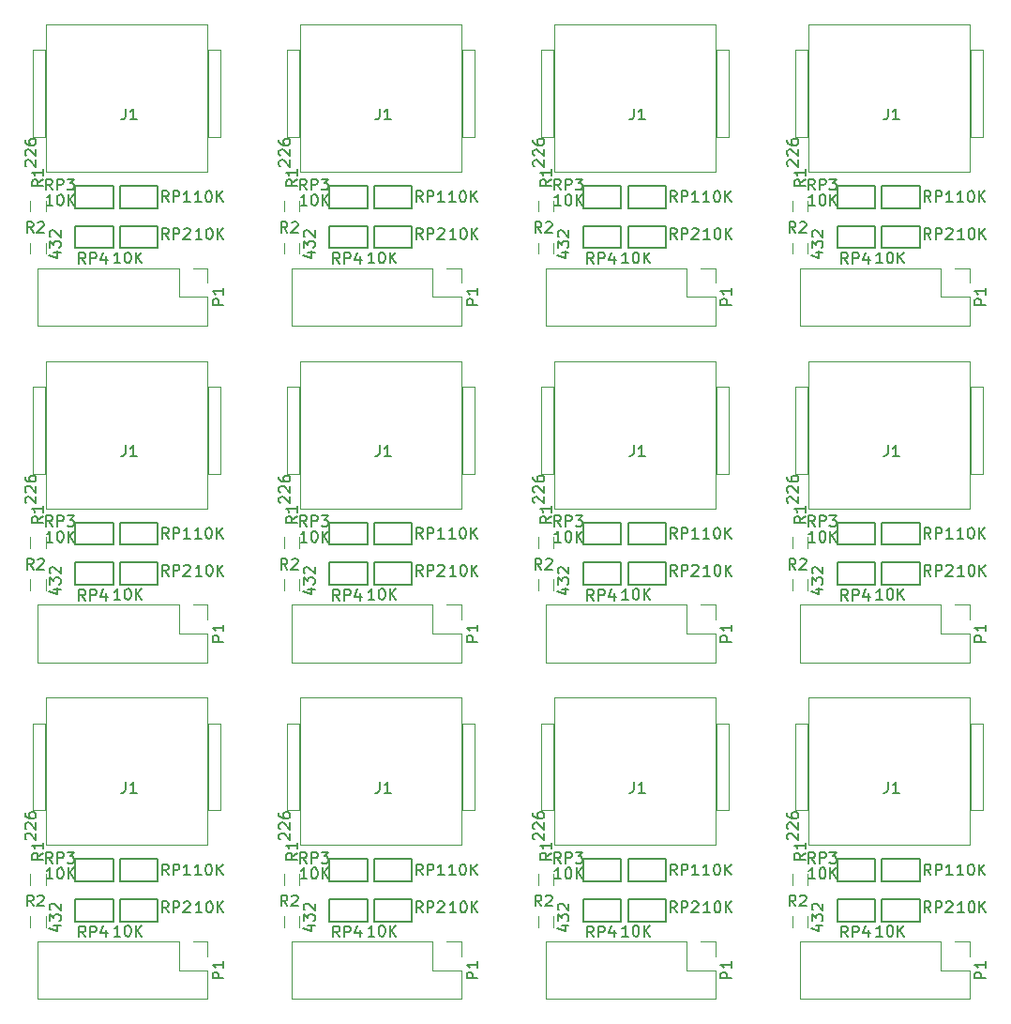
<source format=gto>
%MOIN*%
%OFA0B0*%
%FSLAX46Y46*%
%IPPOS*%
%LPD*%
%ADD10C,0.0039370078740157488*%
%ADD11C,0.0047244094488188976*%
%ADD12C,0.005905511811023622*%
%ADD23C,0.0039370078740157488*%
%ADD24C,0.0047244094488188976*%
%ADD25C,0.005905511811023622*%
%ADD26C,0.0039370078740157488*%
%ADD27C,0.0047244094488188976*%
%ADD28C,0.005905511811023622*%
%ADD29C,0.0039370078740157488*%
%ADD30C,0.0047244094488188976*%
%ADD31C,0.005905511811023622*%
%ADD32C,0.0039370078740157488*%
%ADD33C,0.0047244094488188976*%
%ADD34C,0.005905511811023622*%
%ADD35C,0.0039370078740157488*%
%ADD36C,0.0047244094488188976*%
%ADD37C,0.005905511811023622*%
%ADD38C,0.0039370078740157488*%
%ADD39C,0.0047244094488188976*%
%ADD40C,0.005905511811023622*%
%ADD41C,0.0039370078740157488*%
%ADD42C,0.0047244094488188976*%
%ADD43C,0.005905511811023622*%
%ADD44C,0.0039370078740157488*%
%ADD45C,0.0047244094488188976*%
%ADD46C,0.005905511811023622*%
%ADD47C,0.0039370078740157488*%
%ADD48C,0.0047244094488188976*%
%ADD49C,0.005905511811023622*%
%ADD50C,0.0039370078740157488*%
%ADD51C,0.0047244094488188976*%
%ADD52C,0.005905511811023622*%
%ADD53C,0.0039370078740157488*%
%ADD54C,0.0047244094488188976*%
%ADD55C,0.005905511811023622*%
G01G01*
D10*
X0000097949Y0001077125D02*
X0000671353Y0001077125D01*
X0000671353Y0001077125D02*
X0000671353Y0000553820D01*
X0000671353Y0000553820D02*
X0000097949Y0000553820D01*
X0000097949Y0000553820D02*
X0000097949Y0001077125D01*
X0000051814Y0000986851D02*
X0000095465Y0000986851D01*
X0000095465Y0000986851D02*
X0000095465Y0000677327D01*
X0000095465Y0000677327D02*
X0000051814Y0000677327D01*
X0000051814Y0000677327D02*
X0000051814Y0000986851D01*
X0000674830Y0000986842D02*
X0000718481Y0000986842D01*
X0000718481Y0000986842D02*
X0000718481Y0000677318D01*
X0000718481Y0000677318D02*
X0000674830Y0000677318D01*
X0000674830Y0000677318D02*
X0000674830Y0000986842D01*
D11*
X0000043228Y0000412814D02*
X0000043228Y0000452185D01*
X0000096771Y0000452185D02*
X0000096771Y0000412814D01*
X0000043228Y0000262814D02*
X0000043228Y0000302185D01*
X0000096771Y0000302185D02*
X0000096771Y0000262814D01*
D12*
X0000494409Y0000504350D02*
X0000494409Y0000425610D01*
X0000494409Y0000425610D02*
X0000360551Y0000425610D01*
X0000360551Y0000425610D02*
X0000360551Y0000504350D01*
X0000360551Y0000504350D02*
X0000494409Y0000504350D01*
X0000494409Y0000361870D02*
X0000494409Y0000283129D01*
X0000494409Y0000283129D02*
X0000360551Y0000283129D01*
X0000360551Y0000283129D02*
X0000360551Y0000361870D01*
X0000360551Y0000361870D02*
X0000494409Y0000361870D01*
X0000336929Y0000504350D02*
X0000336929Y0000425610D01*
X0000336929Y0000425610D02*
X0000203070Y0000425610D01*
X0000203070Y0000425610D02*
X0000203070Y0000504350D01*
X0000203070Y0000504350D02*
X0000336929Y0000504350D01*
X0000336929Y0000361870D02*
X0000336929Y0000283129D01*
X0000336929Y0000283129D02*
X0000203070Y0000283129D01*
X0000203070Y0000283129D02*
X0000203070Y0000361870D01*
X0000203070Y0000361870D02*
X0000336929Y0000361870D01*
D11*
X0000570000Y0000212381D02*
X0000067637Y0000212381D01*
X0000067637Y0000212381D02*
X0000067637Y0000007657D01*
X0000067637Y0000007657D02*
X0000672362Y0000007657D01*
X0000672362Y0000007657D02*
X0000672362Y0000110019D01*
X0000672362Y0000110019D02*
X0000570000Y0000110019D01*
X0000570000Y0000110019D02*
X0000570000Y0000212381D01*
X0000620000Y0000212381D02*
X0000672362Y0000212381D01*
X0000672362Y0000212381D02*
X0000672362Y0000160019D01*
D12*
X0000381482Y0000779059D02*
X0000381482Y0000750938D01*
X0000379608Y0000745314D01*
X0000375858Y0000741564D01*
X0000370234Y0000739689D01*
X0000366484Y0000739689D01*
X0000420853Y0000739689D02*
X0000398355Y0000739689D01*
X0000409604Y0000739689D02*
X0000409604Y0000779059D01*
X0000405854Y0000773435D01*
X0000402105Y0000769685D01*
X0000398355Y0000767811D01*
X0000087810Y0000525938D02*
X0000069062Y0000512814D01*
X0000087810Y0000503441D02*
X0000048440Y0000503441D01*
X0000048440Y0000518439D01*
X0000050314Y0000522188D01*
X0000052189Y0000524063D01*
X0000055939Y0000525938D01*
X0000061563Y0000525938D01*
X0000065313Y0000524063D01*
X0000067187Y0000522188D01*
X0000069062Y0000518439D01*
X0000069062Y0000503441D01*
X0000087810Y0000563433D02*
X0000087810Y0000540936D01*
X0000087810Y0000552185D02*
X0000048440Y0000552185D01*
X0000054064Y0000548435D01*
X0000057814Y0000544685D01*
X0000059688Y0000540936D01*
X0000027189Y0000573756D02*
X0000025314Y0000575630D01*
X0000023440Y0000579380D01*
X0000023440Y0000588754D01*
X0000025314Y0000592503D01*
X0000027189Y0000594378D01*
X0000030939Y0000596253D01*
X0000034688Y0000596253D01*
X0000040313Y0000594378D01*
X0000062810Y0000571881D01*
X0000062810Y0000596253D01*
X0000027189Y0000611251D02*
X0000025314Y0000613126D01*
X0000023440Y0000616875D01*
X0000023440Y0000626249D01*
X0000025314Y0000629999D01*
X0000027189Y0000631873D01*
X0000030939Y0000633748D01*
X0000034688Y0000633748D01*
X0000040313Y0000631873D01*
X0000062810Y0000609376D01*
X0000062810Y0000633748D01*
X0000023440Y0000667494D02*
X0000023440Y0000659995D01*
X0000025314Y0000656245D01*
X0000027189Y0000654370D01*
X0000032814Y0000650621D01*
X0000040313Y0000648746D01*
X0000055311Y0000648746D01*
X0000059060Y0000650621D01*
X0000060935Y0000652496D01*
X0000062810Y0000656245D01*
X0000062810Y0000663744D01*
X0000060935Y0000667494D01*
X0000059060Y0000669369D01*
X0000055311Y0000671243D01*
X0000045937Y0000671243D01*
X0000042187Y0000669369D01*
X0000040313Y0000667494D01*
X0000038438Y0000663744D01*
X0000038438Y0000656245D01*
X0000040313Y0000652496D01*
X0000042187Y0000650621D01*
X0000045937Y0000648746D01*
X0000053438Y0000337189D02*
X0000040314Y0000355937D01*
X0000030941Y0000337189D02*
X0000030941Y0000376559D01*
X0000045939Y0000376559D01*
X0000049688Y0000374685D01*
X0000051563Y0000372810D01*
X0000053438Y0000369060D01*
X0000053438Y0000363436D01*
X0000051563Y0000359686D01*
X0000049688Y0000357812D01*
X0000045939Y0000355937D01*
X0000030941Y0000355937D01*
X0000068436Y0000372810D02*
X0000070311Y0000374685D01*
X0000074060Y0000376559D01*
X0000083434Y0000376559D01*
X0000087184Y0000374685D01*
X0000089058Y0000372810D01*
X0000090933Y0000369060D01*
X0000090933Y0000365311D01*
X0000089058Y0000359686D01*
X0000066561Y0000337189D01*
X0000090933Y0000337189D01*
X0000124063Y0000267503D02*
X0000150310Y0000267503D01*
X0000109065Y0000258129D02*
X0000137186Y0000248756D01*
X0000137186Y0000273128D01*
X0000110940Y0000284376D02*
X0000110940Y0000308748D01*
X0000125938Y0000295625D01*
X0000125938Y0000301249D01*
X0000127813Y0000304999D01*
X0000129687Y0000306873D01*
X0000133437Y0000308748D01*
X0000142811Y0000308748D01*
X0000146560Y0000306873D01*
X0000148435Y0000304999D01*
X0000150310Y0000301249D01*
X0000150310Y0000290000D01*
X0000148435Y0000286251D01*
X0000146560Y0000284376D01*
X0000114689Y0000323746D02*
X0000112814Y0000325621D01*
X0000110940Y0000329370D01*
X0000110940Y0000338744D01*
X0000112814Y0000342494D01*
X0000114689Y0000344369D01*
X0000118439Y0000346243D01*
X0000122188Y0000346243D01*
X0000127813Y0000344369D01*
X0000150310Y0000321871D01*
X0000150310Y0000346243D01*
X0000533733Y0000447170D02*
X0000520610Y0000465917D01*
X0000511236Y0000447170D02*
X0000511236Y0000486540D01*
X0000526234Y0000486540D01*
X0000529984Y0000484665D01*
X0000531858Y0000482790D01*
X0000533733Y0000479041D01*
X0000533733Y0000473416D01*
X0000531858Y0000469667D01*
X0000529984Y0000467792D01*
X0000526234Y0000465917D01*
X0000511236Y0000465917D01*
X0000550606Y0000447170D02*
X0000550606Y0000486540D01*
X0000565604Y0000486540D01*
X0000569354Y0000484665D01*
X0000571228Y0000482790D01*
X0000573103Y0000479041D01*
X0000573103Y0000473416D01*
X0000571228Y0000469667D01*
X0000569354Y0000467792D01*
X0000565604Y0000465917D01*
X0000550606Y0000465917D01*
X0000610599Y0000447170D02*
X0000588101Y0000447170D01*
X0000599350Y0000447170D02*
X0000599350Y0000486540D01*
X0000595600Y0000480915D01*
X0000591851Y0000477166D01*
X0000588101Y0000475291D01*
X0000650296Y0000447170D02*
X0000627799Y0000447170D01*
X0000639047Y0000447170D02*
X0000639047Y0000486540D01*
X0000635298Y0000480915D01*
X0000631548Y0000477166D01*
X0000627799Y0000475291D01*
X0000674668Y0000486540D02*
X0000678417Y0000486540D01*
X0000682167Y0000484665D01*
X0000684042Y0000482790D01*
X0000685916Y0000479041D01*
X0000687791Y0000471542D01*
X0000687791Y0000462168D01*
X0000685916Y0000454669D01*
X0000684042Y0000450919D01*
X0000682167Y0000449044D01*
X0000678417Y0000447170D01*
X0000674668Y0000447170D01*
X0000670918Y0000449044D01*
X0000669043Y0000450919D01*
X0000667169Y0000454669D01*
X0000665294Y0000462168D01*
X0000665294Y0000471542D01*
X0000667169Y0000479041D01*
X0000669043Y0000482790D01*
X0000670918Y0000484665D01*
X0000674668Y0000486540D01*
X0000704664Y0000447170D02*
X0000704664Y0000486540D01*
X0000727161Y0000447170D02*
X0000710288Y0000469667D01*
X0000727161Y0000486540D02*
X0000704664Y0000464042D01*
X0000533733Y0000314689D02*
X0000520610Y0000333437D01*
X0000511236Y0000314689D02*
X0000511236Y0000354059D01*
X0000526234Y0000354059D01*
X0000529984Y0000352185D01*
X0000531858Y0000350310D01*
X0000533733Y0000346560D01*
X0000533733Y0000340936D01*
X0000531858Y0000337186D01*
X0000529984Y0000335312D01*
X0000526234Y0000333437D01*
X0000511236Y0000333437D01*
X0000550606Y0000314689D02*
X0000550606Y0000354059D01*
X0000565604Y0000354059D01*
X0000569354Y0000352185D01*
X0000571228Y0000350310D01*
X0000573103Y0000346560D01*
X0000573103Y0000340936D01*
X0000571228Y0000337186D01*
X0000569354Y0000335312D01*
X0000565604Y0000333437D01*
X0000550606Y0000333437D01*
X0000588101Y0000350310D02*
X0000589976Y0000352185D01*
X0000593726Y0000354059D01*
X0000603099Y0000354059D01*
X0000606849Y0000352185D01*
X0000608724Y0000350310D01*
X0000610599Y0000346560D01*
X0000610599Y0000342811D01*
X0000608724Y0000337186D01*
X0000586227Y0000314689D01*
X0000610599Y0000314689D01*
X0000652796Y0000314689D02*
X0000630299Y0000314689D01*
X0000641547Y0000314689D02*
X0000641547Y0000354059D01*
X0000637798Y0000348435D01*
X0000634048Y0000344685D01*
X0000630299Y0000342811D01*
X0000677168Y0000354059D02*
X0000680917Y0000354059D01*
X0000684667Y0000352185D01*
X0000686542Y0000350310D01*
X0000688416Y0000346560D01*
X0000690291Y0000339061D01*
X0000690291Y0000329687D01*
X0000688416Y0000322188D01*
X0000686542Y0000318439D01*
X0000684667Y0000316564D01*
X0000680917Y0000314689D01*
X0000677168Y0000314689D01*
X0000673418Y0000316564D01*
X0000671543Y0000318439D01*
X0000669669Y0000322188D01*
X0000667794Y0000329687D01*
X0000667794Y0000339061D01*
X0000669669Y0000346560D01*
X0000671543Y0000350310D01*
X0000673418Y0000352185D01*
X0000677168Y0000354059D01*
X0000707164Y0000314689D02*
X0000707164Y0000354059D01*
X0000729661Y0000314689D02*
X0000712788Y0000337186D01*
X0000729661Y0000354059D02*
X0000707164Y0000331562D01*
X0000121253Y0000489670D02*
X0000108129Y0000508417D01*
X0000098756Y0000489670D02*
X0000098756Y0000529040D01*
X0000113754Y0000529040D01*
X0000117503Y0000527165D01*
X0000119378Y0000525290D01*
X0000121253Y0000521541D01*
X0000121253Y0000515916D01*
X0000119378Y0000512167D01*
X0000117503Y0000510292D01*
X0000113754Y0000508417D01*
X0000098756Y0000508417D01*
X0000138126Y0000489670D02*
X0000138126Y0000529040D01*
X0000153124Y0000529040D01*
X0000156873Y0000527165D01*
X0000158748Y0000525290D01*
X0000160623Y0000521541D01*
X0000160623Y0000515916D01*
X0000158748Y0000512167D01*
X0000156873Y0000510292D01*
X0000153124Y0000508417D01*
X0000138126Y0000508417D01*
X0000173746Y0000529040D02*
X0000198118Y0000529040D01*
X0000184995Y0000514042D01*
X0000190619Y0000514042D01*
X0000194369Y0000512167D01*
X0000196243Y0000510292D01*
X0000198118Y0000506542D01*
X0000198118Y0000497169D01*
X0000196243Y0000493419D01*
X0000194369Y0000491544D01*
X0000190619Y0000489670D01*
X0000179371Y0000489670D01*
X0000175621Y0000491544D01*
X0000173746Y0000493419D01*
X0000122815Y0000434670D02*
X0000100318Y0000434670D01*
X0000111567Y0000434670D02*
X0000111567Y0000474040D01*
X0000107817Y0000468415D01*
X0000104068Y0000464666D01*
X0000100318Y0000462791D01*
X0000147187Y0000474040D02*
X0000150937Y0000474040D01*
X0000154686Y0000472165D01*
X0000156561Y0000470290D01*
X0000158436Y0000466541D01*
X0000160311Y0000459042D01*
X0000160311Y0000449668D01*
X0000158436Y0000442169D01*
X0000156561Y0000438419D01*
X0000154686Y0000436544D01*
X0000150937Y0000434670D01*
X0000147187Y0000434670D01*
X0000143438Y0000436544D01*
X0000141563Y0000438419D01*
X0000139688Y0000442169D01*
X0000137814Y0000449668D01*
X0000137814Y0000459042D01*
X0000139688Y0000466541D01*
X0000141563Y0000470290D01*
X0000143438Y0000472165D01*
X0000147187Y0000474040D01*
X0000177184Y0000434670D02*
X0000177184Y0000474040D01*
X0000199681Y0000434670D02*
X0000182808Y0000457167D01*
X0000199681Y0000474040D02*
X0000177184Y0000451542D01*
X0000238753Y0000227189D02*
X0000225629Y0000245937D01*
X0000216256Y0000227189D02*
X0000216256Y0000266559D01*
X0000231254Y0000266559D01*
X0000235003Y0000264685D01*
X0000236878Y0000262810D01*
X0000238753Y0000259060D01*
X0000238753Y0000253436D01*
X0000236878Y0000249686D01*
X0000235003Y0000247812D01*
X0000231254Y0000245937D01*
X0000216256Y0000245937D01*
X0000255626Y0000227189D02*
X0000255626Y0000266559D01*
X0000270624Y0000266559D01*
X0000274373Y0000264685D01*
X0000276248Y0000262810D01*
X0000278123Y0000259060D01*
X0000278123Y0000253436D01*
X0000276248Y0000249686D01*
X0000274373Y0000247812D01*
X0000270624Y0000245937D01*
X0000255626Y0000245937D01*
X0000311869Y0000253436D02*
X0000311869Y0000227189D01*
X0000302495Y0000268434D02*
X0000293121Y0000240313D01*
X0000317493Y0000240313D01*
X0000362815Y0000229689D02*
X0000340318Y0000229689D01*
X0000351567Y0000229689D02*
X0000351567Y0000269059D01*
X0000347817Y0000263435D01*
X0000344068Y0000259685D01*
X0000340318Y0000257811D01*
X0000387187Y0000269059D02*
X0000390937Y0000269059D01*
X0000394686Y0000267185D01*
X0000396561Y0000265310D01*
X0000398436Y0000261560D01*
X0000400311Y0000254061D01*
X0000400311Y0000244687D01*
X0000398436Y0000237188D01*
X0000396561Y0000233439D01*
X0000394686Y0000231564D01*
X0000390937Y0000229689D01*
X0000387187Y0000229689D01*
X0000383438Y0000231564D01*
X0000381563Y0000233439D01*
X0000379688Y0000237188D01*
X0000377814Y0000244687D01*
X0000377814Y0000254061D01*
X0000379688Y0000261560D01*
X0000381563Y0000265310D01*
X0000383438Y0000267185D01*
X0000387187Y0000269059D01*
X0000417184Y0000229689D02*
X0000417184Y0000269059D01*
X0000439681Y0000229689D02*
X0000422808Y0000252186D01*
X0000439681Y0000269059D02*
X0000417184Y0000246562D01*
X0000729542Y0000080960D02*
X0000690172Y0000080960D01*
X0000690172Y0000095958D01*
X0000692047Y0000099708D01*
X0000693922Y0000101583D01*
X0000697671Y0000103458D01*
X0000703295Y0000103458D01*
X0000707045Y0000101583D01*
X0000708920Y0000099708D01*
X0000710794Y0000095958D01*
X0000710794Y0000080960D01*
X0000729542Y0000140953D02*
X0000729542Y0000118456D01*
X0000729542Y0000129704D02*
X0000690172Y0000129704D01*
X0000695796Y0000125955D01*
X0000699546Y0000122205D01*
X0000701421Y0000118456D01*
G04 next file*
G04 #@! TF.FileFunction,Legend,Top*
G04 Gerber Fmt 4.6, Leading zero omitted, Abs format (unit mm)*
G04 Created by KiCad (PCBNEW 4.0.4-stable) date 05/23/17 22:39:58*
G01G01*
G04 APERTURE LIST*
G04 APERTURE END LIST*
D23*
X0000097949Y0002272735D02*
X0000671353Y0002272735D01*
X0000671353Y0002272735D02*
X0000671353Y0001749431D01*
X0000671353Y0001749431D02*
X0000097949Y0001749431D01*
X0000097949Y0001749431D02*
X0000097949Y0002272735D01*
X0000051814Y0002182461D02*
X0000095465Y0002182461D01*
X0000095465Y0002182461D02*
X0000095465Y0001872937D01*
X0000095465Y0001872937D02*
X0000051814Y0001872937D01*
X0000051814Y0001872937D02*
X0000051814Y0002182461D01*
X0000674830Y0002182452D02*
X0000718481Y0002182452D01*
X0000718481Y0002182452D02*
X0000718481Y0001872928D01*
X0000718481Y0001872928D02*
X0000674830Y0001872928D01*
X0000674830Y0001872928D02*
X0000674830Y0002182452D01*
D24*
X0000043228Y0001608425D02*
X0000043228Y0001647795D01*
X0000096771Y0001647795D02*
X0000096771Y0001608425D01*
X0000043228Y0001458425D02*
X0000043228Y0001497795D01*
X0000096771Y0001497795D02*
X0000096771Y0001458425D01*
D25*
X0000494409Y0001699960D02*
X0000494409Y0001621220D01*
X0000494409Y0001621220D02*
X0000360551Y0001621220D01*
X0000360551Y0001621220D02*
X0000360551Y0001699960D01*
X0000360551Y0001699960D02*
X0000494409Y0001699960D01*
X0000494409Y0001557480D02*
X0000494409Y0001478740D01*
X0000494409Y0001478740D02*
X0000360551Y0001478740D01*
X0000360551Y0001478740D02*
X0000360551Y0001557480D01*
X0000360551Y0001557480D02*
X0000494409Y0001557480D01*
X0000336929Y0001699960D02*
X0000336929Y0001621220D01*
X0000336929Y0001621220D02*
X0000203070Y0001621220D01*
X0000203070Y0001621220D02*
X0000203070Y0001699960D01*
X0000203070Y0001699960D02*
X0000336929Y0001699960D01*
X0000336929Y0001557480D02*
X0000336929Y0001478740D01*
X0000336929Y0001478740D02*
X0000203070Y0001478740D01*
X0000203070Y0001478740D02*
X0000203070Y0001557480D01*
X0000203070Y0001557480D02*
X0000336929Y0001557480D01*
D24*
X0000570000Y0001407992D02*
X0000067637Y0001407992D01*
X0000067637Y0001407992D02*
X0000067637Y0001203267D01*
X0000067637Y0001203267D02*
X0000672362Y0001203267D01*
X0000672362Y0001203267D02*
X0000672362Y0001305629D01*
X0000672362Y0001305629D02*
X0000570000Y0001305629D01*
X0000570000Y0001305629D02*
X0000570000Y0001407992D01*
X0000620000Y0001407992D02*
X0000672362Y0001407992D01*
X0000672362Y0001407992D02*
X0000672362Y0001355629D01*
D25*
X0000381482Y0001974670D02*
X0000381482Y0001946548D01*
X0000379608Y0001940924D01*
X0000375858Y0001937174D01*
X0000370234Y0001935299D01*
X0000366484Y0001935299D01*
X0000420853Y0001935299D02*
X0000398355Y0001935299D01*
X0000409604Y0001935299D02*
X0000409604Y0001974670D01*
X0000405854Y0001969045D01*
X0000402105Y0001965296D01*
X0000398355Y0001963421D01*
X0000087810Y0001721548D02*
X0000069062Y0001708425D01*
X0000087810Y0001699051D02*
X0000048440Y0001699051D01*
X0000048440Y0001714049D01*
X0000050314Y0001717799D01*
X0000052189Y0001719673D01*
X0000055939Y0001721548D01*
X0000061563Y0001721548D01*
X0000065313Y0001719673D01*
X0000067187Y0001717799D01*
X0000069062Y0001714049D01*
X0000069062Y0001699051D01*
X0000087810Y0001759043D02*
X0000087810Y0001736546D01*
X0000087810Y0001747795D02*
X0000048440Y0001747795D01*
X0000054064Y0001744045D01*
X0000057814Y0001740296D01*
X0000059688Y0001736546D01*
X0000027189Y0001769366D02*
X0000025314Y0001771241D01*
X0000023440Y0001774990D01*
X0000023440Y0001784364D01*
X0000025314Y0001788113D01*
X0000027189Y0001789988D01*
X0000030939Y0001791863D01*
X0000034688Y0001791863D01*
X0000040313Y0001789988D01*
X0000062810Y0001767491D01*
X0000062810Y0001791863D01*
X0000027189Y0001806861D02*
X0000025314Y0001808736D01*
X0000023440Y0001812485D01*
X0000023440Y0001821859D01*
X0000025314Y0001825609D01*
X0000027189Y0001827484D01*
X0000030939Y0001829358D01*
X0000034688Y0001829358D01*
X0000040313Y0001827484D01*
X0000062810Y0001804986D01*
X0000062810Y0001829358D01*
X0000023440Y0001863104D02*
X0000023440Y0001855605D01*
X0000025314Y0001851855D01*
X0000027189Y0001849981D01*
X0000032814Y0001846231D01*
X0000040313Y0001844356D01*
X0000055311Y0001844356D01*
X0000059060Y0001846231D01*
X0000060935Y0001848106D01*
X0000062810Y0001851855D01*
X0000062810Y0001859355D01*
X0000060935Y0001863104D01*
X0000059060Y0001864979D01*
X0000055311Y0001866854D01*
X0000045937Y0001866854D01*
X0000042187Y0001864979D01*
X0000040313Y0001863104D01*
X0000038438Y0001859355D01*
X0000038438Y0001851855D01*
X0000040313Y0001848106D01*
X0000042187Y0001846231D01*
X0000045937Y0001844356D01*
X0000053438Y0001532799D02*
X0000040314Y0001551547D01*
X0000030941Y0001532799D02*
X0000030941Y0001572170D01*
X0000045939Y0001572170D01*
X0000049688Y0001570295D01*
X0000051563Y0001568420D01*
X0000053438Y0001564670D01*
X0000053438Y0001559046D01*
X0000051563Y0001555297D01*
X0000049688Y0001553422D01*
X0000045939Y0001551547D01*
X0000030941Y0001551547D01*
X0000068436Y0001568420D02*
X0000070311Y0001570295D01*
X0000074060Y0001572170D01*
X0000083434Y0001572170D01*
X0000087184Y0001570295D01*
X0000089058Y0001568420D01*
X0000090933Y0001564670D01*
X0000090933Y0001560921D01*
X0000089058Y0001555297D01*
X0000066561Y0001532799D01*
X0000090933Y0001532799D01*
X0000124063Y0001463113D02*
X0000150310Y0001463113D01*
X0000109065Y0001453740D02*
X0000137186Y0001444366D01*
X0000137186Y0001468738D01*
X0000110940Y0001479986D02*
X0000110940Y0001504358D01*
X0000125938Y0001491235D01*
X0000125938Y0001496859D01*
X0000127813Y0001500609D01*
X0000129687Y0001502484D01*
X0000133437Y0001504358D01*
X0000142811Y0001504358D01*
X0000146560Y0001502484D01*
X0000148435Y0001500609D01*
X0000150310Y0001496859D01*
X0000150310Y0001485611D01*
X0000148435Y0001481861D01*
X0000146560Y0001479986D01*
X0000114689Y0001519356D02*
X0000112814Y0001521231D01*
X0000110940Y0001524981D01*
X0000110940Y0001534355D01*
X0000112814Y0001538104D01*
X0000114689Y0001539979D01*
X0000118439Y0001541854D01*
X0000122188Y0001541854D01*
X0000127813Y0001539979D01*
X0000150310Y0001517482D01*
X0000150310Y0001541854D01*
X0000533733Y0001642780D02*
X0000520610Y0001661527D01*
X0000511236Y0001642780D02*
X0000511236Y0001682150D01*
X0000526234Y0001682150D01*
X0000529984Y0001680275D01*
X0000531858Y0001678400D01*
X0000533733Y0001674651D01*
X0000533733Y0001669026D01*
X0000531858Y0001665277D01*
X0000529984Y0001663402D01*
X0000526234Y0001661527D01*
X0000511236Y0001661527D01*
X0000550606Y0001642780D02*
X0000550606Y0001682150D01*
X0000565604Y0001682150D01*
X0000569354Y0001680275D01*
X0000571228Y0001678400D01*
X0000573103Y0001674651D01*
X0000573103Y0001669026D01*
X0000571228Y0001665277D01*
X0000569354Y0001663402D01*
X0000565604Y0001661527D01*
X0000550606Y0001661527D01*
X0000610599Y0001642780D02*
X0000588101Y0001642780D01*
X0000599350Y0001642780D02*
X0000599350Y0001682150D01*
X0000595600Y0001676526D01*
X0000591851Y0001672776D01*
X0000588101Y0001670901D01*
X0000650296Y0001642780D02*
X0000627799Y0001642780D01*
X0000639047Y0001642780D02*
X0000639047Y0001682150D01*
X0000635298Y0001676526D01*
X0000631548Y0001672776D01*
X0000627799Y0001670901D01*
X0000674668Y0001682150D02*
X0000678417Y0001682150D01*
X0000682167Y0001680275D01*
X0000684042Y0001678400D01*
X0000685916Y0001674651D01*
X0000687791Y0001667152D01*
X0000687791Y0001657778D01*
X0000685916Y0001650279D01*
X0000684042Y0001646529D01*
X0000682167Y0001644655D01*
X0000678417Y0001642780D01*
X0000674668Y0001642780D01*
X0000670918Y0001644655D01*
X0000669043Y0001646529D01*
X0000667169Y0001650279D01*
X0000665294Y0001657778D01*
X0000665294Y0001667152D01*
X0000667169Y0001674651D01*
X0000669043Y0001678400D01*
X0000670918Y0001680275D01*
X0000674668Y0001682150D01*
X0000704664Y0001642780D02*
X0000704664Y0001682150D01*
X0000727161Y0001642780D02*
X0000710288Y0001665277D01*
X0000727161Y0001682150D02*
X0000704664Y0001659653D01*
X0000533733Y0001510299D02*
X0000520610Y0001529047D01*
X0000511236Y0001510299D02*
X0000511236Y0001549670D01*
X0000526234Y0001549670D01*
X0000529984Y0001547795D01*
X0000531858Y0001545920D01*
X0000533733Y0001542170D01*
X0000533733Y0001536546D01*
X0000531858Y0001532797D01*
X0000529984Y0001530922D01*
X0000526234Y0001529047D01*
X0000511236Y0001529047D01*
X0000550606Y0001510299D02*
X0000550606Y0001549670D01*
X0000565604Y0001549670D01*
X0000569354Y0001547795D01*
X0000571228Y0001545920D01*
X0000573103Y0001542170D01*
X0000573103Y0001536546D01*
X0000571228Y0001532797D01*
X0000569354Y0001530922D01*
X0000565604Y0001529047D01*
X0000550606Y0001529047D01*
X0000588101Y0001545920D02*
X0000589976Y0001547795D01*
X0000593726Y0001549670D01*
X0000603099Y0001549670D01*
X0000606849Y0001547795D01*
X0000608724Y0001545920D01*
X0000610599Y0001542170D01*
X0000610599Y0001538421D01*
X0000608724Y0001532797D01*
X0000586227Y0001510299D01*
X0000610599Y0001510299D01*
X0000652796Y0001510299D02*
X0000630299Y0001510299D01*
X0000641547Y0001510299D02*
X0000641547Y0001549670D01*
X0000637798Y0001544045D01*
X0000634048Y0001540296D01*
X0000630299Y0001538421D01*
X0000677168Y0001549670D02*
X0000680917Y0001549670D01*
X0000684667Y0001547795D01*
X0000686542Y0001545920D01*
X0000688416Y0001542170D01*
X0000690291Y0001534671D01*
X0000690291Y0001525298D01*
X0000688416Y0001517798D01*
X0000686542Y0001514049D01*
X0000684667Y0001512174D01*
X0000680917Y0001510299D01*
X0000677168Y0001510299D01*
X0000673418Y0001512174D01*
X0000671543Y0001514049D01*
X0000669669Y0001517798D01*
X0000667794Y0001525298D01*
X0000667794Y0001534671D01*
X0000669669Y0001542170D01*
X0000671543Y0001545920D01*
X0000673418Y0001547795D01*
X0000677168Y0001549670D01*
X0000707164Y0001510299D02*
X0000707164Y0001549670D01*
X0000729661Y0001510299D02*
X0000712788Y0001532797D01*
X0000729661Y0001549670D02*
X0000707164Y0001527172D01*
X0000121253Y0001685280D02*
X0000108129Y0001704027D01*
X0000098756Y0001685280D02*
X0000098756Y0001724650D01*
X0000113754Y0001724650D01*
X0000117503Y0001722775D01*
X0000119378Y0001720900D01*
X0000121253Y0001717151D01*
X0000121253Y0001711526D01*
X0000119378Y0001707777D01*
X0000117503Y0001705902D01*
X0000113754Y0001704027D01*
X0000098756Y0001704027D01*
X0000138126Y0001685280D02*
X0000138126Y0001724650D01*
X0000153124Y0001724650D01*
X0000156873Y0001722775D01*
X0000158748Y0001720900D01*
X0000160623Y0001717151D01*
X0000160623Y0001711526D01*
X0000158748Y0001707777D01*
X0000156873Y0001705902D01*
X0000153124Y0001704027D01*
X0000138126Y0001704027D01*
X0000173746Y0001724650D02*
X0000198118Y0001724650D01*
X0000184995Y0001709652D01*
X0000190619Y0001709652D01*
X0000194369Y0001707777D01*
X0000196243Y0001705902D01*
X0000198118Y0001702153D01*
X0000198118Y0001692779D01*
X0000196243Y0001689029D01*
X0000194369Y0001687155D01*
X0000190619Y0001685280D01*
X0000179371Y0001685280D01*
X0000175621Y0001687155D01*
X0000173746Y0001689029D01*
X0000122815Y0001630280D02*
X0000100318Y0001630280D01*
X0000111567Y0001630280D02*
X0000111567Y0001669650D01*
X0000107817Y0001664026D01*
X0000104068Y0001660276D01*
X0000100318Y0001658401D01*
X0000147187Y0001669650D02*
X0000150937Y0001669650D01*
X0000154686Y0001667775D01*
X0000156561Y0001665900D01*
X0000158436Y0001662151D01*
X0000160311Y0001654652D01*
X0000160311Y0001645278D01*
X0000158436Y0001637779D01*
X0000156561Y0001634029D01*
X0000154686Y0001632155D01*
X0000150937Y0001630280D01*
X0000147187Y0001630280D01*
X0000143438Y0001632155D01*
X0000141563Y0001634029D01*
X0000139688Y0001637779D01*
X0000137814Y0001645278D01*
X0000137814Y0001654652D01*
X0000139688Y0001662151D01*
X0000141563Y0001665900D01*
X0000143438Y0001667775D01*
X0000147187Y0001669650D01*
X0000177184Y0001630280D02*
X0000177184Y0001669650D01*
X0000199681Y0001630280D02*
X0000182808Y0001652777D01*
X0000199681Y0001669650D02*
X0000177184Y0001647153D01*
X0000238753Y0001422799D02*
X0000225629Y0001441547D01*
X0000216256Y0001422799D02*
X0000216256Y0001462170D01*
X0000231254Y0001462170D01*
X0000235003Y0001460295D01*
X0000236878Y0001458420D01*
X0000238753Y0001454670D01*
X0000238753Y0001449046D01*
X0000236878Y0001445297D01*
X0000235003Y0001443422D01*
X0000231254Y0001441547D01*
X0000216256Y0001441547D01*
X0000255626Y0001422799D02*
X0000255626Y0001462170D01*
X0000270624Y0001462170D01*
X0000274373Y0001460295D01*
X0000276248Y0001458420D01*
X0000278123Y0001454670D01*
X0000278123Y0001449046D01*
X0000276248Y0001445297D01*
X0000274373Y0001443422D01*
X0000270624Y0001441547D01*
X0000255626Y0001441547D01*
X0000311869Y0001449046D02*
X0000311869Y0001422799D01*
X0000302495Y0001464044D02*
X0000293121Y0001435923D01*
X0000317493Y0001435923D01*
X0000362815Y0001425299D02*
X0000340318Y0001425299D01*
X0000351567Y0001425299D02*
X0000351567Y0001464670D01*
X0000347817Y0001459045D01*
X0000344068Y0001455296D01*
X0000340318Y0001453421D01*
X0000387187Y0001464670D02*
X0000390937Y0001464670D01*
X0000394686Y0001462795D01*
X0000396561Y0001460920D01*
X0000398436Y0001457170D01*
X0000400311Y0001449671D01*
X0000400311Y0001440298D01*
X0000398436Y0001432798D01*
X0000396561Y0001429049D01*
X0000394686Y0001427174D01*
X0000390937Y0001425299D01*
X0000387187Y0001425299D01*
X0000383438Y0001427174D01*
X0000381563Y0001429049D01*
X0000379688Y0001432798D01*
X0000377814Y0001440298D01*
X0000377814Y0001449671D01*
X0000379688Y0001457170D01*
X0000381563Y0001460920D01*
X0000383438Y0001462795D01*
X0000387187Y0001464670D01*
X0000417184Y0001425299D02*
X0000417184Y0001464670D01*
X0000439681Y0001425299D02*
X0000422808Y0001447797D01*
X0000439681Y0001464670D02*
X0000417184Y0001442172D01*
X0000729542Y0001276571D02*
X0000690172Y0001276571D01*
X0000690172Y0001291569D01*
X0000692047Y0001295318D01*
X0000693922Y0001297193D01*
X0000697671Y0001299068D01*
X0000703295Y0001299068D01*
X0000707045Y0001297193D01*
X0000708920Y0001295318D01*
X0000710794Y0001291569D01*
X0000710794Y0001276571D01*
X0000729542Y0001336563D02*
X0000729542Y0001314066D01*
X0000729542Y0001325314D02*
X0000690172Y0001325314D01*
X0000695796Y0001321565D01*
X0000699546Y0001317815D01*
X0000701421Y0001314066D01*
G04 next file*
G04 #@! TF.FileFunction,Legend,Top*
G04 Gerber Fmt 4.6, Leading zero omitted, Abs format (unit mm)*
G04 Created by KiCad (PCBNEW 4.0.4-stable) date 05/23/17 22:39:58*
G01G01*
G04 APERTURE LIST*
G04 APERTURE END LIST*
D26*
X0000097949Y0003468345D02*
X0000671353Y0003468345D01*
X0000671353Y0003468345D02*
X0000671353Y0002945041D01*
X0000671353Y0002945041D02*
X0000097949Y0002945041D01*
X0000097949Y0002945041D02*
X0000097949Y0003468345D01*
X0000051814Y0003378071D02*
X0000095465Y0003378071D01*
X0000095465Y0003378071D02*
X0000095465Y0003068547D01*
X0000095465Y0003068547D02*
X0000051814Y0003068547D01*
X0000051814Y0003068547D02*
X0000051814Y0003378071D01*
X0000674830Y0003378063D02*
X0000718481Y0003378063D01*
X0000718481Y0003378063D02*
X0000718481Y0003068539D01*
X0000718481Y0003068539D02*
X0000674830Y0003068539D01*
X0000674830Y0003068539D02*
X0000674830Y0003378063D01*
D27*
X0000043228Y0002804035D02*
X0000043228Y0002843405D01*
X0000096771Y0002843405D02*
X0000096771Y0002804035D01*
X0000043228Y0002654035D02*
X0000043228Y0002693405D01*
X0000096771Y0002693405D02*
X0000096771Y0002654035D01*
D28*
X0000494409Y0002895570D02*
X0000494409Y0002816830D01*
X0000494409Y0002816830D02*
X0000360551Y0002816830D01*
X0000360551Y0002816830D02*
X0000360551Y0002895570D01*
X0000360551Y0002895570D02*
X0000494409Y0002895570D01*
X0000494409Y0002753090D02*
X0000494409Y0002674350D01*
X0000494409Y0002674350D02*
X0000360551Y0002674350D01*
X0000360551Y0002674350D02*
X0000360551Y0002753090D01*
X0000360551Y0002753090D02*
X0000494409Y0002753090D01*
X0000336929Y0002895570D02*
X0000336929Y0002816830D01*
X0000336929Y0002816830D02*
X0000203070Y0002816830D01*
X0000203070Y0002816830D02*
X0000203070Y0002895570D01*
X0000203070Y0002895570D02*
X0000336929Y0002895570D01*
X0000336929Y0002753090D02*
X0000336929Y0002674350D01*
X0000336929Y0002674350D02*
X0000203070Y0002674350D01*
X0000203070Y0002674350D02*
X0000203070Y0002753090D01*
X0000203070Y0002753090D02*
X0000336929Y0002753090D01*
D27*
X0000570000Y0002603602D02*
X0000067637Y0002603602D01*
X0000067637Y0002603602D02*
X0000067637Y0002398877D01*
X0000067637Y0002398877D02*
X0000672362Y0002398877D01*
X0000672362Y0002398877D02*
X0000672362Y0002501240D01*
X0000672362Y0002501240D02*
X0000570000Y0002501240D01*
X0000570000Y0002501240D02*
X0000570000Y0002603602D01*
X0000620000Y0002603602D02*
X0000672362Y0002603602D01*
X0000672362Y0002603602D02*
X0000672362Y0002551240D01*
D28*
X0000381482Y0003170280D02*
X0000381482Y0003142158D01*
X0000379608Y0003136534D01*
X0000375858Y0003132784D01*
X0000370234Y0003130910D01*
X0000366484Y0003130910D01*
X0000420853Y0003130910D02*
X0000398355Y0003130910D01*
X0000409604Y0003130910D02*
X0000409604Y0003170280D01*
X0000405854Y0003164655D01*
X0000402105Y0003160906D01*
X0000398355Y0003159031D01*
X0000087810Y0002917158D02*
X0000069062Y0002904035D01*
X0000087810Y0002894661D02*
X0000048440Y0002894661D01*
X0000048440Y0002909659D01*
X0000050314Y0002913409D01*
X0000052189Y0002915284D01*
X0000055939Y0002917158D01*
X0000061563Y0002917158D01*
X0000065313Y0002915284D01*
X0000067187Y0002913409D01*
X0000069062Y0002909659D01*
X0000069062Y0002894661D01*
X0000087810Y0002954654D02*
X0000087810Y0002932156D01*
X0000087810Y0002943405D02*
X0000048440Y0002943405D01*
X0000054064Y0002939655D01*
X0000057814Y0002935906D01*
X0000059688Y0002932156D01*
X0000027189Y0002964976D02*
X0000025314Y0002966851D01*
X0000023440Y0002970600D01*
X0000023440Y0002979974D01*
X0000025314Y0002983724D01*
X0000027189Y0002985598D01*
X0000030939Y0002987473D01*
X0000034688Y0002987473D01*
X0000040313Y0002985598D01*
X0000062810Y0002963101D01*
X0000062810Y0002987473D01*
X0000027189Y0003002471D02*
X0000025314Y0003004346D01*
X0000023440Y0003008096D01*
X0000023440Y0003017470D01*
X0000025314Y0003021219D01*
X0000027189Y0003023094D01*
X0000030939Y0003024969D01*
X0000034688Y0003024969D01*
X0000040313Y0003023094D01*
X0000062810Y0003000597D01*
X0000062810Y0003024969D01*
X0000023440Y0003058714D02*
X0000023440Y0003051215D01*
X0000025314Y0003047466D01*
X0000027189Y0003045591D01*
X0000032814Y0003041841D01*
X0000040313Y0003039967D01*
X0000055311Y0003039967D01*
X0000059060Y0003041841D01*
X0000060935Y0003043716D01*
X0000062810Y0003047466D01*
X0000062810Y0003054965D01*
X0000060935Y0003058714D01*
X0000059060Y0003060589D01*
X0000055311Y0003062464D01*
X0000045937Y0003062464D01*
X0000042187Y0003060589D01*
X0000040313Y0003058714D01*
X0000038438Y0003054965D01*
X0000038438Y0003047466D01*
X0000040313Y0003043716D01*
X0000042187Y0003041841D01*
X0000045937Y0003039967D01*
X0000053438Y0002728410D02*
X0000040314Y0002747157D01*
X0000030941Y0002728410D02*
X0000030941Y0002767780D01*
X0000045939Y0002767780D01*
X0000049688Y0002765905D01*
X0000051563Y0002764030D01*
X0000053438Y0002760281D01*
X0000053438Y0002754656D01*
X0000051563Y0002750907D01*
X0000049688Y0002749032D01*
X0000045939Y0002747157D01*
X0000030941Y0002747157D01*
X0000068436Y0002764030D02*
X0000070311Y0002765905D01*
X0000074060Y0002767780D01*
X0000083434Y0002767780D01*
X0000087184Y0002765905D01*
X0000089058Y0002764030D01*
X0000090933Y0002760281D01*
X0000090933Y0002756531D01*
X0000089058Y0002750907D01*
X0000066561Y0002728410D01*
X0000090933Y0002728410D01*
X0000124063Y0002658724D02*
X0000150310Y0002658724D01*
X0000109065Y0002649350D02*
X0000137186Y0002639976D01*
X0000137186Y0002664348D01*
X0000110940Y0002675597D02*
X0000110940Y0002699969D01*
X0000125938Y0002686845D01*
X0000125938Y0002692470D01*
X0000127813Y0002696219D01*
X0000129687Y0002698094D01*
X0000133437Y0002699969D01*
X0000142811Y0002699969D01*
X0000146560Y0002698094D01*
X0000148435Y0002696219D01*
X0000150310Y0002692470D01*
X0000150310Y0002681221D01*
X0000148435Y0002677471D01*
X0000146560Y0002675597D01*
X0000114689Y0002714967D02*
X0000112814Y0002716841D01*
X0000110940Y0002720591D01*
X0000110940Y0002729965D01*
X0000112814Y0002733714D01*
X0000114689Y0002735589D01*
X0000118439Y0002737464D01*
X0000122188Y0002737464D01*
X0000127813Y0002735589D01*
X0000150310Y0002713092D01*
X0000150310Y0002737464D01*
X0000533733Y0002838390D02*
X0000520610Y0002857138D01*
X0000511236Y0002838390D02*
X0000511236Y0002877760D01*
X0000526234Y0002877760D01*
X0000529984Y0002875885D01*
X0000531858Y0002874011D01*
X0000533733Y0002870261D01*
X0000533733Y0002864637D01*
X0000531858Y0002860887D01*
X0000529984Y0002859012D01*
X0000526234Y0002857138D01*
X0000511236Y0002857138D01*
X0000550606Y0002838390D02*
X0000550606Y0002877760D01*
X0000565604Y0002877760D01*
X0000569354Y0002875885D01*
X0000571228Y0002874011D01*
X0000573103Y0002870261D01*
X0000573103Y0002864637D01*
X0000571228Y0002860887D01*
X0000569354Y0002859012D01*
X0000565604Y0002857138D01*
X0000550606Y0002857138D01*
X0000610599Y0002838390D02*
X0000588101Y0002838390D01*
X0000599350Y0002838390D02*
X0000599350Y0002877760D01*
X0000595600Y0002872136D01*
X0000591851Y0002868386D01*
X0000588101Y0002866511D01*
X0000650296Y0002838390D02*
X0000627799Y0002838390D01*
X0000639047Y0002838390D02*
X0000639047Y0002877760D01*
X0000635298Y0002872136D01*
X0000631548Y0002868386D01*
X0000627799Y0002866511D01*
X0000674668Y0002877760D02*
X0000678417Y0002877760D01*
X0000682167Y0002875885D01*
X0000684042Y0002874011D01*
X0000685916Y0002870261D01*
X0000687791Y0002862762D01*
X0000687791Y0002853388D01*
X0000685916Y0002845889D01*
X0000684042Y0002842140D01*
X0000682167Y0002840265D01*
X0000678417Y0002838390D01*
X0000674668Y0002838390D01*
X0000670918Y0002840265D01*
X0000669043Y0002842140D01*
X0000667169Y0002845889D01*
X0000665294Y0002853388D01*
X0000665294Y0002862762D01*
X0000667169Y0002870261D01*
X0000669043Y0002874011D01*
X0000670918Y0002875885D01*
X0000674668Y0002877760D01*
X0000704664Y0002838390D02*
X0000704664Y0002877760D01*
X0000727161Y0002838390D02*
X0000710288Y0002860887D01*
X0000727161Y0002877760D02*
X0000704664Y0002855263D01*
X0000533733Y0002705910D02*
X0000520610Y0002724657D01*
X0000511236Y0002705910D02*
X0000511236Y0002745280D01*
X0000526234Y0002745280D01*
X0000529984Y0002743405D01*
X0000531858Y0002741530D01*
X0000533733Y0002737781D01*
X0000533733Y0002732156D01*
X0000531858Y0002728407D01*
X0000529984Y0002726532D01*
X0000526234Y0002724657D01*
X0000511236Y0002724657D01*
X0000550606Y0002705910D02*
X0000550606Y0002745280D01*
X0000565604Y0002745280D01*
X0000569354Y0002743405D01*
X0000571228Y0002741530D01*
X0000573103Y0002737781D01*
X0000573103Y0002732156D01*
X0000571228Y0002728407D01*
X0000569354Y0002726532D01*
X0000565604Y0002724657D01*
X0000550606Y0002724657D01*
X0000588101Y0002741530D02*
X0000589976Y0002743405D01*
X0000593726Y0002745280D01*
X0000603099Y0002745280D01*
X0000606849Y0002743405D01*
X0000608724Y0002741530D01*
X0000610599Y0002737781D01*
X0000610599Y0002734031D01*
X0000608724Y0002728407D01*
X0000586227Y0002705910D01*
X0000610599Y0002705910D01*
X0000652796Y0002705910D02*
X0000630299Y0002705910D01*
X0000641547Y0002705910D02*
X0000641547Y0002745280D01*
X0000637798Y0002739655D01*
X0000634048Y0002735906D01*
X0000630299Y0002734031D01*
X0000677168Y0002745280D02*
X0000680917Y0002745280D01*
X0000684667Y0002743405D01*
X0000686542Y0002741530D01*
X0000688416Y0002737781D01*
X0000690291Y0002730282D01*
X0000690291Y0002720908D01*
X0000688416Y0002713409D01*
X0000686542Y0002709659D01*
X0000684667Y0002707784D01*
X0000680917Y0002705910D01*
X0000677168Y0002705910D01*
X0000673418Y0002707784D01*
X0000671543Y0002709659D01*
X0000669669Y0002713409D01*
X0000667794Y0002720908D01*
X0000667794Y0002730282D01*
X0000669669Y0002737781D01*
X0000671543Y0002741530D01*
X0000673418Y0002743405D01*
X0000677168Y0002745280D01*
X0000707164Y0002705910D02*
X0000707164Y0002745280D01*
X0000729661Y0002705910D02*
X0000712788Y0002728407D01*
X0000729661Y0002745280D02*
X0000707164Y0002722783D01*
X0000121253Y0002880890D02*
X0000108129Y0002899638D01*
X0000098756Y0002880890D02*
X0000098756Y0002920260D01*
X0000113754Y0002920260D01*
X0000117503Y0002918385D01*
X0000119378Y0002916511D01*
X0000121253Y0002912761D01*
X0000121253Y0002907137D01*
X0000119378Y0002903387D01*
X0000117503Y0002901512D01*
X0000113754Y0002899638D01*
X0000098756Y0002899638D01*
X0000138126Y0002880890D02*
X0000138126Y0002920260D01*
X0000153124Y0002920260D01*
X0000156873Y0002918385D01*
X0000158748Y0002916511D01*
X0000160623Y0002912761D01*
X0000160623Y0002907137D01*
X0000158748Y0002903387D01*
X0000156873Y0002901512D01*
X0000153124Y0002899638D01*
X0000138126Y0002899638D01*
X0000173746Y0002920260D02*
X0000198118Y0002920260D01*
X0000184995Y0002905262D01*
X0000190619Y0002905262D01*
X0000194369Y0002903387D01*
X0000196243Y0002901512D01*
X0000198118Y0002897763D01*
X0000198118Y0002888389D01*
X0000196243Y0002884640D01*
X0000194369Y0002882765D01*
X0000190619Y0002880890D01*
X0000179371Y0002880890D01*
X0000175621Y0002882765D01*
X0000173746Y0002884640D01*
X0000122815Y0002825890D02*
X0000100318Y0002825890D01*
X0000111567Y0002825890D02*
X0000111567Y0002865260D01*
X0000107817Y0002859636D01*
X0000104068Y0002855886D01*
X0000100318Y0002854011D01*
X0000147187Y0002865260D02*
X0000150937Y0002865260D01*
X0000154686Y0002863385D01*
X0000156561Y0002861511D01*
X0000158436Y0002857761D01*
X0000160311Y0002850262D01*
X0000160311Y0002840888D01*
X0000158436Y0002833389D01*
X0000156561Y0002829640D01*
X0000154686Y0002827765D01*
X0000150937Y0002825890D01*
X0000147187Y0002825890D01*
X0000143438Y0002827765D01*
X0000141563Y0002829640D01*
X0000139688Y0002833389D01*
X0000137814Y0002840888D01*
X0000137814Y0002850262D01*
X0000139688Y0002857761D01*
X0000141563Y0002861511D01*
X0000143438Y0002863385D01*
X0000147187Y0002865260D01*
X0000177184Y0002825890D02*
X0000177184Y0002865260D01*
X0000199681Y0002825890D02*
X0000182808Y0002848387D01*
X0000199681Y0002865260D02*
X0000177184Y0002842763D01*
X0000238753Y0002618410D02*
X0000225629Y0002637157D01*
X0000216256Y0002618410D02*
X0000216256Y0002657780D01*
X0000231254Y0002657780D01*
X0000235003Y0002655905D01*
X0000236878Y0002654030D01*
X0000238753Y0002650281D01*
X0000238753Y0002644656D01*
X0000236878Y0002640907D01*
X0000235003Y0002639032D01*
X0000231254Y0002637157D01*
X0000216256Y0002637157D01*
X0000255626Y0002618410D02*
X0000255626Y0002657780D01*
X0000270624Y0002657780D01*
X0000274373Y0002655905D01*
X0000276248Y0002654030D01*
X0000278123Y0002650281D01*
X0000278123Y0002644656D01*
X0000276248Y0002640907D01*
X0000274373Y0002639032D01*
X0000270624Y0002637157D01*
X0000255626Y0002637157D01*
X0000311869Y0002644656D02*
X0000311869Y0002618410D01*
X0000302495Y0002659655D02*
X0000293121Y0002631533D01*
X0000317493Y0002631533D01*
X0000362815Y0002620910D02*
X0000340318Y0002620910D01*
X0000351567Y0002620910D02*
X0000351567Y0002660280D01*
X0000347817Y0002654655D01*
X0000344068Y0002650906D01*
X0000340318Y0002649031D01*
X0000387187Y0002660280D02*
X0000390937Y0002660280D01*
X0000394686Y0002658405D01*
X0000396561Y0002656530D01*
X0000398436Y0002652781D01*
X0000400311Y0002645282D01*
X0000400311Y0002635908D01*
X0000398436Y0002628409D01*
X0000396561Y0002624659D01*
X0000394686Y0002622784D01*
X0000390937Y0002620910D01*
X0000387187Y0002620910D01*
X0000383438Y0002622784D01*
X0000381563Y0002624659D01*
X0000379688Y0002628409D01*
X0000377814Y0002635908D01*
X0000377814Y0002645282D01*
X0000379688Y0002652781D01*
X0000381563Y0002656530D01*
X0000383438Y0002658405D01*
X0000387187Y0002660280D01*
X0000417184Y0002620910D02*
X0000417184Y0002660280D01*
X0000439681Y0002620910D02*
X0000422808Y0002643407D01*
X0000439681Y0002660280D02*
X0000417184Y0002637783D01*
X0000729542Y0002472181D02*
X0000690172Y0002472181D01*
X0000690172Y0002487179D01*
X0000692047Y0002490928D01*
X0000693922Y0002492803D01*
X0000697671Y0002494678D01*
X0000703295Y0002494678D01*
X0000707045Y0002492803D01*
X0000708920Y0002490928D01*
X0000710794Y0002487179D01*
X0000710794Y0002472181D01*
X0000729542Y0002532173D02*
X0000729542Y0002509676D01*
X0000729542Y0002520925D02*
X0000690172Y0002520925D01*
X0000695796Y0002517175D01*
X0000699546Y0002513426D01*
X0000701421Y0002509676D01*
G04 next file*
G04 #@! TF.FileFunction,Legend,Top*
G04 Gerber Fmt 4.6, Leading zero omitted, Abs format (unit mm)*
G04 Created by KiCad (PCBNEW 4.0.4-stable) date 05/23/17 22:39:58*
G01G01*
G04 APERTURE LIST*
G04 APERTURE END LIST*
D29*
X0001001060Y0001077125D02*
X0001574463Y0001077125D01*
X0001574463Y0001077125D02*
X0001574463Y0000553820D01*
X0001574463Y0000553820D02*
X0001001060Y0000553820D01*
X0001001060Y0000553820D02*
X0001001060Y0001077125D01*
X0000954924Y0000986851D02*
X0000998575Y0000986851D01*
X0000998575Y0000986851D02*
X0000998575Y0000677327D01*
X0000998575Y0000677327D02*
X0000954924Y0000677327D01*
X0000954924Y0000677327D02*
X0000954924Y0000986851D01*
X0001577940Y0000986842D02*
X0001621591Y0000986842D01*
X0001621591Y0000986842D02*
X0001621591Y0000677318D01*
X0001621591Y0000677318D02*
X0001577940Y0000677318D01*
X0001577940Y0000677318D02*
X0001577940Y0000986842D01*
D30*
X0000946338Y0000412814D02*
X0000946338Y0000452185D01*
X0000999881Y0000452185D02*
X0000999881Y0000412814D01*
X0000946338Y0000262814D02*
X0000946338Y0000302185D01*
X0000999881Y0000302185D02*
X0000999881Y0000262814D01*
D31*
X0001397519Y0000504350D02*
X0001397519Y0000425610D01*
X0001397519Y0000425610D02*
X0001263661Y0000425610D01*
X0001263661Y0000425610D02*
X0001263661Y0000504350D01*
X0001263661Y0000504350D02*
X0001397519Y0000504350D01*
X0001397519Y0000361870D02*
X0001397519Y0000283129D01*
X0001397519Y0000283129D02*
X0001263661Y0000283129D01*
X0001263661Y0000283129D02*
X0001263661Y0000361870D01*
X0001263661Y0000361870D02*
X0001397519Y0000361870D01*
X0001240039Y0000504350D02*
X0001240039Y0000425610D01*
X0001240039Y0000425610D02*
X0001106181Y0000425610D01*
X0001106181Y0000425610D02*
X0001106181Y0000504350D01*
X0001106181Y0000504350D02*
X0001240039Y0000504350D01*
X0001240039Y0000361870D02*
X0001240039Y0000283129D01*
X0001240039Y0000283129D02*
X0001106181Y0000283129D01*
X0001106181Y0000283129D02*
X0001106181Y0000361870D01*
X0001106181Y0000361870D02*
X0001240039Y0000361870D01*
D30*
X0001473110Y0000212381D02*
X0000970748Y0000212381D01*
X0000970748Y0000212381D02*
X0000970748Y0000007657D01*
X0000970748Y0000007657D02*
X0001575472Y0000007657D01*
X0001575472Y0000007657D02*
X0001575472Y0000110019D01*
X0001575472Y0000110019D02*
X0001473110Y0000110019D01*
X0001473110Y0000110019D02*
X0001473110Y0000212381D01*
X0001523110Y0000212381D02*
X0001575472Y0000212381D01*
X0001575472Y0000212381D02*
X0001575472Y0000160019D01*
D31*
X0001284593Y0000779059D02*
X0001284593Y0000750938D01*
X0001282718Y0000745314D01*
X0001278968Y0000741564D01*
X0001273344Y0000739689D01*
X0001269595Y0000739689D01*
X0001323963Y0000739689D02*
X0001301466Y0000739689D01*
X0001312714Y0000739689D02*
X0001312714Y0000779059D01*
X0001308965Y0000773435D01*
X0001305215Y0000769685D01*
X0001301466Y0000767811D01*
X0000990920Y0000525938D02*
X0000972172Y0000512814D01*
X0000990920Y0000503441D02*
X0000951550Y0000503441D01*
X0000951550Y0000518439D01*
X0000953425Y0000522188D01*
X0000955299Y0000524063D01*
X0000959049Y0000525938D01*
X0000964673Y0000525938D01*
X0000968423Y0000524063D01*
X0000970298Y0000522188D01*
X0000972172Y0000518439D01*
X0000972172Y0000503441D01*
X0000990920Y0000563433D02*
X0000990920Y0000540936D01*
X0000990920Y0000552185D02*
X0000951550Y0000552185D01*
X0000957174Y0000548435D01*
X0000960924Y0000544685D01*
X0000962799Y0000540936D01*
X0000930299Y0000573756D02*
X0000928425Y0000575630D01*
X0000926550Y0000579380D01*
X0000926550Y0000588754D01*
X0000928425Y0000592503D01*
X0000930299Y0000594378D01*
X0000934049Y0000596253D01*
X0000937799Y0000596253D01*
X0000943423Y0000594378D01*
X0000965920Y0000571881D01*
X0000965920Y0000596253D01*
X0000930299Y0000611251D02*
X0000928425Y0000613126D01*
X0000926550Y0000616875D01*
X0000926550Y0000626249D01*
X0000928425Y0000629999D01*
X0000930299Y0000631873D01*
X0000934049Y0000633748D01*
X0000937799Y0000633748D01*
X0000943423Y0000631873D01*
X0000965920Y0000609376D01*
X0000965920Y0000633748D01*
X0000926550Y0000667494D02*
X0000926550Y0000659995D01*
X0000928425Y0000656245D01*
X0000930299Y0000654370D01*
X0000935924Y0000650621D01*
X0000943423Y0000648746D01*
X0000958421Y0000648746D01*
X0000962170Y0000650621D01*
X0000964045Y0000652496D01*
X0000965920Y0000656245D01*
X0000965920Y0000663744D01*
X0000964045Y0000667494D01*
X0000962170Y0000669369D01*
X0000958421Y0000671243D01*
X0000949047Y0000671243D01*
X0000945298Y0000669369D01*
X0000943423Y0000667494D01*
X0000941548Y0000663744D01*
X0000941548Y0000656245D01*
X0000943423Y0000652496D01*
X0000945298Y0000650621D01*
X0000949047Y0000648746D01*
X0000956548Y0000337189D02*
X0000943425Y0000355937D01*
X0000934051Y0000337189D02*
X0000934051Y0000376559D01*
X0000949049Y0000376559D01*
X0000952799Y0000374685D01*
X0000954673Y0000372810D01*
X0000956548Y0000369060D01*
X0000956548Y0000363436D01*
X0000954673Y0000359686D01*
X0000952799Y0000357812D01*
X0000949049Y0000355937D01*
X0000934051Y0000355937D01*
X0000971546Y0000372810D02*
X0000973421Y0000374685D01*
X0000977170Y0000376559D01*
X0000986544Y0000376559D01*
X0000990294Y0000374685D01*
X0000992169Y0000372810D01*
X0000994043Y0000369060D01*
X0000994043Y0000365311D01*
X0000992169Y0000359686D01*
X0000969671Y0000337189D01*
X0000994043Y0000337189D01*
X0001027173Y0000267503D02*
X0001053420Y0000267503D01*
X0001012175Y0000258129D02*
X0001040297Y0000248756D01*
X0001040297Y0000273128D01*
X0001014050Y0000284376D02*
X0001014050Y0000308748D01*
X0001029048Y0000295625D01*
X0001029048Y0000301249D01*
X0001030923Y0000304999D01*
X0001032798Y0000306873D01*
X0001036547Y0000308748D01*
X0001045921Y0000308748D01*
X0001049670Y0000306873D01*
X0001051545Y0000304999D01*
X0001053420Y0000301249D01*
X0001053420Y0000290000D01*
X0001051545Y0000286251D01*
X0001049670Y0000284376D01*
X0001017799Y0000323746D02*
X0001015925Y0000325621D01*
X0001014050Y0000329370D01*
X0001014050Y0000338744D01*
X0001015925Y0000342494D01*
X0001017799Y0000344369D01*
X0001021549Y0000346243D01*
X0001025299Y0000346243D01*
X0001030923Y0000344369D01*
X0001053420Y0000321871D01*
X0001053420Y0000346243D01*
X0001436843Y0000447170D02*
X0001423720Y0000465917D01*
X0001414346Y0000447170D02*
X0001414346Y0000486540D01*
X0001429344Y0000486540D01*
X0001433094Y0000484665D01*
X0001434969Y0000482790D01*
X0001436843Y0000479041D01*
X0001436843Y0000473416D01*
X0001434969Y0000469667D01*
X0001433094Y0000467792D01*
X0001429344Y0000465917D01*
X0001414346Y0000465917D01*
X0001453716Y0000447170D02*
X0001453716Y0000486540D01*
X0001468714Y0000486540D01*
X0001472464Y0000484665D01*
X0001474339Y0000482790D01*
X0001476213Y0000479041D01*
X0001476213Y0000473416D01*
X0001474339Y0000469667D01*
X0001472464Y0000467792D01*
X0001468714Y0000465917D01*
X0001453716Y0000465917D01*
X0001513709Y0000447170D02*
X0001491212Y0000447170D01*
X0001502460Y0000447170D02*
X0001502460Y0000486540D01*
X0001498711Y0000480915D01*
X0001494961Y0000477166D01*
X0001491212Y0000475291D01*
X0001553406Y0000447170D02*
X0001530909Y0000447170D01*
X0001542157Y0000447170D02*
X0001542157Y0000486540D01*
X0001538408Y0000480915D01*
X0001534658Y0000477166D01*
X0001530909Y0000475291D01*
X0001577778Y0000486540D02*
X0001581527Y0000486540D01*
X0001585277Y0000484665D01*
X0001587152Y0000482790D01*
X0001589027Y0000479041D01*
X0001590901Y0000471542D01*
X0001590901Y0000462168D01*
X0001589027Y0000454669D01*
X0001587152Y0000450919D01*
X0001585277Y0000449044D01*
X0001581527Y0000447170D01*
X0001577778Y0000447170D01*
X0001574028Y0000449044D01*
X0001572154Y0000450919D01*
X0001570279Y0000454669D01*
X0001568404Y0000462168D01*
X0001568404Y0000471542D01*
X0001570279Y0000479041D01*
X0001572154Y0000482790D01*
X0001574028Y0000484665D01*
X0001577778Y0000486540D01*
X0001607774Y0000447170D02*
X0001607774Y0000486540D01*
X0001630271Y0000447170D02*
X0001613398Y0000469667D01*
X0001630271Y0000486540D02*
X0001607774Y0000464042D01*
X0001436843Y0000314689D02*
X0001423720Y0000333437D01*
X0001414346Y0000314689D02*
X0001414346Y0000354059D01*
X0001429344Y0000354059D01*
X0001433094Y0000352185D01*
X0001434969Y0000350310D01*
X0001436843Y0000346560D01*
X0001436843Y0000340936D01*
X0001434969Y0000337186D01*
X0001433094Y0000335312D01*
X0001429344Y0000333437D01*
X0001414346Y0000333437D01*
X0001453716Y0000314689D02*
X0001453716Y0000354059D01*
X0001468714Y0000354059D01*
X0001472464Y0000352185D01*
X0001474339Y0000350310D01*
X0001476213Y0000346560D01*
X0001476213Y0000340936D01*
X0001474339Y0000337186D01*
X0001472464Y0000335312D01*
X0001468714Y0000333437D01*
X0001453716Y0000333437D01*
X0001491212Y0000350310D02*
X0001493086Y0000352185D01*
X0001496836Y0000354059D01*
X0001506210Y0000354059D01*
X0001509959Y0000352185D01*
X0001511834Y0000350310D01*
X0001513709Y0000346560D01*
X0001513709Y0000342811D01*
X0001511834Y0000337186D01*
X0001489337Y0000314689D01*
X0001513709Y0000314689D01*
X0001555906Y0000314689D02*
X0001533409Y0000314689D01*
X0001544657Y0000314689D02*
X0001544657Y0000354059D01*
X0001540908Y0000348435D01*
X0001537158Y0000344685D01*
X0001533409Y0000342811D01*
X0001580278Y0000354059D02*
X0001584027Y0000354059D01*
X0001587777Y0000352185D01*
X0001589652Y0000350310D01*
X0001591527Y0000346560D01*
X0001593401Y0000339061D01*
X0001593401Y0000329687D01*
X0001591527Y0000322188D01*
X0001589652Y0000318439D01*
X0001587777Y0000316564D01*
X0001584027Y0000314689D01*
X0001580278Y0000314689D01*
X0001576528Y0000316564D01*
X0001574654Y0000318439D01*
X0001572779Y0000322188D01*
X0001570904Y0000329687D01*
X0001570904Y0000339061D01*
X0001572779Y0000346560D01*
X0001574654Y0000350310D01*
X0001576528Y0000352185D01*
X0001580278Y0000354059D01*
X0001610274Y0000314689D02*
X0001610274Y0000354059D01*
X0001632771Y0000314689D02*
X0001615898Y0000337186D01*
X0001632771Y0000354059D02*
X0001610274Y0000331562D01*
X0001024363Y0000489670D02*
X0001011240Y0000508417D01*
X0001001866Y0000489670D02*
X0001001866Y0000529040D01*
X0001016864Y0000529040D01*
X0001020614Y0000527165D01*
X0001022488Y0000525290D01*
X0001024363Y0000521541D01*
X0001024363Y0000515916D01*
X0001022488Y0000512167D01*
X0001020614Y0000510292D01*
X0001016864Y0000508417D01*
X0001001866Y0000508417D01*
X0001041236Y0000489670D02*
X0001041236Y0000529040D01*
X0001056234Y0000529040D01*
X0001059984Y0000527165D01*
X0001061858Y0000525290D01*
X0001063733Y0000521541D01*
X0001063733Y0000515916D01*
X0001061858Y0000512167D01*
X0001059984Y0000510292D01*
X0001056234Y0000508417D01*
X0001041236Y0000508417D01*
X0001076856Y0000529040D02*
X0001101228Y0000529040D01*
X0001088105Y0000514042D01*
X0001093729Y0000514042D01*
X0001097479Y0000512167D01*
X0001099354Y0000510292D01*
X0001101228Y0000506542D01*
X0001101228Y0000497169D01*
X0001099354Y0000493419D01*
X0001097479Y0000491544D01*
X0001093729Y0000489670D01*
X0001082481Y0000489670D01*
X0001078731Y0000491544D01*
X0001076856Y0000493419D01*
X0001025926Y0000434670D02*
X0001003428Y0000434670D01*
X0001014677Y0000434670D02*
X0001014677Y0000474040D01*
X0001010927Y0000468415D01*
X0001007178Y0000464666D01*
X0001003428Y0000462791D01*
X0001050298Y0000474040D02*
X0001054047Y0000474040D01*
X0001057797Y0000472165D01*
X0001059671Y0000470290D01*
X0001061546Y0000466541D01*
X0001063421Y0000459042D01*
X0001063421Y0000449668D01*
X0001061546Y0000442169D01*
X0001059671Y0000438419D01*
X0001057797Y0000436544D01*
X0001054047Y0000434670D01*
X0001050298Y0000434670D01*
X0001046548Y0000436544D01*
X0001044673Y0000438419D01*
X0001042799Y0000442169D01*
X0001040924Y0000449668D01*
X0001040924Y0000459042D01*
X0001042799Y0000466541D01*
X0001044673Y0000470290D01*
X0001046548Y0000472165D01*
X0001050298Y0000474040D01*
X0001080294Y0000434670D02*
X0001080294Y0000474040D01*
X0001102791Y0000434670D02*
X0001085918Y0000457167D01*
X0001102791Y0000474040D02*
X0001080294Y0000451542D01*
X0001141863Y0000227189D02*
X0001128740Y0000245937D01*
X0001119366Y0000227189D02*
X0001119366Y0000266559D01*
X0001134364Y0000266559D01*
X0001138114Y0000264685D01*
X0001139988Y0000262810D01*
X0001141863Y0000259060D01*
X0001141863Y0000253436D01*
X0001139988Y0000249686D01*
X0001138114Y0000247812D01*
X0001134364Y0000245937D01*
X0001119366Y0000245937D01*
X0001158736Y0000227189D02*
X0001158736Y0000266559D01*
X0001173734Y0000266559D01*
X0001177484Y0000264685D01*
X0001179358Y0000262810D01*
X0001181233Y0000259060D01*
X0001181233Y0000253436D01*
X0001179358Y0000249686D01*
X0001177484Y0000247812D01*
X0001173734Y0000245937D01*
X0001158736Y0000245937D01*
X0001214979Y0000253436D02*
X0001214979Y0000227189D01*
X0001205605Y0000268434D02*
X0001196231Y0000240313D01*
X0001220603Y0000240313D01*
X0001265926Y0000229689D02*
X0001243428Y0000229689D01*
X0001254677Y0000229689D02*
X0001254677Y0000269059D01*
X0001250927Y0000263435D01*
X0001247178Y0000259685D01*
X0001243428Y0000257811D01*
X0001290298Y0000269059D02*
X0001294047Y0000269059D01*
X0001297797Y0000267185D01*
X0001299671Y0000265310D01*
X0001301546Y0000261560D01*
X0001303421Y0000254061D01*
X0001303421Y0000244687D01*
X0001301546Y0000237188D01*
X0001299671Y0000233439D01*
X0001297797Y0000231564D01*
X0001294047Y0000229689D01*
X0001290298Y0000229689D01*
X0001286548Y0000231564D01*
X0001284673Y0000233439D01*
X0001282799Y0000237188D01*
X0001280924Y0000244687D01*
X0001280924Y0000254061D01*
X0001282799Y0000261560D01*
X0001284673Y0000265310D01*
X0001286548Y0000267185D01*
X0001290298Y0000269059D01*
X0001320294Y0000229689D02*
X0001320294Y0000269059D01*
X0001342791Y0000229689D02*
X0001325918Y0000252186D01*
X0001342791Y0000269059D02*
X0001320294Y0000246562D01*
X0001632652Y0000080960D02*
X0001593282Y0000080960D01*
X0001593282Y0000095958D01*
X0001595157Y0000099708D01*
X0001597032Y0000101583D01*
X0001600781Y0000103458D01*
X0001606406Y0000103458D01*
X0001610155Y0000101583D01*
X0001612030Y0000099708D01*
X0001613905Y0000095958D01*
X0001613905Y0000080960D01*
X0001632652Y0000140953D02*
X0001632652Y0000118456D01*
X0001632652Y0000129704D02*
X0001593282Y0000129704D01*
X0001598907Y0000125955D01*
X0001602656Y0000122205D01*
X0001604531Y0000118456D01*
G04 next file*
G04 #@! TF.FileFunction,Legend,Top*
G04 Gerber Fmt 4.6, Leading zero omitted, Abs format (unit mm)*
G04 Created by KiCad (PCBNEW 4.0.4-stable) date 05/23/17 22:39:58*
G01G01*
G04 APERTURE LIST*
G04 APERTURE END LIST*
D32*
X0001904170Y0001077125D02*
X0002477573Y0001077125D01*
X0002477573Y0001077125D02*
X0002477573Y0000553820D01*
X0002477573Y0000553820D02*
X0001904170Y0000553820D01*
X0001904170Y0000553820D02*
X0001904170Y0001077125D01*
X0001858034Y0000986851D02*
X0001901685Y0000986851D01*
X0001901685Y0000986851D02*
X0001901685Y0000677327D01*
X0001901685Y0000677327D02*
X0001858034Y0000677327D01*
X0001858034Y0000677327D02*
X0001858034Y0000986851D01*
X0002481050Y0000986842D02*
X0002524701Y0000986842D01*
X0002524701Y0000986842D02*
X0002524701Y0000677318D01*
X0002524701Y0000677318D02*
X0002481050Y0000677318D01*
X0002481050Y0000677318D02*
X0002481050Y0000986842D01*
D33*
X0001849448Y0000412814D02*
X0001849448Y0000452185D01*
X0001902992Y0000452185D02*
X0001902992Y0000412814D01*
X0001849448Y0000262814D02*
X0001849448Y0000302185D01*
X0001902992Y0000302185D02*
X0001902992Y0000262814D01*
D34*
X0002300629Y0000504350D02*
X0002300629Y0000425610D01*
X0002300629Y0000425610D02*
X0002166771Y0000425610D01*
X0002166771Y0000425610D02*
X0002166771Y0000504350D01*
X0002166771Y0000504350D02*
X0002300629Y0000504350D01*
X0002300629Y0000361870D02*
X0002300629Y0000283129D01*
X0002300629Y0000283129D02*
X0002166771Y0000283129D01*
X0002166771Y0000283129D02*
X0002166771Y0000361870D01*
X0002166771Y0000361870D02*
X0002300629Y0000361870D01*
X0002143149Y0000504350D02*
X0002143149Y0000425610D01*
X0002143149Y0000425610D02*
X0002009291Y0000425610D01*
X0002009291Y0000425610D02*
X0002009291Y0000504350D01*
X0002009291Y0000504350D02*
X0002143149Y0000504350D01*
X0002143149Y0000361870D02*
X0002143149Y0000283129D01*
X0002143149Y0000283129D02*
X0002009291Y0000283129D01*
X0002009291Y0000283129D02*
X0002009291Y0000361870D01*
X0002009291Y0000361870D02*
X0002143149Y0000361870D01*
D33*
X0002376220Y0000212381D02*
X0001873858Y0000212381D01*
X0001873858Y0000212381D02*
X0001873858Y0000007657D01*
X0001873858Y0000007657D02*
X0002478582Y0000007657D01*
X0002478582Y0000007657D02*
X0002478582Y0000110019D01*
X0002478582Y0000110019D02*
X0002376220Y0000110019D01*
X0002376220Y0000110019D02*
X0002376220Y0000212381D01*
X0002426220Y0000212381D02*
X0002478582Y0000212381D01*
X0002478582Y0000212381D02*
X0002478582Y0000160019D01*
D34*
X0002187703Y0000779059D02*
X0002187703Y0000750938D01*
X0002185828Y0000745314D01*
X0002182079Y0000741564D01*
X0002176454Y0000739689D01*
X0002172705Y0000739689D01*
X0002227073Y0000739689D02*
X0002204576Y0000739689D01*
X0002215824Y0000739689D02*
X0002215824Y0000779059D01*
X0002212075Y0000773435D01*
X0002208325Y0000769685D01*
X0002204576Y0000767811D01*
X0001894030Y0000525938D02*
X0001875283Y0000512814D01*
X0001894030Y0000503441D02*
X0001854660Y0000503441D01*
X0001854660Y0000518439D01*
X0001856535Y0000522188D01*
X0001858410Y0000524063D01*
X0001862159Y0000525938D01*
X0001867784Y0000525938D01*
X0001871533Y0000524063D01*
X0001873408Y0000522188D01*
X0001875283Y0000518439D01*
X0001875283Y0000503441D01*
X0001894030Y0000563433D02*
X0001894030Y0000540936D01*
X0001894030Y0000552185D02*
X0001854660Y0000552185D01*
X0001860285Y0000548435D01*
X0001864034Y0000544685D01*
X0001865909Y0000540936D01*
X0001833410Y0000573756D02*
X0001831535Y0000575630D01*
X0001829660Y0000579380D01*
X0001829660Y0000588754D01*
X0001831535Y0000592503D01*
X0001833410Y0000594378D01*
X0001837159Y0000596253D01*
X0001840909Y0000596253D01*
X0001846533Y0000594378D01*
X0001869030Y0000571881D01*
X0001869030Y0000596253D01*
X0001833410Y0000611251D02*
X0001831535Y0000613126D01*
X0001829660Y0000616875D01*
X0001829660Y0000626249D01*
X0001831535Y0000629999D01*
X0001833410Y0000631873D01*
X0001837159Y0000633748D01*
X0001840909Y0000633748D01*
X0001846533Y0000631873D01*
X0001869030Y0000609376D01*
X0001869030Y0000633748D01*
X0001829660Y0000667494D02*
X0001829660Y0000659995D01*
X0001831535Y0000656245D01*
X0001833410Y0000654370D01*
X0001839034Y0000650621D01*
X0001846533Y0000648746D01*
X0001861531Y0000648746D01*
X0001865281Y0000650621D01*
X0001867156Y0000652496D01*
X0001869030Y0000656245D01*
X0001869030Y0000663744D01*
X0001867156Y0000667494D01*
X0001865281Y0000669369D01*
X0001861531Y0000671243D01*
X0001852157Y0000671243D01*
X0001848408Y0000669369D01*
X0001846533Y0000667494D01*
X0001844658Y0000663744D01*
X0001844658Y0000656245D01*
X0001846533Y0000652496D01*
X0001848408Y0000650621D01*
X0001852157Y0000648746D01*
X0001859658Y0000337189D02*
X0001846535Y0000355937D01*
X0001837161Y0000337189D02*
X0001837161Y0000376559D01*
X0001852159Y0000376559D01*
X0001855909Y0000374685D01*
X0001857784Y0000372810D01*
X0001859658Y0000369060D01*
X0001859658Y0000363436D01*
X0001857784Y0000359686D01*
X0001855909Y0000357812D01*
X0001852159Y0000355937D01*
X0001837161Y0000355937D01*
X0001874656Y0000372810D02*
X0001876531Y0000374685D01*
X0001880281Y0000376559D01*
X0001889655Y0000376559D01*
X0001893404Y0000374685D01*
X0001895279Y0000372810D01*
X0001897154Y0000369060D01*
X0001897154Y0000365311D01*
X0001895279Y0000359686D01*
X0001872782Y0000337189D01*
X0001897154Y0000337189D01*
X0001930284Y0000267503D02*
X0001956530Y0000267503D01*
X0001915285Y0000258129D02*
X0001943407Y0000248756D01*
X0001943407Y0000273128D01*
X0001917160Y0000284376D02*
X0001917160Y0000308748D01*
X0001932158Y0000295625D01*
X0001932158Y0000301249D01*
X0001934033Y0000304999D01*
X0001935908Y0000306873D01*
X0001939657Y0000308748D01*
X0001949031Y0000308748D01*
X0001952781Y0000306873D01*
X0001954656Y0000304999D01*
X0001956530Y0000301249D01*
X0001956530Y0000290000D01*
X0001954656Y0000286251D01*
X0001952781Y0000284376D01*
X0001920910Y0000323746D02*
X0001919035Y0000325621D01*
X0001917160Y0000329370D01*
X0001917160Y0000338744D01*
X0001919035Y0000342494D01*
X0001920910Y0000344369D01*
X0001924659Y0000346243D01*
X0001928409Y0000346243D01*
X0001934033Y0000344369D01*
X0001956530Y0000321871D01*
X0001956530Y0000346243D01*
X0002339954Y0000447170D02*
X0002326830Y0000465917D01*
X0002317456Y0000447170D02*
X0002317456Y0000486540D01*
X0002332455Y0000486540D01*
X0002336204Y0000484665D01*
X0002338079Y0000482790D01*
X0002339954Y0000479041D01*
X0002339954Y0000473416D01*
X0002338079Y0000469667D01*
X0002336204Y0000467792D01*
X0002332455Y0000465917D01*
X0002317456Y0000465917D01*
X0002356827Y0000447170D02*
X0002356827Y0000486540D01*
X0002371825Y0000486540D01*
X0002375574Y0000484665D01*
X0002377449Y0000482790D01*
X0002379324Y0000479041D01*
X0002379324Y0000473416D01*
X0002377449Y0000469667D01*
X0002375574Y0000467792D01*
X0002371825Y0000465917D01*
X0002356827Y0000465917D01*
X0002416819Y0000447170D02*
X0002394322Y0000447170D01*
X0002405570Y0000447170D02*
X0002405570Y0000486540D01*
X0002401821Y0000480915D01*
X0002398071Y0000477166D01*
X0002394322Y0000475291D01*
X0002456516Y0000447170D02*
X0002434019Y0000447170D01*
X0002445268Y0000447170D02*
X0002445268Y0000486540D01*
X0002441518Y0000480915D01*
X0002437769Y0000477166D01*
X0002434019Y0000475291D01*
X0002480888Y0000486540D02*
X0002484638Y0000486540D01*
X0002488387Y0000484665D01*
X0002490262Y0000482790D01*
X0002492137Y0000479041D01*
X0002494012Y0000471542D01*
X0002494012Y0000462168D01*
X0002492137Y0000454669D01*
X0002490262Y0000450919D01*
X0002488387Y0000449044D01*
X0002484638Y0000447170D01*
X0002480888Y0000447170D01*
X0002477139Y0000449044D01*
X0002475264Y0000450919D01*
X0002473389Y0000454669D01*
X0002471514Y0000462168D01*
X0002471514Y0000471542D01*
X0002473389Y0000479041D01*
X0002475264Y0000482790D01*
X0002477139Y0000484665D01*
X0002480888Y0000486540D01*
X0002510884Y0000447170D02*
X0002510884Y0000486540D01*
X0002533382Y0000447170D02*
X0002516509Y0000469667D01*
X0002533382Y0000486540D02*
X0002510884Y0000464042D01*
X0002339954Y0000314689D02*
X0002326830Y0000333437D01*
X0002317456Y0000314689D02*
X0002317456Y0000354059D01*
X0002332455Y0000354059D01*
X0002336204Y0000352185D01*
X0002338079Y0000350310D01*
X0002339954Y0000346560D01*
X0002339954Y0000340936D01*
X0002338079Y0000337186D01*
X0002336204Y0000335312D01*
X0002332455Y0000333437D01*
X0002317456Y0000333437D01*
X0002356827Y0000314689D02*
X0002356827Y0000354059D01*
X0002371825Y0000354059D01*
X0002375574Y0000352185D01*
X0002377449Y0000350310D01*
X0002379324Y0000346560D01*
X0002379324Y0000340936D01*
X0002377449Y0000337186D01*
X0002375574Y0000335312D01*
X0002371825Y0000333437D01*
X0002356827Y0000333437D01*
X0002394322Y0000350310D02*
X0002396197Y0000352185D01*
X0002399946Y0000354059D01*
X0002409320Y0000354059D01*
X0002413070Y0000352185D01*
X0002414944Y0000350310D01*
X0002416819Y0000346560D01*
X0002416819Y0000342811D01*
X0002414944Y0000337186D01*
X0002392447Y0000314689D01*
X0002416819Y0000314689D01*
X0002459016Y0000314689D02*
X0002436519Y0000314689D01*
X0002447768Y0000314689D02*
X0002447768Y0000354059D01*
X0002444018Y0000348435D01*
X0002440269Y0000344685D01*
X0002436519Y0000342811D01*
X0002483388Y0000354059D02*
X0002487138Y0000354059D01*
X0002490887Y0000352185D01*
X0002492762Y0000350310D01*
X0002494637Y0000346560D01*
X0002496512Y0000339061D01*
X0002496512Y0000329687D01*
X0002494637Y0000322188D01*
X0002492762Y0000318439D01*
X0002490887Y0000316564D01*
X0002487138Y0000314689D01*
X0002483388Y0000314689D01*
X0002479639Y0000316564D01*
X0002477764Y0000318439D01*
X0002475889Y0000322188D01*
X0002474014Y0000329687D01*
X0002474014Y0000339061D01*
X0002475889Y0000346560D01*
X0002477764Y0000350310D01*
X0002479639Y0000352185D01*
X0002483388Y0000354059D01*
X0002513384Y0000314689D02*
X0002513384Y0000354059D01*
X0002535882Y0000314689D02*
X0002519009Y0000337186D01*
X0002535882Y0000354059D02*
X0002513384Y0000331562D01*
X0001927473Y0000489670D02*
X0001914350Y0000508417D01*
X0001904976Y0000489670D02*
X0001904976Y0000529040D01*
X0001919974Y0000529040D01*
X0001923724Y0000527165D01*
X0001925599Y0000525290D01*
X0001927473Y0000521541D01*
X0001927473Y0000515916D01*
X0001925599Y0000512167D01*
X0001923724Y0000510292D01*
X0001919974Y0000508417D01*
X0001904976Y0000508417D01*
X0001944346Y0000489670D02*
X0001944346Y0000529040D01*
X0001959344Y0000529040D01*
X0001963094Y0000527165D01*
X0001964969Y0000525290D01*
X0001966843Y0000521541D01*
X0001966843Y0000515916D01*
X0001964969Y0000512167D01*
X0001963094Y0000510292D01*
X0001959344Y0000508417D01*
X0001944346Y0000508417D01*
X0001979967Y0000529040D02*
X0002004339Y0000529040D01*
X0001991215Y0000514042D01*
X0001996840Y0000514042D01*
X0002000589Y0000512167D01*
X0002002464Y0000510292D01*
X0002004339Y0000506542D01*
X0002004339Y0000497169D01*
X0002002464Y0000493419D01*
X0002000589Y0000491544D01*
X0001996840Y0000489670D01*
X0001985591Y0000489670D01*
X0001981842Y0000491544D01*
X0001979967Y0000493419D01*
X0001929036Y0000434670D02*
X0001906539Y0000434670D01*
X0001917787Y0000434670D02*
X0001917787Y0000474040D01*
X0001914038Y0000468415D01*
X0001910288Y0000464666D01*
X0001906539Y0000462791D01*
X0001953408Y0000474040D02*
X0001957157Y0000474040D01*
X0001960907Y0000472165D01*
X0001962782Y0000470290D01*
X0001964656Y0000466541D01*
X0001966531Y0000459042D01*
X0001966531Y0000449668D01*
X0001964656Y0000442169D01*
X0001962782Y0000438419D01*
X0001960907Y0000436544D01*
X0001957157Y0000434670D01*
X0001953408Y0000434670D01*
X0001949658Y0000436544D01*
X0001947784Y0000438419D01*
X0001945909Y0000442169D01*
X0001944034Y0000449668D01*
X0001944034Y0000459042D01*
X0001945909Y0000466541D01*
X0001947784Y0000470290D01*
X0001949658Y0000472165D01*
X0001953408Y0000474040D01*
X0001983404Y0000434670D02*
X0001983404Y0000474040D01*
X0002005901Y0000434670D02*
X0001989028Y0000457167D01*
X0002005901Y0000474040D02*
X0001983404Y0000451542D01*
X0002044973Y0000227189D02*
X0002031850Y0000245937D01*
X0002022476Y0000227189D02*
X0002022476Y0000266559D01*
X0002037474Y0000266559D01*
X0002041224Y0000264685D01*
X0002043099Y0000262810D01*
X0002044973Y0000259060D01*
X0002044973Y0000253436D01*
X0002043099Y0000249686D01*
X0002041224Y0000247812D01*
X0002037474Y0000245937D01*
X0002022476Y0000245937D01*
X0002061846Y0000227189D02*
X0002061846Y0000266559D01*
X0002076844Y0000266559D01*
X0002080594Y0000264685D01*
X0002082469Y0000262810D01*
X0002084343Y0000259060D01*
X0002084343Y0000253436D01*
X0002082469Y0000249686D01*
X0002080594Y0000247812D01*
X0002076844Y0000245937D01*
X0002061846Y0000245937D01*
X0002118089Y0000253436D02*
X0002118089Y0000227189D01*
X0002108715Y0000268434D02*
X0002099342Y0000240313D01*
X0002123713Y0000240313D01*
X0002169036Y0000229689D02*
X0002146539Y0000229689D01*
X0002157787Y0000229689D02*
X0002157787Y0000269059D01*
X0002154038Y0000263435D01*
X0002150288Y0000259685D01*
X0002146539Y0000257811D01*
X0002193408Y0000269059D02*
X0002197157Y0000269059D01*
X0002200907Y0000267185D01*
X0002202782Y0000265310D01*
X0002204656Y0000261560D01*
X0002206531Y0000254061D01*
X0002206531Y0000244687D01*
X0002204656Y0000237188D01*
X0002202782Y0000233439D01*
X0002200907Y0000231564D01*
X0002197157Y0000229689D01*
X0002193408Y0000229689D01*
X0002189658Y0000231564D01*
X0002187784Y0000233439D01*
X0002185909Y0000237188D01*
X0002184034Y0000244687D01*
X0002184034Y0000254061D01*
X0002185909Y0000261560D01*
X0002187784Y0000265310D01*
X0002189658Y0000267185D01*
X0002193408Y0000269059D01*
X0002223404Y0000229689D02*
X0002223404Y0000269059D01*
X0002245901Y0000229689D02*
X0002229028Y0000252186D01*
X0002245901Y0000269059D02*
X0002223404Y0000246562D01*
X0002535763Y0000080960D02*
X0002496392Y0000080960D01*
X0002496392Y0000095958D01*
X0002498267Y0000099708D01*
X0002500142Y0000101583D01*
X0002503892Y0000103458D01*
X0002509516Y0000103458D01*
X0002513265Y0000101583D01*
X0002515140Y0000099708D01*
X0002517015Y0000095958D01*
X0002517015Y0000080960D01*
X0002535763Y0000140953D02*
X0002535763Y0000118456D01*
X0002535763Y0000129704D02*
X0002496392Y0000129704D01*
X0002502017Y0000125955D01*
X0002505766Y0000122205D01*
X0002507641Y0000118456D01*
G04 next file*
G04 #@! TF.FileFunction,Legend,Top*
G04 Gerber Fmt 4.6, Leading zero omitted, Abs format (unit mm)*
G04 Created by KiCad (PCBNEW 4.0.4-stable) date 05/23/17 22:39:58*
G01G01*
G04 APERTURE LIST*
G04 APERTURE END LIST*
D35*
X0002807280Y0001077125D02*
X0003380684Y0001077125D01*
X0003380684Y0001077125D02*
X0003380684Y0000553820D01*
X0003380684Y0000553820D02*
X0002807280Y0000553820D01*
X0002807280Y0000553820D02*
X0002807280Y0001077125D01*
X0002761145Y0000986851D02*
X0002804795Y0000986851D01*
X0002804795Y0000986851D02*
X0002804795Y0000677327D01*
X0002804795Y0000677327D02*
X0002761145Y0000677327D01*
X0002761145Y0000677327D02*
X0002761145Y0000986851D01*
X0003384160Y0000986842D02*
X0003427811Y0000986842D01*
X0003427811Y0000986842D02*
X0003427811Y0000677318D01*
X0003427811Y0000677318D02*
X0003384160Y0000677318D01*
X0003384160Y0000677318D02*
X0003384160Y0000986842D01*
D36*
X0002752559Y0000412814D02*
X0002752559Y0000452185D01*
X0002806102Y0000452185D02*
X0002806102Y0000412814D01*
X0002752559Y0000262814D02*
X0002752559Y0000302185D01*
X0002806102Y0000302185D02*
X0002806102Y0000262814D01*
D37*
X0003203740Y0000504350D02*
X0003203740Y0000425610D01*
X0003203740Y0000425610D02*
X0003069881Y0000425610D01*
X0003069881Y0000425610D02*
X0003069881Y0000504350D01*
X0003069881Y0000504350D02*
X0003203740Y0000504350D01*
X0003203740Y0000361870D02*
X0003203740Y0000283129D01*
X0003203740Y0000283129D02*
X0003069881Y0000283129D01*
X0003069881Y0000283129D02*
X0003069881Y0000361870D01*
X0003069881Y0000361870D02*
X0003203740Y0000361870D01*
X0003046259Y0000504350D02*
X0003046259Y0000425610D01*
X0003046259Y0000425610D02*
X0002912401Y0000425610D01*
X0002912401Y0000425610D02*
X0002912401Y0000504350D01*
X0002912401Y0000504350D02*
X0003046259Y0000504350D01*
X0003046259Y0000361870D02*
X0003046259Y0000283129D01*
X0003046259Y0000283129D02*
X0002912401Y0000283129D01*
X0002912401Y0000283129D02*
X0002912401Y0000361870D01*
X0002912401Y0000361870D02*
X0003046259Y0000361870D01*
D36*
X0003279330Y0000212381D02*
X0002776968Y0000212381D01*
X0002776968Y0000212381D02*
X0002776968Y0000007657D01*
X0002776968Y0000007657D02*
X0003381692Y0000007657D01*
X0003381692Y0000007657D02*
X0003381692Y0000110019D01*
X0003381692Y0000110019D02*
X0003279330Y0000110019D01*
X0003279330Y0000110019D02*
X0003279330Y0000212381D01*
X0003329330Y0000212381D02*
X0003381692Y0000212381D01*
X0003381692Y0000212381D02*
X0003381692Y0000160019D01*
D37*
X0003090813Y0000779059D02*
X0003090813Y0000750938D01*
X0003088938Y0000745314D01*
X0003085189Y0000741564D01*
X0003079565Y0000739689D01*
X0003075815Y0000739689D01*
X0003130183Y0000739689D02*
X0003107686Y0000739689D01*
X0003118935Y0000739689D02*
X0003118935Y0000779059D01*
X0003115185Y0000773435D01*
X0003111436Y0000769685D01*
X0003107686Y0000767811D01*
X0002797140Y0000525938D02*
X0002778393Y0000512814D01*
X0002797140Y0000503441D02*
X0002757770Y0000503441D01*
X0002757770Y0000518439D01*
X0002759645Y0000522188D01*
X0002761520Y0000524063D01*
X0002765269Y0000525938D01*
X0002770894Y0000525938D01*
X0002774643Y0000524063D01*
X0002776518Y0000522188D01*
X0002778393Y0000518439D01*
X0002778393Y0000503441D01*
X0002797140Y0000563433D02*
X0002797140Y0000540936D01*
X0002797140Y0000552185D02*
X0002757770Y0000552185D01*
X0002763395Y0000548435D01*
X0002767144Y0000544685D01*
X0002769019Y0000540936D01*
X0002736520Y0000573756D02*
X0002734645Y0000575630D01*
X0002732770Y0000579380D01*
X0002732770Y0000588754D01*
X0002734645Y0000592503D01*
X0002736520Y0000594378D01*
X0002740269Y0000596253D01*
X0002744019Y0000596253D01*
X0002749643Y0000594378D01*
X0002772140Y0000571881D01*
X0002772140Y0000596253D01*
X0002736520Y0000611251D02*
X0002734645Y0000613126D01*
X0002732770Y0000616875D01*
X0002732770Y0000626249D01*
X0002734645Y0000629999D01*
X0002736520Y0000631873D01*
X0002740269Y0000633748D01*
X0002744019Y0000633748D01*
X0002749643Y0000631873D01*
X0002772140Y0000609376D01*
X0002772140Y0000633748D01*
X0002732770Y0000667494D02*
X0002732770Y0000659995D01*
X0002734645Y0000656245D01*
X0002736520Y0000654370D01*
X0002742144Y0000650621D01*
X0002749643Y0000648746D01*
X0002764641Y0000648746D01*
X0002768391Y0000650621D01*
X0002770266Y0000652496D01*
X0002772140Y0000656245D01*
X0002772140Y0000663744D01*
X0002770266Y0000667494D01*
X0002768391Y0000669369D01*
X0002764641Y0000671243D01*
X0002755268Y0000671243D01*
X0002751518Y0000669369D01*
X0002749643Y0000667494D01*
X0002747769Y0000663744D01*
X0002747769Y0000656245D01*
X0002749643Y0000652496D01*
X0002751518Y0000650621D01*
X0002755268Y0000648746D01*
X0002762769Y0000337189D02*
X0002749645Y0000355937D01*
X0002740271Y0000337189D02*
X0002740271Y0000376559D01*
X0002755270Y0000376559D01*
X0002759019Y0000374685D01*
X0002760894Y0000372810D01*
X0002762769Y0000369060D01*
X0002762769Y0000363436D01*
X0002760894Y0000359686D01*
X0002759019Y0000357812D01*
X0002755270Y0000355937D01*
X0002740271Y0000355937D01*
X0002777767Y0000372810D02*
X0002779641Y0000374685D01*
X0002783391Y0000376559D01*
X0002792765Y0000376559D01*
X0002796514Y0000374685D01*
X0002798389Y0000372810D01*
X0002800264Y0000369060D01*
X0002800264Y0000365311D01*
X0002798389Y0000359686D01*
X0002775892Y0000337189D01*
X0002800264Y0000337189D01*
X0002833394Y0000267503D02*
X0002859640Y0000267503D01*
X0002818396Y0000258129D02*
X0002846517Y0000248756D01*
X0002846517Y0000273128D01*
X0002820270Y0000284376D02*
X0002820270Y0000308748D01*
X0002835269Y0000295625D01*
X0002835269Y0000301249D01*
X0002837143Y0000304999D01*
X0002839018Y0000306873D01*
X0002842768Y0000308748D01*
X0002852141Y0000308748D01*
X0002855891Y0000306873D01*
X0002857766Y0000304999D01*
X0002859640Y0000301249D01*
X0002859640Y0000290000D01*
X0002857766Y0000286251D01*
X0002855891Y0000284376D01*
X0002824020Y0000323746D02*
X0002822145Y0000325621D01*
X0002820270Y0000329370D01*
X0002820270Y0000338744D01*
X0002822145Y0000342494D01*
X0002824020Y0000344369D01*
X0002827769Y0000346243D01*
X0002831519Y0000346243D01*
X0002837143Y0000344369D01*
X0002859640Y0000321871D01*
X0002859640Y0000346243D01*
X0003243064Y0000447170D02*
X0003229940Y0000465917D01*
X0003220567Y0000447170D02*
X0003220567Y0000486540D01*
X0003235565Y0000486540D01*
X0003239314Y0000484665D01*
X0003241189Y0000482790D01*
X0003243064Y0000479041D01*
X0003243064Y0000473416D01*
X0003241189Y0000469667D01*
X0003239314Y0000467792D01*
X0003235565Y0000465917D01*
X0003220567Y0000465917D01*
X0003259937Y0000447170D02*
X0003259937Y0000486540D01*
X0003274935Y0000486540D01*
X0003278684Y0000484665D01*
X0003280559Y0000482790D01*
X0003282434Y0000479041D01*
X0003282434Y0000473416D01*
X0003280559Y0000469667D01*
X0003278684Y0000467792D01*
X0003274935Y0000465917D01*
X0003259937Y0000465917D01*
X0003319929Y0000447170D02*
X0003297432Y0000447170D01*
X0003308681Y0000447170D02*
X0003308681Y0000486540D01*
X0003304931Y0000480915D01*
X0003301182Y0000477166D01*
X0003297432Y0000475291D01*
X0003359626Y0000447170D02*
X0003337129Y0000447170D01*
X0003348378Y0000447170D02*
X0003348378Y0000486540D01*
X0003344628Y0000480915D01*
X0003340879Y0000477166D01*
X0003337129Y0000475291D01*
X0003383998Y0000486540D02*
X0003387748Y0000486540D01*
X0003391497Y0000484665D01*
X0003393372Y0000482790D01*
X0003395247Y0000479041D01*
X0003397122Y0000471542D01*
X0003397122Y0000462168D01*
X0003395247Y0000454669D01*
X0003393372Y0000450919D01*
X0003391497Y0000449044D01*
X0003387748Y0000447170D01*
X0003383998Y0000447170D01*
X0003380249Y0000449044D01*
X0003378374Y0000450919D01*
X0003376499Y0000454669D01*
X0003374625Y0000462168D01*
X0003374625Y0000471542D01*
X0003376499Y0000479041D01*
X0003378374Y0000482790D01*
X0003380249Y0000484665D01*
X0003383998Y0000486540D01*
X0003413995Y0000447170D02*
X0003413995Y0000486540D01*
X0003436492Y0000447170D02*
X0003419619Y0000469667D01*
X0003436492Y0000486540D02*
X0003413995Y0000464042D01*
X0003243064Y0000314689D02*
X0003229940Y0000333437D01*
X0003220567Y0000314689D02*
X0003220567Y0000354059D01*
X0003235565Y0000354059D01*
X0003239314Y0000352185D01*
X0003241189Y0000350310D01*
X0003243064Y0000346560D01*
X0003243064Y0000340936D01*
X0003241189Y0000337186D01*
X0003239314Y0000335312D01*
X0003235565Y0000333437D01*
X0003220567Y0000333437D01*
X0003259937Y0000314689D02*
X0003259937Y0000354059D01*
X0003274935Y0000354059D01*
X0003278684Y0000352185D01*
X0003280559Y0000350310D01*
X0003282434Y0000346560D01*
X0003282434Y0000340936D01*
X0003280559Y0000337186D01*
X0003278684Y0000335312D01*
X0003274935Y0000333437D01*
X0003259937Y0000333437D01*
X0003297432Y0000350310D02*
X0003299307Y0000352185D01*
X0003303056Y0000354059D01*
X0003312430Y0000354059D01*
X0003316180Y0000352185D01*
X0003318054Y0000350310D01*
X0003319929Y0000346560D01*
X0003319929Y0000342811D01*
X0003318054Y0000337186D01*
X0003295557Y0000314689D01*
X0003319929Y0000314689D01*
X0003362126Y0000314689D02*
X0003339629Y0000314689D01*
X0003350878Y0000314689D02*
X0003350878Y0000354059D01*
X0003347128Y0000348435D01*
X0003343379Y0000344685D01*
X0003339629Y0000342811D01*
X0003386498Y0000354059D02*
X0003390248Y0000354059D01*
X0003393997Y0000352185D01*
X0003395872Y0000350310D01*
X0003397747Y0000346560D01*
X0003399622Y0000339061D01*
X0003399622Y0000329687D01*
X0003397747Y0000322188D01*
X0003395872Y0000318439D01*
X0003393997Y0000316564D01*
X0003390248Y0000314689D01*
X0003386498Y0000314689D01*
X0003382749Y0000316564D01*
X0003380874Y0000318439D01*
X0003378999Y0000322188D01*
X0003377125Y0000329687D01*
X0003377125Y0000339061D01*
X0003378999Y0000346560D01*
X0003380874Y0000350310D01*
X0003382749Y0000352185D01*
X0003386498Y0000354059D01*
X0003416495Y0000314689D02*
X0003416495Y0000354059D01*
X0003438992Y0000314689D02*
X0003422119Y0000337186D01*
X0003438992Y0000354059D02*
X0003416495Y0000331562D01*
X0002830584Y0000489670D02*
X0002817460Y0000508417D01*
X0002808086Y0000489670D02*
X0002808086Y0000529040D01*
X0002823084Y0000529040D01*
X0002826834Y0000527165D01*
X0002828709Y0000525290D01*
X0002830584Y0000521541D01*
X0002830584Y0000515916D01*
X0002828709Y0000512167D01*
X0002826834Y0000510292D01*
X0002823084Y0000508417D01*
X0002808086Y0000508417D01*
X0002847456Y0000489670D02*
X0002847456Y0000529040D01*
X0002862455Y0000529040D01*
X0002866204Y0000527165D01*
X0002868079Y0000525290D01*
X0002869954Y0000521541D01*
X0002869954Y0000515916D01*
X0002868079Y0000512167D01*
X0002866204Y0000510292D01*
X0002862455Y0000508417D01*
X0002847456Y0000508417D01*
X0002883077Y0000529040D02*
X0002907449Y0000529040D01*
X0002894326Y0000514042D01*
X0002899950Y0000514042D01*
X0002903699Y0000512167D01*
X0002905574Y0000510292D01*
X0002907449Y0000506542D01*
X0002907449Y0000497169D01*
X0002905574Y0000493419D01*
X0002903699Y0000491544D01*
X0002899950Y0000489670D01*
X0002888701Y0000489670D01*
X0002884952Y0000491544D01*
X0002883077Y0000493419D01*
X0002832146Y0000434670D02*
X0002809649Y0000434670D01*
X0002820897Y0000434670D02*
X0002820897Y0000474040D01*
X0002817148Y0000468415D01*
X0002813398Y0000464666D01*
X0002809649Y0000462791D01*
X0002856518Y0000474040D02*
X0002860268Y0000474040D01*
X0002864017Y0000472165D01*
X0002865892Y0000470290D01*
X0002867767Y0000466541D01*
X0002869641Y0000459042D01*
X0002869641Y0000449668D01*
X0002867767Y0000442169D01*
X0002865892Y0000438419D01*
X0002864017Y0000436544D01*
X0002860268Y0000434670D01*
X0002856518Y0000434670D01*
X0002852769Y0000436544D01*
X0002850894Y0000438419D01*
X0002849019Y0000442169D01*
X0002847144Y0000449668D01*
X0002847144Y0000459042D01*
X0002849019Y0000466541D01*
X0002850894Y0000470290D01*
X0002852769Y0000472165D01*
X0002856518Y0000474040D01*
X0002886514Y0000434670D02*
X0002886514Y0000474040D01*
X0002909012Y0000434670D02*
X0002892139Y0000457167D01*
X0002909012Y0000474040D02*
X0002886514Y0000451542D01*
X0002948084Y0000227189D02*
X0002934960Y0000245937D01*
X0002925586Y0000227189D02*
X0002925586Y0000266559D01*
X0002940584Y0000266559D01*
X0002944334Y0000264685D01*
X0002946209Y0000262810D01*
X0002948084Y0000259060D01*
X0002948084Y0000253436D01*
X0002946209Y0000249686D01*
X0002944334Y0000247812D01*
X0002940584Y0000245937D01*
X0002925586Y0000245937D01*
X0002964956Y0000227189D02*
X0002964956Y0000266559D01*
X0002979955Y0000266559D01*
X0002983704Y0000264685D01*
X0002985579Y0000262810D01*
X0002987454Y0000259060D01*
X0002987454Y0000253436D01*
X0002985579Y0000249686D01*
X0002983704Y0000247812D01*
X0002979955Y0000245937D01*
X0002964956Y0000245937D01*
X0003021199Y0000253436D02*
X0003021199Y0000227189D01*
X0003011826Y0000268434D02*
X0003002452Y0000240313D01*
X0003026824Y0000240313D01*
X0003072146Y0000229689D02*
X0003049649Y0000229689D01*
X0003060897Y0000229689D02*
X0003060897Y0000269059D01*
X0003057148Y0000263435D01*
X0003053398Y0000259685D01*
X0003049649Y0000257811D01*
X0003096518Y0000269059D02*
X0003100268Y0000269059D01*
X0003104017Y0000267185D01*
X0003105892Y0000265310D01*
X0003107767Y0000261560D01*
X0003109641Y0000254061D01*
X0003109641Y0000244687D01*
X0003107767Y0000237188D01*
X0003105892Y0000233439D01*
X0003104017Y0000231564D01*
X0003100268Y0000229689D01*
X0003096518Y0000229689D01*
X0003092769Y0000231564D01*
X0003090894Y0000233439D01*
X0003089019Y0000237188D01*
X0003087144Y0000244687D01*
X0003087144Y0000254061D01*
X0003089019Y0000261560D01*
X0003090894Y0000265310D01*
X0003092769Y0000267185D01*
X0003096518Y0000269059D01*
X0003126514Y0000229689D02*
X0003126514Y0000269059D01*
X0003149012Y0000229689D02*
X0003132139Y0000252186D01*
X0003149012Y0000269059D02*
X0003126514Y0000246562D01*
X0003438873Y0000080960D02*
X0003399503Y0000080960D01*
X0003399503Y0000095958D01*
X0003401377Y0000099708D01*
X0003403252Y0000101583D01*
X0003407002Y0000103458D01*
X0003412626Y0000103458D01*
X0003416376Y0000101583D01*
X0003418250Y0000099708D01*
X0003420125Y0000095958D01*
X0003420125Y0000080960D01*
X0003438873Y0000140953D02*
X0003438873Y0000118456D01*
X0003438873Y0000129704D02*
X0003399503Y0000129704D01*
X0003405127Y0000125955D01*
X0003408877Y0000122205D01*
X0003410751Y0000118456D01*
G04 next file*
G04 #@! TF.FileFunction,Legend,Top*
G04 Gerber Fmt 4.6, Leading zero omitted, Abs format (unit mm)*
G04 Created by KiCad (PCBNEW 4.0.4-stable) date 05/23/17 22:39:58*
G01G01*
G04 APERTURE LIST*
G04 APERTURE END LIST*
D38*
X0001001060Y0002272735D02*
X0001574463Y0002272735D01*
X0001574463Y0002272735D02*
X0001574463Y0001749431D01*
X0001574463Y0001749431D02*
X0001001060Y0001749431D01*
X0001001060Y0001749431D02*
X0001001060Y0002272735D01*
X0000954924Y0002182461D02*
X0000998575Y0002182461D01*
X0000998575Y0002182461D02*
X0000998575Y0001872937D01*
X0000998575Y0001872937D02*
X0000954924Y0001872937D01*
X0000954924Y0001872937D02*
X0000954924Y0002182461D01*
X0001577940Y0002182452D02*
X0001621591Y0002182452D01*
X0001621591Y0002182452D02*
X0001621591Y0001872928D01*
X0001621591Y0001872928D02*
X0001577940Y0001872928D01*
X0001577940Y0001872928D02*
X0001577940Y0002182452D01*
D39*
X0000946338Y0001608425D02*
X0000946338Y0001647795D01*
X0000999881Y0001647795D02*
X0000999881Y0001608425D01*
X0000946338Y0001458425D02*
X0000946338Y0001497795D01*
X0000999881Y0001497795D02*
X0000999881Y0001458425D01*
D40*
X0001397519Y0001699960D02*
X0001397519Y0001621220D01*
X0001397519Y0001621220D02*
X0001263661Y0001621220D01*
X0001263661Y0001621220D02*
X0001263661Y0001699960D01*
X0001263661Y0001699960D02*
X0001397519Y0001699960D01*
X0001397519Y0001557480D02*
X0001397519Y0001478740D01*
X0001397519Y0001478740D02*
X0001263661Y0001478740D01*
X0001263661Y0001478740D02*
X0001263661Y0001557480D01*
X0001263661Y0001557480D02*
X0001397519Y0001557480D01*
X0001240039Y0001699960D02*
X0001240039Y0001621220D01*
X0001240039Y0001621220D02*
X0001106181Y0001621220D01*
X0001106181Y0001621220D02*
X0001106181Y0001699960D01*
X0001106181Y0001699960D02*
X0001240039Y0001699960D01*
X0001240039Y0001557480D02*
X0001240039Y0001478740D01*
X0001240039Y0001478740D02*
X0001106181Y0001478740D01*
X0001106181Y0001478740D02*
X0001106181Y0001557480D01*
X0001106181Y0001557480D02*
X0001240039Y0001557480D01*
D39*
X0001473110Y0001407992D02*
X0000970748Y0001407992D01*
X0000970748Y0001407992D02*
X0000970748Y0001203267D01*
X0000970748Y0001203267D02*
X0001575472Y0001203267D01*
X0001575472Y0001203267D02*
X0001575472Y0001305629D01*
X0001575472Y0001305629D02*
X0001473110Y0001305629D01*
X0001473110Y0001305629D02*
X0001473110Y0001407992D01*
X0001523110Y0001407992D02*
X0001575472Y0001407992D01*
X0001575472Y0001407992D02*
X0001575472Y0001355629D01*
D40*
X0001284593Y0001974670D02*
X0001284593Y0001946548D01*
X0001282718Y0001940924D01*
X0001278968Y0001937174D01*
X0001273344Y0001935299D01*
X0001269595Y0001935299D01*
X0001323963Y0001935299D02*
X0001301466Y0001935299D01*
X0001312714Y0001935299D02*
X0001312714Y0001974670D01*
X0001308965Y0001969045D01*
X0001305215Y0001965296D01*
X0001301466Y0001963421D01*
X0000990920Y0001721548D02*
X0000972172Y0001708425D01*
X0000990920Y0001699051D02*
X0000951550Y0001699051D01*
X0000951550Y0001714049D01*
X0000953425Y0001717799D01*
X0000955299Y0001719673D01*
X0000959049Y0001721548D01*
X0000964673Y0001721548D01*
X0000968423Y0001719673D01*
X0000970298Y0001717799D01*
X0000972172Y0001714049D01*
X0000972172Y0001699051D01*
X0000990920Y0001759043D02*
X0000990920Y0001736546D01*
X0000990920Y0001747795D02*
X0000951550Y0001747795D01*
X0000957174Y0001744045D01*
X0000960924Y0001740296D01*
X0000962799Y0001736546D01*
X0000930299Y0001769366D02*
X0000928425Y0001771241D01*
X0000926550Y0001774990D01*
X0000926550Y0001784364D01*
X0000928425Y0001788113D01*
X0000930299Y0001789988D01*
X0000934049Y0001791863D01*
X0000937799Y0001791863D01*
X0000943423Y0001789988D01*
X0000965920Y0001767491D01*
X0000965920Y0001791863D01*
X0000930299Y0001806861D02*
X0000928425Y0001808736D01*
X0000926550Y0001812485D01*
X0000926550Y0001821859D01*
X0000928425Y0001825609D01*
X0000930299Y0001827484D01*
X0000934049Y0001829358D01*
X0000937799Y0001829358D01*
X0000943423Y0001827484D01*
X0000965920Y0001804986D01*
X0000965920Y0001829358D01*
X0000926550Y0001863104D02*
X0000926550Y0001855605D01*
X0000928425Y0001851855D01*
X0000930299Y0001849981D01*
X0000935924Y0001846231D01*
X0000943423Y0001844356D01*
X0000958421Y0001844356D01*
X0000962170Y0001846231D01*
X0000964045Y0001848106D01*
X0000965920Y0001851855D01*
X0000965920Y0001859355D01*
X0000964045Y0001863104D01*
X0000962170Y0001864979D01*
X0000958421Y0001866854D01*
X0000949047Y0001866854D01*
X0000945298Y0001864979D01*
X0000943423Y0001863104D01*
X0000941548Y0001859355D01*
X0000941548Y0001851855D01*
X0000943423Y0001848106D01*
X0000945298Y0001846231D01*
X0000949047Y0001844356D01*
X0000956548Y0001532799D02*
X0000943425Y0001551547D01*
X0000934051Y0001532799D02*
X0000934051Y0001572170D01*
X0000949049Y0001572170D01*
X0000952799Y0001570295D01*
X0000954673Y0001568420D01*
X0000956548Y0001564670D01*
X0000956548Y0001559046D01*
X0000954673Y0001555297D01*
X0000952799Y0001553422D01*
X0000949049Y0001551547D01*
X0000934051Y0001551547D01*
X0000971546Y0001568420D02*
X0000973421Y0001570295D01*
X0000977170Y0001572170D01*
X0000986544Y0001572170D01*
X0000990294Y0001570295D01*
X0000992169Y0001568420D01*
X0000994043Y0001564670D01*
X0000994043Y0001560921D01*
X0000992169Y0001555297D01*
X0000969671Y0001532799D01*
X0000994043Y0001532799D01*
X0001027173Y0001463113D02*
X0001053420Y0001463113D01*
X0001012175Y0001453740D02*
X0001040297Y0001444366D01*
X0001040297Y0001468738D01*
X0001014050Y0001479986D02*
X0001014050Y0001504358D01*
X0001029048Y0001491235D01*
X0001029048Y0001496859D01*
X0001030923Y0001500609D01*
X0001032798Y0001502484D01*
X0001036547Y0001504358D01*
X0001045921Y0001504358D01*
X0001049670Y0001502484D01*
X0001051545Y0001500609D01*
X0001053420Y0001496859D01*
X0001053420Y0001485611D01*
X0001051545Y0001481861D01*
X0001049670Y0001479986D01*
X0001017799Y0001519356D02*
X0001015925Y0001521231D01*
X0001014050Y0001524981D01*
X0001014050Y0001534355D01*
X0001015925Y0001538104D01*
X0001017799Y0001539979D01*
X0001021549Y0001541854D01*
X0001025299Y0001541854D01*
X0001030923Y0001539979D01*
X0001053420Y0001517482D01*
X0001053420Y0001541854D01*
X0001436843Y0001642780D02*
X0001423720Y0001661527D01*
X0001414346Y0001642780D02*
X0001414346Y0001682150D01*
X0001429344Y0001682150D01*
X0001433094Y0001680275D01*
X0001434969Y0001678400D01*
X0001436843Y0001674651D01*
X0001436843Y0001669026D01*
X0001434969Y0001665277D01*
X0001433094Y0001663402D01*
X0001429344Y0001661527D01*
X0001414346Y0001661527D01*
X0001453716Y0001642780D02*
X0001453716Y0001682150D01*
X0001468714Y0001682150D01*
X0001472464Y0001680275D01*
X0001474339Y0001678400D01*
X0001476213Y0001674651D01*
X0001476213Y0001669026D01*
X0001474339Y0001665277D01*
X0001472464Y0001663402D01*
X0001468714Y0001661527D01*
X0001453716Y0001661527D01*
X0001513709Y0001642780D02*
X0001491212Y0001642780D01*
X0001502460Y0001642780D02*
X0001502460Y0001682150D01*
X0001498711Y0001676526D01*
X0001494961Y0001672776D01*
X0001491212Y0001670901D01*
X0001553406Y0001642780D02*
X0001530909Y0001642780D01*
X0001542157Y0001642780D02*
X0001542157Y0001682150D01*
X0001538408Y0001676526D01*
X0001534658Y0001672776D01*
X0001530909Y0001670901D01*
X0001577778Y0001682150D02*
X0001581527Y0001682150D01*
X0001585277Y0001680275D01*
X0001587152Y0001678400D01*
X0001589027Y0001674651D01*
X0001590901Y0001667152D01*
X0001590901Y0001657778D01*
X0001589027Y0001650279D01*
X0001587152Y0001646529D01*
X0001585277Y0001644655D01*
X0001581527Y0001642780D01*
X0001577778Y0001642780D01*
X0001574028Y0001644655D01*
X0001572154Y0001646529D01*
X0001570279Y0001650279D01*
X0001568404Y0001657778D01*
X0001568404Y0001667152D01*
X0001570279Y0001674651D01*
X0001572154Y0001678400D01*
X0001574028Y0001680275D01*
X0001577778Y0001682150D01*
X0001607774Y0001642780D02*
X0001607774Y0001682150D01*
X0001630271Y0001642780D02*
X0001613398Y0001665277D01*
X0001630271Y0001682150D02*
X0001607774Y0001659653D01*
X0001436843Y0001510299D02*
X0001423720Y0001529047D01*
X0001414346Y0001510299D02*
X0001414346Y0001549670D01*
X0001429344Y0001549670D01*
X0001433094Y0001547795D01*
X0001434969Y0001545920D01*
X0001436843Y0001542170D01*
X0001436843Y0001536546D01*
X0001434969Y0001532797D01*
X0001433094Y0001530922D01*
X0001429344Y0001529047D01*
X0001414346Y0001529047D01*
X0001453716Y0001510299D02*
X0001453716Y0001549670D01*
X0001468714Y0001549670D01*
X0001472464Y0001547795D01*
X0001474339Y0001545920D01*
X0001476213Y0001542170D01*
X0001476213Y0001536546D01*
X0001474339Y0001532797D01*
X0001472464Y0001530922D01*
X0001468714Y0001529047D01*
X0001453716Y0001529047D01*
X0001491212Y0001545920D02*
X0001493086Y0001547795D01*
X0001496836Y0001549670D01*
X0001506210Y0001549670D01*
X0001509959Y0001547795D01*
X0001511834Y0001545920D01*
X0001513709Y0001542170D01*
X0001513709Y0001538421D01*
X0001511834Y0001532797D01*
X0001489337Y0001510299D01*
X0001513709Y0001510299D01*
X0001555906Y0001510299D02*
X0001533409Y0001510299D01*
X0001544657Y0001510299D02*
X0001544657Y0001549670D01*
X0001540908Y0001544045D01*
X0001537158Y0001540296D01*
X0001533409Y0001538421D01*
X0001580278Y0001549670D02*
X0001584027Y0001549670D01*
X0001587777Y0001547795D01*
X0001589652Y0001545920D01*
X0001591527Y0001542170D01*
X0001593401Y0001534671D01*
X0001593401Y0001525298D01*
X0001591527Y0001517798D01*
X0001589652Y0001514049D01*
X0001587777Y0001512174D01*
X0001584027Y0001510299D01*
X0001580278Y0001510299D01*
X0001576528Y0001512174D01*
X0001574654Y0001514049D01*
X0001572779Y0001517798D01*
X0001570904Y0001525298D01*
X0001570904Y0001534671D01*
X0001572779Y0001542170D01*
X0001574654Y0001545920D01*
X0001576528Y0001547795D01*
X0001580278Y0001549670D01*
X0001610274Y0001510299D02*
X0001610274Y0001549670D01*
X0001632771Y0001510299D02*
X0001615898Y0001532797D01*
X0001632771Y0001549670D02*
X0001610274Y0001527172D01*
X0001024363Y0001685280D02*
X0001011240Y0001704027D01*
X0001001866Y0001685280D02*
X0001001866Y0001724650D01*
X0001016864Y0001724650D01*
X0001020614Y0001722775D01*
X0001022488Y0001720900D01*
X0001024363Y0001717151D01*
X0001024363Y0001711526D01*
X0001022488Y0001707777D01*
X0001020614Y0001705902D01*
X0001016864Y0001704027D01*
X0001001866Y0001704027D01*
X0001041236Y0001685280D02*
X0001041236Y0001724650D01*
X0001056234Y0001724650D01*
X0001059984Y0001722775D01*
X0001061858Y0001720900D01*
X0001063733Y0001717151D01*
X0001063733Y0001711526D01*
X0001061858Y0001707777D01*
X0001059984Y0001705902D01*
X0001056234Y0001704027D01*
X0001041236Y0001704027D01*
X0001076856Y0001724650D02*
X0001101228Y0001724650D01*
X0001088105Y0001709652D01*
X0001093729Y0001709652D01*
X0001097479Y0001707777D01*
X0001099354Y0001705902D01*
X0001101228Y0001702153D01*
X0001101228Y0001692779D01*
X0001099354Y0001689029D01*
X0001097479Y0001687155D01*
X0001093729Y0001685280D01*
X0001082481Y0001685280D01*
X0001078731Y0001687155D01*
X0001076856Y0001689029D01*
X0001025926Y0001630280D02*
X0001003428Y0001630280D01*
X0001014677Y0001630280D02*
X0001014677Y0001669650D01*
X0001010927Y0001664026D01*
X0001007178Y0001660276D01*
X0001003428Y0001658401D01*
X0001050298Y0001669650D02*
X0001054047Y0001669650D01*
X0001057797Y0001667775D01*
X0001059671Y0001665900D01*
X0001061546Y0001662151D01*
X0001063421Y0001654652D01*
X0001063421Y0001645278D01*
X0001061546Y0001637779D01*
X0001059671Y0001634029D01*
X0001057797Y0001632155D01*
X0001054047Y0001630280D01*
X0001050298Y0001630280D01*
X0001046548Y0001632155D01*
X0001044673Y0001634029D01*
X0001042799Y0001637779D01*
X0001040924Y0001645278D01*
X0001040924Y0001654652D01*
X0001042799Y0001662151D01*
X0001044673Y0001665900D01*
X0001046548Y0001667775D01*
X0001050298Y0001669650D01*
X0001080294Y0001630280D02*
X0001080294Y0001669650D01*
X0001102791Y0001630280D02*
X0001085918Y0001652777D01*
X0001102791Y0001669650D02*
X0001080294Y0001647153D01*
X0001141863Y0001422799D02*
X0001128740Y0001441547D01*
X0001119366Y0001422799D02*
X0001119366Y0001462170D01*
X0001134364Y0001462170D01*
X0001138114Y0001460295D01*
X0001139988Y0001458420D01*
X0001141863Y0001454670D01*
X0001141863Y0001449046D01*
X0001139988Y0001445297D01*
X0001138114Y0001443422D01*
X0001134364Y0001441547D01*
X0001119366Y0001441547D01*
X0001158736Y0001422799D02*
X0001158736Y0001462170D01*
X0001173734Y0001462170D01*
X0001177484Y0001460295D01*
X0001179358Y0001458420D01*
X0001181233Y0001454670D01*
X0001181233Y0001449046D01*
X0001179358Y0001445297D01*
X0001177484Y0001443422D01*
X0001173734Y0001441547D01*
X0001158736Y0001441547D01*
X0001214979Y0001449046D02*
X0001214979Y0001422799D01*
X0001205605Y0001464044D02*
X0001196231Y0001435923D01*
X0001220603Y0001435923D01*
X0001265926Y0001425299D02*
X0001243428Y0001425299D01*
X0001254677Y0001425299D02*
X0001254677Y0001464670D01*
X0001250927Y0001459045D01*
X0001247178Y0001455296D01*
X0001243428Y0001453421D01*
X0001290298Y0001464670D02*
X0001294047Y0001464670D01*
X0001297797Y0001462795D01*
X0001299671Y0001460920D01*
X0001301546Y0001457170D01*
X0001303421Y0001449671D01*
X0001303421Y0001440298D01*
X0001301546Y0001432798D01*
X0001299671Y0001429049D01*
X0001297797Y0001427174D01*
X0001294047Y0001425299D01*
X0001290298Y0001425299D01*
X0001286548Y0001427174D01*
X0001284673Y0001429049D01*
X0001282799Y0001432798D01*
X0001280924Y0001440298D01*
X0001280924Y0001449671D01*
X0001282799Y0001457170D01*
X0001284673Y0001460920D01*
X0001286548Y0001462795D01*
X0001290298Y0001464670D01*
X0001320294Y0001425299D02*
X0001320294Y0001464670D01*
X0001342791Y0001425299D02*
X0001325918Y0001447797D01*
X0001342791Y0001464670D02*
X0001320294Y0001442172D01*
X0001632652Y0001276571D02*
X0001593282Y0001276571D01*
X0001593282Y0001291569D01*
X0001595157Y0001295318D01*
X0001597032Y0001297193D01*
X0001600781Y0001299068D01*
X0001606406Y0001299068D01*
X0001610155Y0001297193D01*
X0001612030Y0001295318D01*
X0001613905Y0001291569D01*
X0001613905Y0001276571D01*
X0001632652Y0001336563D02*
X0001632652Y0001314066D01*
X0001632652Y0001325314D02*
X0001593282Y0001325314D01*
X0001598907Y0001321565D01*
X0001602656Y0001317815D01*
X0001604531Y0001314066D01*
G04 next file*
G04 #@! TF.FileFunction,Legend,Top*
G04 Gerber Fmt 4.6, Leading zero omitted, Abs format (unit mm)*
G04 Created by KiCad (PCBNEW 4.0.4-stable) date 05/23/17 22:39:58*
G01G01*
G04 APERTURE LIST*
G04 APERTURE END LIST*
D41*
X0001001060Y0003468345D02*
X0001574463Y0003468345D01*
X0001574463Y0003468345D02*
X0001574463Y0002945041D01*
X0001574463Y0002945041D02*
X0001001060Y0002945041D01*
X0001001060Y0002945041D02*
X0001001060Y0003468345D01*
X0000954924Y0003378071D02*
X0000998575Y0003378071D01*
X0000998575Y0003378071D02*
X0000998575Y0003068547D01*
X0000998575Y0003068547D02*
X0000954924Y0003068547D01*
X0000954924Y0003068547D02*
X0000954924Y0003378071D01*
X0001577940Y0003378063D02*
X0001621591Y0003378063D01*
X0001621591Y0003378063D02*
X0001621591Y0003068539D01*
X0001621591Y0003068539D02*
X0001577940Y0003068539D01*
X0001577940Y0003068539D02*
X0001577940Y0003378063D01*
D42*
X0000946338Y0002804035D02*
X0000946338Y0002843405D01*
X0000999881Y0002843405D02*
X0000999881Y0002804035D01*
X0000946338Y0002654035D02*
X0000946338Y0002693405D01*
X0000999881Y0002693405D02*
X0000999881Y0002654035D01*
D43*
X0001397519Y0002895570D02*
X0001397519Y0002816830D01*
X0001397519Y0002816830D02*
X0001263661Y0002816830D01*
X0001263661Y0002816830D02*
X0001263661Y0002895570D01*
X0001263661Y0002895570D02*
X0001397519Y0002895570D01*
X0001397519Y0002753090D02*
X0001397519Y0002674350D01*
X0001397519Y0002674350D02*
X0001263661Y0002674350D01*
X0001263661Y0002674350D02*
X0001263661Y0002753090D01*
X0001263661Y0002753090D02*
X0001397519Y0002753090D01*
X0001240039Y0002895570D02*
X0001240039Y0002816830D01*
X0001240039Y0002816830D02*
X0001106181Y0002816830D01*
X0001106181Y0002816830D02*
X0001106181Y0002895570D01*
X0001106181Y0002895570D02*
X0001240039Y0002895570D01*
X0001240039Y0002753090D02*
X0001240039Y0002674350D01*
X0001240039Y0002674350D02*
X0001106181Y0002674350D01*
X0001106181Y0002674350D02*
X0001106181Y0002753090D01*
X0001106181Y0002753090D02*
X0001240039Y0002753090D01*
D42*
X0001473110Y0002603602D02*
X0000970748Y0002603602D01*
X0000970748Y0002603602D02*
X0000970748Y0002398877D01*
X0000970748Y0002398877D02*
X0001575472Y0002398877D01*
X0001575472Y0002398877D02*
X0001575472Y0002501240D01*
X0001575472Y0002501240D02*
X0001473110Y0002501240D01*
X0001473110Y0002501240D02*
X0001473110Y0002603602D01*
X0001523110Y0002603602D02*
X0001575472Y0002603602D01*
X0001575472Y0002603602D02*
X0001575472Y0002551240D01*
D43*
X0001284593Y0003170280D02*
X0001284593Y0003142158D01*
X0001282718Y0003136534D01*
X0001278968Y0003132784D01*
X0001273344Y0003130910D01*
X0001269595Y0003130910D01*
X0001323963Y0003130910D02*
X0001301466Y0003130910D01*
X0001312714Y0003130910D02*
X0001312714Y0003170280D01*
X0001308965Y0003164655D01*
X0001305215Y0003160906D01*
X0001301466Y0003159031D01*
X0000990920Y0002917158D02*
X0000972172Y0002904035D01*
X0000990920Y0002894661D02*
X0000951550Y0002894661D01*
X0000951550Y0002909659D01*
X0000953425Y0002913409D01*
X0000955299Y0002915284D01*
X0000959049Y0002917158D01*
X0000964673Y0002917158D01*
X0000968423Y0002915284D01*
X0000970298Y0002913409D01*
X0000972172Y0002909659D01*
X0000972172Y0002894661D01*
X0000990920Y0002954654D02*
X0000990920Y0002932156D01*
X0000990920Y0002943405D02*
X0000951550Y0002943405D01*
X0000957174Y0002939655D01*
X0000960924Y0002935906D01*
X0000962799Y0002932156D01*
X0000930299Y0002964976D02*
X0000928425Y0002966851D01*
X0000926550Y0002970600D01*
X0000926550Y0002979974D01*
X0000928425Y0002983724D01*
X0000930299Y0002985598D01*
X0000934049Y0002987473D01*
X0000937799Y0002987473D01*
X0000943423Y0002985598D01*
X0000965920Y0002963101D01*
X0000965920Y0002987473D01*
X0000930299Y0003002471D02*
X0000928425Y0003004346D01*
X0000926550Y0003008096D01*
X0000926550Y0003017470D01*
X0000928425Y0003021219D01*
X0000930299Y0003023094D01*
X0000934049Y0003024969D01*
X0000937799Y0003024969D01*
X0000943423Y0003023094D01*
X0000965920Y0003000597D01*
X0000965920Y0003024969D01*
X0000926550Y0003058714D02*
X0000926550Y0003051215D01*
X0000928425Y0003047466D01*
X0000930299Y0003045591D01*
X0000935924Y0003041841D01*
X0000943423Y0003039967D01*
X0000958421Y0003039967D01*
X0000962170Y0003041841D01*
X0000964045Y0003043716D01*
X0000965920Y0003047466D01*
X0000965920Y0003054965D01*
X0000964045Y0003058714D01*
X0000962170Y0003060589D01*
X0000958421Y0003062464D01*
X0000949047Y0003062464D01*
X0000945298Y0003060589D01*
X0000943423Y0003058714D01*
X0000941548Y0003054965D01*
X0000941548Y0003047466D01*
X0000943423Y0003043716D01*
X0000945298Y0003041841D01*
X0000949047Y0003039967D01*
X0000956548Y0002728410D02*
X0000943425Y0002747157D01*
X0000934051Y0002728410D02*
X0000934051Y0002767780D01*
X0000949049Y0002767780D01*
X0000952799Y0002765905D01*
X0000954673Y0002764030D01*
X0000956548Y0002760281D01*
X0000956548Y0002754656D01*
X0000954673Y0002750907D01*
X0000952799Y0002749032D01*
X0000949049Y0002747157D01*
X0000934051Y0002747157D01*
X0000971546Y0002764030D02*
X0000973421Y0002765905D01*
X0000977170Y0002767780D01*
X0000986544Y0002767780D01*
X0000990294Y0002765905D01*
X0000992169Y0002764030D01*
X0000994043Y0002760281D01*
X0000994043Y0002756531D01*
X0000992169Y0002750907D01*
X0000969671Y0002728410D01*
X0000994043Y0002728410D01*
X0001027173Y0002658724D02*
X0001053420Y0002658724D01*
X0001012175Y0002649350D02*
X0001040297Y0002639976D01*
X0001040297Y0002664348D01*
X0001014050Y0002675597D02*
X0001014050Y0002699969D01*
X0001029048Y0002686845D01*
X0001029048Y0002692470D01*
X0001030923Y0002696219D01*
X0001032798Y0002698094D01*
X0001036547Y0002699969D01*
X0001045921Y0002699969D01*
X0001049670Y0002698094D01*
X0001051545Y0002696219D01*
X0001053420Y0002692470D01*
X0001053420Y0002681221D01*
X0001051545Y0002677471D01*
X0001049670Y0002675597D01*
X0001017799Y0002714967D02*
X0001015925Y0002716841D01*
X0001014050Y0002720591D01*
X0001014050Y0002729965D01*
X0001015925Y0002733714D01*
X0001017799Y0002735589D01*
X0001021549Y0002737464D01*
X0001025299Y0002737464D01*
X0001030923Y0002735589D01*
X0001053420Y0002713092D01*
X0001053420Y0002737464D01*
X0001436843Y0002838390D02*
X0001423720Y0002857138D01*
X0001414346Y0002838390D02*
X0001414346Y0002877760D01*
X0001429344Y0002877760D01*
X0001433094Y0002875885D01*
X0001434969Y0002874011D01*
X0001436843Y0002870261D01*
X0001436843Y0002864637D01*
X0001434969Y0002860887D01*
X0001433094Y0002859012D01*
X0001429344Y0002857138D01*
X0001414346Y0002857138D01*
X0001453716Y0002838390D02*
X0001453716Y0002877760D01*
X0001468714Y0002877760D01*
X0001472464Y0002875885D01*
X0001474339Y0002874011D01*
X0001476213Y0002870261D01*
X0001476213Y0002864637D01*
X0001474339Y0002860887D01*
X0001472464Y0002859012D01*
X0001468714Y0002857138D01*
X0001453716Y0002857138D01*
X0001513709Y0002838390D02*
X0001491212Y0002838390D01*
X0001502460Y0002838390D02*
X0001502460Y0002877760D01*
X0001498711Y0002872136D01*
X0001494961Y0002868386D01*
X0001491212Y0002866511D01*
X0001553406Y0002838390D02*
X0001530909Y0002838390D01*
X0001542157Y0002838390D02*
X0001542157Y0002877760D01*
X0001538408Y0002872136D01*
X0001534658Y0002868386D01*
X0001530909Y0002866511D01*
X0001577778Y0002877760D02*
X0001581527Y0002877760D01*
X0001585277Y0002875885D01*
X0001587152Y0002874011D01*
X0001589027Y0002870261D01*
X0001590901Y0002862762D01*
X0001590901Y0002853388D01*
X0001589027Y0002845889D01*
X0001587152Y0002842140D01*
X0001585277Y0002840265D01*
X0001581527Y0002838390D01*
X0001577778Y0002838390D01*
X0001574028Y0002840265D01*
X0001572154Y0002842140D01*
X0001570279Y0002845889D01*
X0001568404Y0002853388D01*
X0001568404Y0002862762D01*
X0001570279Y0002870261D01*
X0001572154Y0002874011D01*
X0001574028Y0002875885D01*
X0001577778Y0002877760D01*
X0001607774Y0002838390D02*
X0001607774Y0002877760D01*
X0001630271Y0002838390D02*
X0001613398Y0002860887D01*
X0001630271Y0002877760D02*
X0001607774Y0002855263D01*
X0001436843Y0002705910D02*
X0001423720Y0002724657D01*
X0001414346Y0002705910D02*
X0001414346Y0002745280D01*
X0001429344Y0002745280D01*
X0001433094Y0002743405D01*
X0001434969Y0002741530D01*
X0001436843Y0002737781D01*
X0001436843Y0002732156D01*
X0001434969Y0002728407D01*
X0001433094Y0002726532D01*
X0001429344Y0002724657D01*
X0001414346Y0002724657D01*
X0001453716Y0002705910D02*
X0001453716Y0002745280D01*
X0001468714Y0002745280D01*
X0001472464Y0002743405D01*
X0001474339Y0002741530D01*
X0001476213Y0002737781D01*
X0001476213Y0002732156D01*
X0001474339Y0002728407D01*
X0001472464Y0002726532D01*
X0001468714Y0002724657D01*
X0001453716Y0002724657D01*
X0001491212Y0002741530D02*
X0001493086Y0002743405D01*
X0001496836Y0002745280D01*
X0001506210Y0002745280D01*
X0001509959Y0002743405D01*
X0001511834Y0002741530D01*
X0001513709Y0002737781D01*
X0001513709Y0002734031D01*
X0001511834Y0002728407D01*
X0001489337Y0002705910D01*
X0001513709Y0002705910D01*
X0001555906Y0002705910D02*
X0001533409Y0002705910D01*
X0001544657Y0002705910D02*
X0001544657Y0002745280D01*
X0001540908Y0002739655D01*
X0001537158Y0002735906D01*
X0001533409Y0002734031D01*
X0001580278Y0002745280D02*
X0001584027Y0002745280D01*
X0001587777Y0002743405D01*
X0001589652Y0002741530D01*
X0001591527Y0002737781D01*
X0001593401Y0002730282D01*
X0001593401Y0002720908D01*
X0001591527Y0002713409D01*
X0001589652Y0002709659D01*
X0001587777Y0002707784D01*
X0001584027Y0002705910D01*
X0001580278Y0002705910D01*
X0001576528Y0002707784D01*
X0001574654Y0002709659D01*
X0001572779Y0002713409D01*
X0001570904Y0002720908D01*
X0001570904Y0002730282D01*
X0001572779Y0002737781D01*
X0001574654Y0002741530D01*
X0001576528Y0002743405D01*
X0001580278Y0002745280D01*
X0001610274Y0002705910D02*
X0001610274Y0002745280D01*
X0001632771Y0002705910D02*
X0001615898Y0002728407D01*
X0001632771Y0002745280D02*
X0001610274Y0002722783D01*
X0001024363Y0002880890D02*
X0001011240Y0002899638D01*
X0001001866Y0002880890D02*
X0001001866Y0002920260D01*
X0001016864Y0002920260D01*
X0001020614Y0002918385D01*
X0001022488Y0002916511D01*
X0001024363Y0002912761D01*
X0001024363Y0002907137D01*
X0001022488Y0002903387D01*
X0001020614Y0002901512D01*
X0001016864Y0002899638D01*
X0001001866Y0002899638D01*
X0001041236Y0002880890D02*
X0001041236Y0002920260D01*
X0001056234Y0002920260D01*
X0001059984Y0002918385D01*
X0001061858Y0002916511D01*
X0001063733Y0002912761D01*
X0001063733Y0002907137D01*
X0001061858Y0002903387D01*
X0001059984Y0002901512D01*
X0001056234Y0002899638D01*
X0001041236Y0002899638D01*
X0001076856Y0002920260D02*
X0001101228Y0002920260D01*
X0001088105Y0002905262D01*
X0001093729Y0002905262D01*
X0001097479Y0002903387D01*
X0001099354Y0002901512D01*
X0001101228Y0002897763D01*
X0001101228Y0002888389D01*
X0001099354Y0002884640D01*
X0001097479Y0002882765D01*
X0001093729Y0002880890D01*
X0001082481Y0002880890D01*
X0001078731Y0002882765D01*
X0001076856Y0002884640D01*
X0001025926Y0002825890D02*
X0001003428Y0002825890D01*
X0001014677Y0002825890D02*
X0001014677Y0002865260D01*
X0001010927Y0002859636D01*
X0001007178Y0002855886D01*
X0001003428Y0002854011D01*
X0001050298Y0002865260D02*
X0001054047Y0002865260D01*
X0001057797Y0002863385D01*
X0001059671Y0002861511D01*
X0001061546Y0002857761D01*
X0001063421Y0002850262D01*
X0001063421Y0002840888D01*
X0001061546Y0002833389D01*
X0001059671Y0002829640D01*
X0001057797Y0002827765D01*
X0001054047Y0002825890D01*
X0001050298Y0002825890D01*
X0001046548Y0002827765D01*
X0001044673Y0002829640D01*
X0001042799Y0002833389D01*
X0001040924Y0002840888D01*
X0001040924Y0002850262D01*
X0001042799Y0002857761D01*
X0001044673Y0002861511D01*
X0001046548Y0002863385D01*
X0001050298Y0002865260D01*
X0001080294Y0002825890D02*
X0001080294Y0002865260D01*
X0001102791Y0002825890D02*
X0001085918Y0002848387D01*
X0001102791Y0002865260D02*
X0001080294Y0002842763D01*
X0001141863Y0002618410D02*
X0001128740Y0002637157D01*
X0001119366Y0002618410D02*
X0001119366Y0002657780D01*
X0001134364Y0002657780D01*
X0001138114Y0002655905D01*
X0001139988Y0002654030D01*
X0001141863Y0002650281D01*
X0001141863Y0002644656D01*
X0001139988Y0002640907D01*
X0001138114Y0002639032D01*
X0001134364Y0002637157D01*
X0001119366Y0002637157D01*
X0001158736Y0002618410D02*
X0001158736Y0002657780D01*
X0001173734Y0002657780D01*
X0001177484Y0002655905D01*
X0001179358Y0002654030D01*
X0001181233Y0002650281D01*
X0001181233Y0002644656D01*
X0001179358Y0002640907D01*
X0001177484Y0002639032D01*
X0001173734Y0002637157D01*
X0001158736Y0002637157D01*
X0001214979Y0002644656D02*
X0001214979Y0002618410D01*
X0001205605Y0002659655D02*
X0001196231Y0002631533D01*
X0001220603Y0002631533D01*
X0001265926Y0002620910D02*
X0001243428Y0002620910D01*
X0001254677Y0002620910D02*
X0001254677Y0002660280D01*
X0001250927Y0002654655D01*
X0001247178Y0002650906D01*
X0001243428Y0002649031D01*
X0001290298Y0002660280D02*
X0001294047Y0002660280D01*
X0001297797Y0002658405D01*
X0001299671Y0002656530D01*
X0001301546Y0002652781D01*
X0001303421Y0002645282D01*
X0001303421Y0002635908D01*
X0001301546Y0002628409D01*
X0001299671Y0002624659D01*
X0001297797Y0002622784D01*
X0001294047Y0002620910D01*
X0001290298Y0002620910D01*
X0001286548Y0002622784D01*
X0001284673Y0002624659D01*
X0001282799Y0002628409D01*
X0001280924Y0002635908D01*
X0001280924Y0002645282D01*
X0001282799Y0002652781D01*
X0001284673Y0002656530D01*
X0001286548Y0002658405D01*
X0001290298Y0002660280D01*
X0001320294Y0002620910D02*
X0001320294Y0002660280D01*
X0001342791Y0002620910D02*
X0001325918Y0002643407D01*
X0001342791Y0002660280D02*
X0001320294Y0002637783D01*
X0001632652Y0002472181D02*
X0001593282Y0002472181D01*
X0001593282Y0002487179D01*
X0001595157Y0002490928D01*
X0001597032Y0002492803D01*
X0001600781Y0002494678D01*
X0001606406Y0002494678D01*
X0001610155Y0002492803D01*
X0001612030Y0002490928D01*
X0001613905Y0002487179D01*
X0001613905Y0002472181D01*
X0001632652Y0002532173D02*
X0001632652Y0002509676D01*
X0001632652Y0002520925D02*
X0001593282Y0002520925D01*
X0001598907Y0002517175D01*
X0001602656Y0002513426D01*
X0001604531Y0002509676D01*
G04 next file*
G04 #@! TF.FileFunction,Legend,Top*
G04 Gerber Fmt 4.6, Leading zero omitted, Abs format (unit mm)*
G04 Created by KiCad (PCBNEW 4.0.4-stable) date 05/23/17 22:39:58*
G01G01*
G04 APERTURE LIST*
G04 APERTURE END LIST*
D44*
X0001904170Y0002272735D02*
X0002477573Y0002272735D01*
X0002477573Y0002272735D02*
X0002477573Y0001749431D01*
X0002477573Y0001749431D02*
X0001904170Y0001749431D01*
X0001904170Y0001749431D02*
X0001904170Y0002272735D01*
X0001858034Y0002182461D02*
X0001901685Y0002182461D01*
X0001901685Y0002182461D02*
X0001901685Y0001872937D01*
X0001901685Y0001872937D02*
X0001858034Y0001872937D01*
X0001858034Y0001872937D02*
X0001858034Y0002182461D01*
X0002481050Y0002182452D02*
X0002524701Y0002182452D01*
X0002524701Y0002182452D02*
X0002524701Y0001872928D01*
X0002524701Y0001872928D02*
X0002481050Y0001872928D01*
X0002481050Y0001872928D02*
X0002481050Y0002182452D01*
D45*
X0001849448Y0001608425D02*
X0001849448Y0001647795D01*
X0001902992Y0001647795D02*
X0001902992Y0001608425D01*
X0001849448Y0001458425D02*
X0001849448Y0001497795D01*
X0001902992Y0001497795D02*
X0001902992Y0001458425D01*
D46*
X0002300629Y0001699960D02*
X0002300629Y0001621220D01*
X0002300629Y0001621220D02*
X0002166771Y0001621220D01*
X0002166771Y0001621220D02*
X0002166771Y0001699960D01*
X0002166771Y0001699960D02*
X0002300629Y0001699960D01*
X0002300629Y0001557480D02*
X0002300629Y0001478740D01*
X0002300629Y0001478740D02*
X0002166771Y0001478740D01*
X0002166771Y0001478740D02*
X0002166771Y0001557480D01*
X0002166771Y0001557480D02*
X0002300629Y0001557480D01*
X0002143149Y0001699960D02*
X0002143149Y0001621220D01*
X0002143149Y0001621220D02*
X0002009291Y0001621220D01*
X0002009291Y0001621220D02*
X0002009291Y0001699960D01*
X0002009291Y0001699960D02*
X0002143149Y0001699960D01*
X0002143149Y0001557480D02*
X0002143149Y0001478740D01*
X0002143149Y0001478740D02*
X0002009291Y0001478740D01*
X0002009291Y0001478740D02*
X0002009291Y0001557480D01*
X0002009291Y0001557480D02*
X0002143149Y0001557480D01*
D45*
X0002376220Y0001407992D02*
X0001873858Y0001407992D01*
X0001873858Y0001407992D02*
X0001873858Y0001203267D01*
X0001873858Y0001203267D02*
X0002478582Y0001203267D01*
X0002478582Y0001203267D02*
X0002478582Y0001305629D01*
X0002478582Y0001305629D02*
X0002376220Y0001305629D01*
X0002376220Y0001305629D02*
X0002376220Y0001407992D01*
X0002426220Y0001407992D02*
X0002478582Y0001407992D01*
X0002478582Y0001407992D02*
X0002478582Y0001355629D01*
D46*
X0002187703Y0001974670D02*
X0002187703Y0001946548D01*
X0002185828Y0001940924D01*
X0002182079Y0001937174D01*
X0002176454Y0001935299D01*
X0002172705Y0001935299D01*
X0002227073Y0001935299D02*
X0002204576Y0001935299D01*
X0002215824Y0001935299D02*
X0002215824Y0001974670D01*
X0002212075Y0001969045D01*
X0002208325Y0001965296D01*
X0002204576Y0001963421D01*
X0001894030Y0001721548D02*
X0001875283Y0001708425D01*
X0001894030Y0001699051D02*
X0001854660Y0001699051D01*
X0001854660Y0001714049D01*
X0001856535Y0001717799D01*
X0001858410Y0001719673D01*
X0001862159Y0001721548D01*
X0001867784Y0001721548D01*
X0001871533Y0001719673D01*
X0001873408Y0001717799D01*
X0001875283Y0001714049D01*
X0001875283Y0001699051D01*
X0001894030Y0001759043D02*
X0001894030Y0001736546D01*
X0001894030Y0001747795D02*
X0001854660Y0001747795D01*
X0001860285Y0001744045D01*
X0001864034Y0001740296D01*
X0001865909Y0001736546D01*
X0001833410Y0001769366D02*
X0001831535Y0001771241D01*
X0001829660Y0001774990D01*
X0001829660Y0001784364D01*
X0001831535Y0001788113D01*
X0001833410Y0001789988D01*
X0001837159Y0001791863D01*
X0001840909Y0001791863D01*
X0001846533Y0001789988D01*
X0001869030Y0001767491D01*
X0001869030Y0001791863D01*
X0001833410Y0001806861D02*
X0001831535Y0001808736D01*
X0001829660Y0001812485D01*
X0001829660Y0001821859D01*
X0001831535Y0001825609D01*
X0001833410Y0001827484D01*
X0001837159Y0001829358D01*
X0001840909Y0001829358D01*
X0001846533Y0001827484D01*
X0001869030Y0001804986D01*
X0001869030Y0001829358D01*
X0001829660Y0001863104D02*
X0001829660Y0001855605D01*
X0001831535Y0001851855D01*
X0001833410Y0001849981D01*
X0001839034Y0001846231D01*
X0001846533Y0001844356D01*
X0001861531Y0001844356D01*
X0001865281Y0001846231D01*
X0001867156Y0001848106D01*
X0001869030Y0001851855D01*
X0001869030Y0001859355D01*
X0001867156Y0001863104D01*
X0001865281Y0001864979D01*
X0001861531Y0001866854D01*
X0001852157Y0001866854D01*
X0001848408Y0001864979D01*
X0001846533Y0001863104D01*
X0001844658Y0001859355D01*
X0001844658Y0001851855D01*
X0001846533Y0001848106D01*
X0001848408Y0001846231D01*
X0001852157Y0001844356D01*
X0001859658Y0001532799D02*
X0001846535Y0001551547D01*
X0001837161Y0001532799D02*
X0001837161Y0001572170D01*
X0001852159Y0001572170D01*
X0001855909Y0001570295D01*
X0001857784Y0001568420D01*
X0001859658Y0001564670D01*
X0001859658Y0001559046D01*
X0001857784Y0001555297D01*
X0001855909Y0001553422D01*
X0001852159Y0001551547D01*
X0001837161Y0001551547D01*
X0001874656Y0001568420D02*
X0001876531Y0001570295D01*
X0001880281Y0001572170D01*
X0001889655Y0001572170D01*
X0001893404Y0001570295D01*
X0001895279Y0001568420D01*
X0001897154Y0001564670D01*
X0001897154Y0001560921D01*
X0001895279Y0001555297D01*
X0001872782Y0001532799D01*
X0001897154Y0001532799D01*
X0001930284Y0001463113D02*
X0001956530Y0001463113D01*
X0001915285Y0001453740D02*
X0001943407Y0001444366D01*
X0001943407Y0001468738D01*
X0001917160Y0001479986D02*
X0001917160Y0001504358D01*
X0001932158Y0001491235D01*
X0001932158Y0001496859D01*
X0001934033Y0001500609D01*
X0001935908Y0001502484D01*
X0001939657Y0001504358D01*
X0001949031Y0001504358D01*
X0001952781Y0001502484D01*
X0001954656Y0001500609D01*
X0001956530Y0001496859D01*
X0001956530Y0001485611D01*
X0001954656Y0001481861D01*
X0001952781Y0001479986D01*
X0001920910Y0001519356D02*
X0001919035Y0001521231D01*
X0001917160Y0001524981D01*
X0001917160Y0001534355D01*
X0001919035Y0001538104D01*
X0001920910Y0001539979D01*
X0001924659Y0001541854D01*
X0001928409Y0001541854D01*
X0001934033Y0001539979D01*
X0001956530Y0001517482D01*
X0001956530Y0001541854D01*
X0002339954Y0001642780D02*
X0002326830Y0001661527D01*
X0002317456Y0001642780D02*
X0002317456Y0001682150D01*
X0002332455Y0001682150D01*
X0002336204Y0001680275D01*
X0002338079Y0001678400D01*
X0002339954Y0001674651D01*
X0002339954Y0001669026D01*
X0002338079Y0001665277D01*
X0002336204Y0001663402D01*
X0002332455Y0001661527D01*
X0002317456Y0001661527D01*
X0002356827Y0001642780D02*
X0002356827Y0001682150D01*
X0002371825Y0001682150D01*
X0002375574Y0001680275D01*
X0002377449Y0001678400D01*
X0002379324Y0001674651D01*
X0002379324Y0001669026D01*
X0002377449Y0001665277D01*
X0002375574Y0001663402D01*
X0002371825Y0001661527D01*
X0002356827Y0001661527D01*
X0002416819Y0001642780D02*
X0002394322Y0001642780D01*
X0002405570Y0001642780D02*
X0002405570Y0001682150D01*
X0002401821Y0001676526D01*
X0002398071Y0001672776D01*
X0002394322Y0001670901D01*
X0002456516Y0001642780D02*
X0002434019Y0001642780D01*
X0002445268Y0001642780D02*
X0002445268Y0001682150D01*
X0002441518Y0001676526D01*
X0002437769Y0001672776D01*
X0002434019Y0001670901D01*
X0002480888Y0001682150D02*
X0002484638Y0001682150D01*
X0002488387Y0001680275D01*
X0002490262Y0001678400D01*
X0002492137Y0001674651D01*
X0002494012Y0001667152D01*
X0002494012Y0001657778D01*
X0002492137Y0001650279D01*
X0002490262Y0001646529D01*
X0002488387Y0001644655D01*
X0002484638Y0001642780D01*
X0002480888Y0001642780D01*
X0002477139Y0001644655D01*
X0002475264Y0001646529D01*
X0002473389Y0001650279D01*
X0002471514Y0001657778D01*
X0002471514Y0001667152D01*
X0002473389Y0001674651D01*
X0002475264Y0001678400D01*
X0002477139Y0001680275D01*
X0002480888Y0001682150D01*
X0002510884Y0001642780D02*
X0002510884Y0001682150D01*
X0002533382Y0001642780D02*
X0002516509Y0001665277D01*
X0002533382Y0001682150D02*
X0002510884Y0001659653D01*
X0002339954Y0001510299D02*
X0002326830Y0001529047D01*
X0002317456Y0001510299D02*
X0002317456Y0001549670D01*
X0002332455Y0001549670D01*
X0002336204Y0001547795D01*
X0002338079Y0001545920D01*
X0002339954Y0001542170D01*
X0002339954Y0001536546D01*
X0002338079Y0001532797D01*
X0002336204Y0001530922D01*
X0002332455Y0001529047D01*
X0002317456Y0001529047D01*
X0002356827Y0001510299D02*
X0002356827Y0001549670D01*
X0002371825Y0001549670D01*
X0002375574Y0001547795D01*
X0002377449Y0001545920D01*
X0002379324Y0001542170D01*
X0002379324Y0001536546D01*
X0002377449Y0001532797D01*
X0002375574Y0001530922D01*
X0002371825Y0001529047D01*
X0002356827Y0001529047D01*
X0002394322Y0001545920D02*
X0002396197Y0001547795D01*
X0002399946Y0001549670D01*
X0002409320Y0001549670D01*
X0002413070Y0001547795D01*
X0002414944Y0001545920D01*
X0002416819Y0001542170D01*
X0002416819Y0001538421D01*
X0002414944Y0001532797D01*
X0002392447Y0001510299D01*
X0002416819Y0001510299D01*
X0002459016Y0001510299D02*
X0002436519Y0001510299D01*
X0002447768Y0001510299D02*
X0002447768Y0001549670D01*
X0002444018Y0001544045D01*
X0002440269Y0001540296D01*
X0002436519Y0001538421D01*
X0002483388Y0001549670D02*
X0002487138Y0001549670D01*
X0002490887Y0001547795D01*
X0002492762Y0001545920D01*
X0002494637Y0001542170D01*
X0002496512Y0001534671D01*
X0002496512Y0001525298D01*
X0002494637Y0001517798D01*
X0002492762Y0001514049D01*
X0002490887Y0001512174D01*
X0002487138Y0001510299D01*
X0002483388Y0001510299D01*
X0002479639Y0001512174D01*
X0002477764Y0001514049D01*
X0002475889Y0001517798D01*
X0002474014Y0001525298D01*
X0002474014Y0001534671D01*
X0002475889Y0001542170D01*
X0002477764Y0001545920D01*
X0002479639Y0001547795D01*
X0002483388Y0001549670D01*
X0002513384Y0001510299D02*
X0002513384Y0001549670D01*
X0002535882Y0001510299D02*
X0002519009Y0001532797D01*
X0002535882Y0001549670D02*
X0002513384Y0001527172D01*
X0001927473Y0001685280D02*
X0001914350Y0001704027D01*
X0001904976Y0001685280D02*
X0001904976Y0001724650D01*
X0001919974Y0001724650D01*
X0001923724Y0001722775D01*
X0001925599Y0001720900D01*
X0001927473Y0001717151D01*
X0001927473Y0001711526D01*
X0001925599Y0001707777D01*
X0001923724Y0001705902D01*
X0001919974Y0001704027D01*
X0001904976Y0001704027D01*
X0001944346Y0001685280D02*
X0001944346Y0001724650D01*
X0001959344Y0001724650D01*
X0001963094Y0001722775D01*
X0001964969Y0001720900D01*
X0001966843Y0001717151D01*
X0001966843Y0001711526D01*
X0001964969Y0001707777D01*
X0001963094Y0001705902D01*
X0001959344Y0001704027D01*
X0001944346Y0001704027D01*
X0001979967Y0001724650D02*
X0002004339Y0001724650D01*
X0001991215Y0001709652D01*
X0001996840Y0001709652D01*
X0002000589Y0001707777D01*
X0002002464Y0001705902D01*
X0002004339Y0001702153D01*
X0002004339Y0001692779D01*
X0002002464Y0001689029D01*
X0002000589Y0001687155D01*
X0001996840Y0001685280D01*
X0001985591Y0001685280D01*
X0001981842Y0001687155D01*
X0001979967Y0001689029D01*
X0001929036Y0001630280D02*
X0001906539Y0001630280D01*
X0001917787Y0001630280D02*
X0001917787Y0001669650D01*
X0001914038Y0001664026D01*
X0001910288Y0001660276D01*
X0001906539Y0001658401D01*
X0001953408Y0001669650D02*
X0001957157Y0001669650D01*
X0001960907Y0001667775D01*
X0001962782Y0001665900D01*
X0001964656Y0001662151D01*
X0001966531Y0001654652D01*
X0001966531Y0001645278D01*
X0001964656Y0001637779D01*
X0001962782Y0001634029D01*
X0001960907Y0001632155D01*
X0001957157Y0001630280D01*
X0001953408Y0001630280D01*
X0001949658Y0001632155D01*
X0001947784Y0001634029D01*
X0001945909Y0001637779D01*
X0001944034Y0001645278D01*
X0001944034Y0001654652D01*
X0001945909Y0001662151D01*
X0001947784Y0001665900D01*
X0001949658Y0001667775D01*
X0001953408Y0001669650D01*
X0001983404Y0001630280D02*
X0001983404Y0001669650D01*
X0002005901Y0001630280D02*
X0001989028Y0001652777D01*
X0002005901Y0001669650D02*
X0001983404Y0001647153D01*
X0002044973Y0001422799D02*
X0002031850Y0001441547D01*
X0002022476Y0001422799D02*
X0002022476Y0001462170D01*
X0002037474Y0001462170D01*
X0002041224Y0001460295D01*
X0002043099Y0001458420D01*
X0002044973Y0001454670D01*
X0002044973Y0001449046D01*
X0002043099Y0001445297D01*
X0002041224Y0001443422D01*
X0002037474Y0001441547D01*
X0002022476Y0001441547D01*
X0002061846Y0001422799D02*
X0002061846Y0001462170D01*
X0002076844Y0001462170D01*
X0002080594Y0001460295D01*
X0002082469Y0001458420D01*
X0002084343Y0001454670D01*
X0002084343Y0001449046D01*
X0002082469Y0001445297D01*
X0002080594Y0001443422D01*
X0002076844Y0001441547D01*
X0002061846Y0001441547D01*
X0002118089Y0001449046D02*
X0002118089Y0001422799D01*
X0002108715Y0001464044D02*
X0002099342Y0001435923D01*
X0002123713Y0001435923D01*
X0002169036Y0001425299D02*
X0002146539Y0001425299D01*
X0002157787Y0001425299D02*
X0002157787Y0001464670D01*
X0002154038Y0001459045D01*
X0002150288Y0001455296D01*
X0002146539Y0001453421D01*
X0002193408Y0001464670D02*
X0002197157Y0001464670D01*
X0002200907Y0001462795D01*
X0002202782Y0001460920D01*
X0002204656Y0001457170D01*
X0002206531Y0001449671D01*
X0002206531Y0001440298D01*
X0002204656Y0001432798D01*
X0002202782Y0001429049D01*
X0002200907Y0001427174D01*
X0002197157Y0001425299D01*
X0002193408Y0001425299D01*
X0002189658Y0001427174D01*
X0002187784Y0001429049D01*
X0002185909Y0001432798D01*
X0002184034Y0001440298D01*
X0002184034Y0001449671D01*
X0002185909Y0001457170D01*
X0002187784Y0001460920D01*
X0002189658Y0001462795D01*
X0002193408Y0001464670D01*
X0002223404Y0001425299D02*
X0002223404Y0001464670D01*
X0002245901Y0001425299D02*
X0002229028Y0001447797D01*
X0002245901Y0001464670D02*
X0002223404Y0001442172D01*
X0002535763Y0001276571D02*
X0002496392Y0001276571D01*
X0002496392Y0001291569D01*
X0002498267Y0001295318D01*
X0002500142Y0001297193D01*
X0002503892Y0001299068D01*
X0002509516Y0001299068D01*
X0002513265Y0001297193D01*
X0002515140Y0001295318D01*
X0002517015Y0001291569D01*
X0002517015Y0001276571D01*
X0002535763Y0001336563D02*
X0002535763Y0001314066D01*
X0002535763Y0001325314D02*
X0002496392Y0001325314D01*
X0002502017Y0001321565D01*
X0002505766Y0001317815D01*
X0002507641Y0001314066D01*
G04 next file*
G04 #@! TF.FileFunction,Legend,Top*
G04 Gerber Fmt 4.6, Leading zero omitted, Abs format (unit mm)*
G04 Created by KiCad (PCBNEW 4.0.4-stable) date 05/23/17 22:39:58*
G01G01*
G04 APERTURE LIST*
G04 APERTURE END LIST*
D47*
X0002807280Y0002272735D02*
X0003380684Y0002272735D01*
X0003380684Y0002272735D02*
X0003380684Y0001749431D01*
X0003380684Y0001749431D02*
X0002807280Y0001749431D01*
X0002807280Y0001749431D02*
X0002807280Y0002272735D01*
X0002761145Y0002182461D02*
X0002804795Y0002182461D01*
X0002804795Y0002182461D02*
X0002804795Y0001872937D01*
X0002804795Y0001872937D02*
X0002761145Y0001872937D01*
X0002761145Y0001872937D02*
X0002761145Y0002182461D01*
X0003384160Y0002182452D02*
X0003427811Y0002182452D01*
X0003427811Y0002182452D02*
X0003427811Y0001872928D01*
X0003427811Y0001872928D02*
X0003384160Y0001872928D01*
X0003384160Y0001872928D02*
X0003384160Y0002182452D01*
D48*
X0002752559Y0001608425D02*
X0002752559Y0001647795D01*
X0002806102Y0001647795D02*
X0002806102Y0001608425D01*
X0002752559Y0001458425D02*
X0002752559Y0001497795D01*
X0002806102Y0001497795D02*
X0002806102Y0001458425D01*
D49*
X0003203740Y0001699960D02*
X0003203740Y0001621220D01*
X0003203740Y0001621220D02*
X0003069881Y0001621220D01*
X0003069881Y0001621220D02*
X0003069881Y0001699960D01*
X0003069881Y0001699960D02*
X0003203740Y0001699960D01*
X0003203740Y0001557480D02*
X0003203740Y0001478740D01*
X0003203740Y0001478740D02*
X0003069881Y0001478740D01*
X0003069881Y0001478740D02*
X0003069881Y0001557480D01*
X0003069881Y0001557480D02*
X0003203740Y0001557480D01*
X0003046259Y0001699960D02*
X0003046259Y0001621220D01*
X0003046259Y0001621220D02*
X0002912401Y0001621220D01*
X0002912401Y0001621220D02*
X0002912401Y0001699960D01*
X0002912401Y0001699960D02*
X0003046259Y0001699960D01*
X0003046259Y0001557480D02*
X0003046259Y0001478740D01*
X0003046259Y0001478740D02*
X0002912401Y0001478740D01*
X0002912401Y0001478740D02*
X0002912401Y0001557480D01*
X0002912401Y0001557480D02*
X0003046259Y0001557480D01*
D48*
X0003279330Y0001407992D02*
X0002776968Y0001407992D01*
X0002776968Y0001407992D02*
X0002776968Y0001203267D01*
X0002776968Y0001203267D02*
X0003381692Y0001203267D01*
X0003381692Y0001203267D02*
X0003381692Y0001305629D01*
X0003381692Y0001305629D02*
X0003279330Y0001305629D01*
X0003279330Y0001305629D02*
X0003279330Y0001407992D01*
X0003329330Y0001407992D02*
X0003381692Y0001407992D01*
X0003381692Y0001407992D02*
X0003381692Y0001355629D01*
D49*
X0003090813Y0001974670D02*
X0003090813Y0001946548D01*
X0003088938Y0001940924D01*
X0003085189Y0001937174D01*
X0003079565Y0001935299D01*
X0003075815Y0001935299D01*
X0003130183Y0001935299D02*
X0003107686Y0001935299D01*
X0003118935Y0001935299D02*
X0003118935Y0001974670D01*
X0003115185Y0001969045D01*
X0003111436Y0001965296D01*
X0003107686Y0001963421D01*
X0002797140Y0001721548D02*
X0002778393Y0001708425D01*
X0002797140Y0001699051D02*
X0002757770Y0001699051D01*
X0002757770Y0001714049D01*
X0002759645Y0001717799D01*
X0002761520Y0001719673D01*
X0002765269Y0001721548D01*
X0002770894Y0001721548D01*
X0002774643Y0001719673D01*
X0002776518Y0001717799D01*
X0002778393Y0001714049D01*
X0002778393Y0001699051D01*
X0002797140Y0001759043D02*
X0002797140Y0001736546D01*
X0002797140Y0001747795D02*
X0002757770Y0001747795D01*
X0002763395Y0001744045D01*
X0002767144Y0001740296D01*
X0002769019Y0001736546D01*
X0002736520Y0001769366D02*
X0002734645Y0001771241D01*
X0002732770Y0001774990D01*
X0002732770Y0001784364D01*
X0002734645Y0001788113D01*
X0002736520Y0001789988D01*
X0002740269Y0001791863D01*
X0002744019Y0001791863D01*
X0002749643Y0001789988D01*
X0002772140Y0001767491D01*
X0002772140Y0001791863D01*
X0002736520Y0001806861D02*
X0002734645Y0001808736D01*
X0002732770Y0001812485D01*
X0002732770Y0001821859D01*
X0002734645Y0001825609D01*
X0002736520Y0001827484D01*
X0002740269Y0001829358D01*
X0002744019Y0001829358D01*
X0002749643Y0001827484D01*
X0002772140Y0001804986D01*
X0002772140Y0001829358D01*
X0002732770Y0001863104D02*
X0002732770Y0001855605D01*
X0002734645Y0001851855D01*
X0002736520Y0001849981D01*
X0002742144Y0001846231D01*
X0002749643Y0001844356D01*
X0002764641Y0001844356D01*
X0002768391Y0001846231D01*
X0002770266Y0001848106D01*
X0002772140Y0001851855D01*
X0002772140Y0001859355D01*
X0002770266Y0001863104D01*
X0002768391Y0001864979D01*
X0002764641Y0001866854D01*
X0002755268Y0001866854D01*
X0002751518Y0001864979D01*
X0002749643Y0001863104D01*
X0002747769Y0001859355D01*
X0002747769Y0001851855D01*
X0002749643Y0001848106D01*
X0002751518Y0001846231D01*
X0002755268Y0001844356D01*
X0002762769Y0001532799D02*
X0002749645Y0001551547D01*
X0002740271Y0001532799D02*
X0002740271Y0001572170D01*
X0002755270Y0001572170D01*
X0002759019Y0001570295D01*
X0002760894Y0001568420D01*
X0002762769Y0001564670D01*
X0002762769Y0001559046D01*
X0002760894Y0001555297D01*
X0002759019Y0001553422D01*
X0002755270Y0001551547D01*
X0002740271Y0001551547D01*
X0002777767Y0001568420D02*
X0002779641Y0001570295D01*
X0002783391Y0001572170D01*
X0002792765Y0001572170D01*
X0002796514Y0001570295D01*
X0002798389Y0001568420D01*
X0002800264Y0001564670D01*
X0002800264Y0001560921D01*
X0002798389Y0001555297D01*
X0002775892Y0001532799D01*
X0002800264Y0001532799D01*
X0002833394Y0001463113D02*
X0002859640Y0001463113D01*
X0002818396Y0001453740D02*
X0002846517Y0001444366D01*
X0002846517Y0001468738D01*
X0002820270Y0001479986D02*
X0002820270Y0001504358D01*
X0002835269Y0001491235D01*
X0002835269Y0001496859D01*
X0002837143Y0001500609D01*
X0002839018Y0001502484D01*
X0002842768Y0001504358D01*
X0002852141Y0001504358D01*
X0002855891Y0001502484D01*
X0002857766Y0001500609D01*
X0002859640Y0001496859D01*
X0002859640Y0001485611D01*
X0002857766Y0001481861D01*
X0002855891Y0001479986D01*
X0002824020Y0001519356D02*
X0002822145Y0001521231D01*
X0002820270Y0001524981D01*
X0002820270Y0001534355D01*
X0002822145Y0001538104D01*
X0002824020Y0001539979D01*
X0002827769Y0001541854D01*
X0002831519Y0001541854D01*
X0002837143Y0001539979D01*
X0002859640Y0001517482D01*
X0002859640Y0001541854D01*
X0003243064Y0001642780D02*
X0003229940Y0001661527D01*
X0003220567Y0001642780D02*
X0003220567Y0001682150D01*
X0003235565Y0001682150D01*
X0003239314Y0001680275D01*
X0003241189Y0001678400D01*
X0003243064Y0001674651D01*
X0003243064Y0001669026D01*
X0003241189Y0001665277D01*
X0003239314Y0001663402D01*
X0003235565Y0001661527D01*
X0003220567Y0001661527D01*
X0003259937Y0001642780D02*
X0003259937Y0001682150D01*
X0003274935Y0001682150D01*
X0003278684Y0001680275D01*
X0003280559Y0001678400D01*
X0003282434Y0001674651D01*
X0003282434Y0001669026D01*
X0003280559Y0001665277D01*
X0003278684Y0001663402D01*
X0003274935Y0001661527D01*
X0003259937Y0001661527D01*
X0003319929Y0001642780D02*
X0003297432Y0001642780D01*
X0003308681Y0001642780D02*
X0003308681Y0001682150D01*
X0003304931Y0001676526D01*
X0003301182Y0001672776D01*
X0003297432Y0001670901D01*
X0003359626Y0001642780D02*
X0003337129Y0001642780D01*
X0003348378Y0001642780D02*
X0003348378Y0001682150D01*
X0003344628Y0001676526D01*
X0003340879Y0001672776D01*
X0003337129Y0001670901D01*
X0003383998Y0001682150D02*
X0003387748Y0001682150D01*
X0003391497Y0001680275D01*
X0003393372Y0001678400D01*
X0003395247Y0001674651D01*
X0003397122Y0001667152D01*
X0003397122Y0001657778D01*
X0003395247Y0001650279D01*
X0003393372Y0001646529D01*
X0003391497Y0001644655D01*
X0003387748Y0001642780D01*
X0003383998Y0001642780D01*
X0003380249Y0001644655D01*
X0003378374Y0001646529D01*
X0003376499Y0001650279D01*
X0003374625Y0001657778D01*
X0003374625Y0001667152D01*
X0003376499Y0001674651D01*
X0003378374Y0001678400D01*
X0003380249Y0001680275D01*
X0003383998Y0001682150D01*
X0003413995Y0001642780D02*
X0003413995Y0001682150D01*
X0003436492Y0001642780D02*
X0003419619Y0001665277D01*
X0003436492Y0001682150D02*
X0003413995Y0001659653D01*
X0003243064Y0001510299D02*
X0003229940Y0001529047D01*
X0003220567Y0001510299D02*
X0003220567Y0001549670D01*
X0003235565Y0001549670D01*
X0003239314Y0001547795D01*
X0003241189Y0001545920D01*
X0003243064Y0001542170D01*
X0003243064Y0001536546D01*
X0003241189Y0001532797D01*
X0003239314Y0001530922D01*
X0003235565Y0001529047D01*
X0003220567Y0001529047D01*
X0003259937Y0001510299D02*
X0003259937Y0001549670D01*
X0003274935Y0001549670D01*
X0003278684Y0001547795D01*
X0003280559Y0001545920D01*
X0003282434Y0001542170D01*
X0003282434Y0001536546D01*
X0003280559Y0001532797D01*
X0003278684Y0001530922D01*
X0003274935Y0001529047D01*
X0003259937Y0001529047D01*
X0003297432Y0001545920D02*
X0003299307Y0001547795D01*
X0003303056Y0001549670D01*
X0003312430Y0001549670D01*
X0003316180Y0001547795D01*
X0003318054Y0001545920D01*
X0003319929Y0001542170D01*
X0003319929Y0001538421D01*
X0003318054Y0001532797D01*
X0003295557Y0001510299D01*
X0003319929Y0001510299D01*
X0003362126Y0001510299D02*
X0003339629Y0001510299D01*
X0003350878Y0001510299D02*
X0003350878Y0001549670D01*
X0003347128Y0001544045D01*
X0003343379Y0001540296D01*
X0003339629Y0001538421D01*
X0003386498Y0001549670D02*
X0003390248Y0001549670D01*
X0003393997Y0001547795D01*
X0003395872Y0001545920D01*
X0003397747Y0001542170D01*
X0003399622Y0001534671D01*
X0003399622Y0001525298D01*
X0003397747Y0001517798D01*
X0003395872Y0001514049D01*
X0003393997Y0001512174D01*
X0003390248Y0001510299D01*
X0003386498Y0001510299D01*
X0003382749Y0001512174D01*
X0003380874Y0001514049D01*
X0003378999Y0001517798D01*
X0003377125Y0001525298D01*
X0003377125Y0001534671D01*
X0003378999Y0001542170D01*
X0003380874Y0001545920D01*
X0003382749Y0001547795D01*
X0003386498Y0001549670D01*
X0003416495Y0001510299D02*
X0003416495Y0001549670D01*
X0003438992Y0001510299D02*
X0003422119Y0001532797D01*
X0003438992Y0001549670D02*
X0003416495Y0001527172D01*
X0002830584Y0001685280D02*
X0002817460Y0001704027D01*
X0002808086Y0001685280D02*
X0002808086Y0001724650D01*
X0002823084Y0001724650D01*
X0002826834Y0001722775D01*
X0002828709Y0001720900D01*
X0002830584Y0001717151D01*
X0002830584Y0001711526D01*
X0002828709Y0001707777D01*
X0002826834Y0001705902D01*
X0002823084Y0001704027D01*
X0002808086Y0001704027D01*
X0002847456Y0001685280D02*
X0002847456Y0001724650D01*
X0002862455Y0001724650D01*
X0002866204Y0001722775D01*
X0002868079Y0001720900D01*
X0002869954Y0001717151D01*
X0002869954Y0001711526D01*
X0002868079Y0001707777D01*
X0002866204Y0001705902D01*
X0002862455Y0001704027D01*
X0002847456Y0001704027D01*
X0002883077Y0001724650D02*
X0002907449Y0001724650D01*
X0002894326Y0001709652D01*
X0002899950Y0001709652D01*
X0002903699Y0001707777D01*
X0002905574Y0001705902D01*
X0002907449Y0001702153D01*
X0002907449Y0001692779D01*
X0002905574Y0001689029D01*
X0002903699Y0001687155D01*
X0002899950Y0001685280D01*
X0002888701Y0001685280D01*
X0002884952Y0001687155D01*
X0002883077Y0001689029D01*
X0002832146Y0001630280D02*
X0002809649Y0001630280D01*
X0002820897Y0001630280D02*
X0002820897Y0001669650D01*
X0002817148Y0001664026D01*
X0002813398Y0001660276D01*
X0002809649Y0001658401D01*
X0002856518Y0001669650D02*
X0002860268Y0001669650D01*
X0002864017Y0001667775D01*
X0002865892Y0001665900D01*
X0002867767Y0001662151D01*
X0002869641Y0001654652D01*
X0002869641Y0001645278D01*
X0002867767Y0001637779D01*
X0002865892Y0001634029D01*
X0002864017Y0001632155D01*
X0002860268Y0001630280D01*
X0002856518Y0001630280D01*
X0002852769Y0001632155D01*
X0002850894Y0001634029D01*
X0002849019Y0001637779D01*
X0002847144Y0001645278D01*
X0002847144Y0001654652D01*
X0002849019Y0001662151D01*
X0002850894Y0001665900D01*
X0002852769Y0001667775D01*
X0002856518Y0001669650D01*
X0002886514Y0001630280D02*
X0002886514Y0001669650D01*
X0002909012Y0001630280D02*
X0002892139Y0001652777D01*
X0002909012Y0001669650D02*
X0002886514Y0001647153D01*
X0002948084Y0001422799D02*
X0002934960Y0001441547D01*
X0002925586Y0001422799D02*
X0002925586Y0001462170D01*
X0002940584Y0001462170D01*
X0002944334Y0001460295D01*
X0002946209Y0001458420D01*
X0002948084Y0001454670D01*
X0002948084Y0001449046D01*
X0002946209Y0001445297D01*
X0002944334Y0001443422D01*
X0002940584Y0001441547D01*
X0002925586Y0001441547D01*
X0002964956Y0001422799D02*
X0002964956Y0001462170D01*
X0002979955Y0001462170D01*
X0002983704Y0001460295D01*
X0002985579Y0001458420D01*
X0002987454Y0001454670D01*
X0002987454Y0001449046D01*
X0002985579Y0001445297D01*
X0002983704Y0001443422D01*
X0002979955Y0001441547D01*
X0002964956Y0001441547D01*
X0003021199Y0001449046D02*
X0003021199Y0001422799D01*
X0003011826Y0001464044D02*
X0003002452Y0001435923D01*
X0003026824Y0001435923D01*
X0003072146Y0001425299D02*
X0003049649Y0001425299D01*
X0003060897Y0001425299D02*
X0003060897Y0001464670D01*
X0003057148Y0001459045D01*
X0003053398Y0001455296D01*
X0003049649Y0001453421D01*
X0003096518Y0001464670D02*
X0003100268Y0001464670D01*
X0003104017Y0001462795D01*
X0003105892Y0001460920D01*
X0003107767Y0001457170D01*
X0003109641Y0001449671D01*
X0003109641Y0001440298D01*
X0003107767Y0001432798D01*
X0003105892Y0001429049D01*
X0003104017Y0001427174D01*
X0003100268Y0001425299D01*
X0003096518Y0001425299D01*
X0003092769Y0001427174D01*
X0003090894Y0001429049D01*
X0003089019Y0001432798D01*
X0003087144Y0001440298D01*
X0003087144Y0001449671D01*
X0003089019Y0001457170D01*
X0003090894Y0001460920D01*
X0003092769Y0001462795D01*
X0003096518Y0001464670D01*
X0003126514Y0001425299D02*
X0003126514Y0001464670D01*
X0003149012Y0001425299D02*
X0003132139Y0001447797D01*
X0003149012Y0001464670D02*
X0003126514Y0001442172D01*
X0003438873Y0001276571D02*
X0003399503Y0001276571D01*
X0003399503Y0001291569D01*
X0003401377Y0001295318D01*
X0003403252Y0001297193D01*
X0003407002Y0001299068D01*
X0003412626Y0001299068D01*
X0003416376Y0001297193D01*
X0003418250Y0001295318D01*
X0003420125Y0001291569D01*
X0003420125Y0001276571D01*
X0003438873Y0001336563D02*
X0003438873Y0001314066D01*
X0003438873Y0001325314D02*
X0003399503Y0001325314D01*
X0003405127Y0001321565D01*
X0003408877Y0001317815D01*
X0003410751Y0001314066D01*
G04 next file*
G04 #@! TF.FileFunction,Legend,Top*
G04 Gerber Fmt 4.6, Leading zero omitted, Abs format (unit mm)*
G04 Created by KiCad (PCBNEW 4.0.4-stable) date 05/23/17 22:39:58*
G01G01*
G04 APERTURE LIST*
G04 APERTURE END LIST*
D50*
X0001904170Y0003468345D02*
X0002477573Y0003468345D01*
X0002477573Y0003468345D02*
X0002477573Y0002945041D01*
X0002477573Y0002945041D02*
X0001904170Y0002945041D01*
X0001904170Y0002945041D02*
X0001904170Y0003468345D01*
X0001858034Y0003378071D02*
X0001901685Y0003378071D01*
X0001901685Y0003378071D02*
X0001901685Y0003068547D01*
X0001901685Y0003068547D02*
X0001858034Y0003068547D01*
X0001858034Y0003068547D02*
X0001858034Y0003378071D01*
X0002481050Y0003378063D02*
X0002524701Y0003378063D01*
X0002524701Y0003378063D02*
X0002524701Y0003068539D01*
X0002524701Y0003068539D02*
X0002481050Y0003068539D01*
X0002481050Y0003068539D02*
X0002481050Y0003378063D01*
D51*
X0001849448Y0002804035D02*
X0001849448Y0002843405D01*
X0001902992Y0002843405D02*
X0001902992Y0002804035D01*
X0001849448Y0002654035D02*
X0001849448Y0002693405D01*
X0001902992Y0002693405D02*
X0001902992Y0002654035D01*
D52*
X0002300629Y0002895570D02*
X0002300629Y0002816830D01*
X0002300629Y0002816830D02*
X0002166771Y0002816830D01*
X0002166771Y0002816830D02*
X0002166771Y0002895570D01*
X0002166771Y0002895570D02*
X0002300629Y0002895570D01*
X0002300629Y0002753090D02*
X0002300629Y0002674350D01*
X0002300629Y0002674350D02*
X0002166771Y0002674350D01*
X0002166771Y0002674350D02*
X0002166771Y0002753090D01*
X0002166771Y0002753090D02*
X0002300629Y0002753090D01*
X0002143149Y0002895570D02*
X0002143149Y0002816830D01*
X0002143149Y0002816830D02*
X0002009291Y0002816830D01*
X0002009291Y0002816830D02*
X0002009291Y0002895570D01*
X0002009291Y0002895570D02*
X0002143149Y0002895570D01*
X0002143149Y0002753090D02*
X0002143149Y0002674350D01*
X0002143149Y0002674350D02*
X0002009291Y0002674350D01*
X0002009291Y0002674350D02*
X0002009291Y0002753090D01*
X0002009291Y0002753090D02*
X0002143149Y0002753090D01*
D51*
X0002376220Y0002603602D02*
X0001873858Y0002603602D01*
X0001873858Y0002603602D02*
X0001873858Y0002398877D01*
X0001873858Y0002398877D02*
X0002478582Y0002398877D01*
X0002478582Y0002398877D02*
X0002478582Y0002501240D01*
X0002478582Y0002501240D02*
X0002376220Y0002501240D01*
X0002376220Y0002501240D02*
X0002376220Y0002603602D01*
X0002426220Y0002603602D02*
X0002478582Y0002603602D01*
X0002478582Y0002603602D02*
X0002478582Y0002551240D01*
D52*
X0002187703Y0003170280D02*
X0002187703Y0003142158D01*
X0002185828Y0003136534D01*
X0002182079Y0003132784D01*
X0002176454Y0003130910D01*
X0002172705Y0003130910D01*
X0002227073Y0003130910D02*
X0002204576Y0003130910D01*
X0002215824Y0003130910D02*
X0002215824Y0003170280D01*
X0002212075Y0003164655D01*
X0002208325Y0003160906D01*
X0002204576Y0003159031D01*
X0001894030Y0002917158D02*
X0001875283Y0002904035D01*
X0001894030Y0002894661D02*
X0001854660Y0002894661D01*
X0001854660Y0002909659D01*
X0001856535Y0002913409D01*
X0001858410Y0002915284D01*
X0001862159Y0002917158D01*
X0001867784Y0002917158D01*
X0001871533Y0002915284D01*
X0001873408Y0002913409D01*
X0001875283Y0002909659D01*
X0001875283Y0002894661D01*
X0001894030Y0002954654D02*
X0001894030Y0002932156D01*
X0001894030Y0002943405D02*
X0001854660Y0002943405D01*
X0001860285Y0002939655D01*
X0001864034Y0002935906D01*
X0001865909Y0002932156D01*
X0001833410Y0002964976D02*
X0001831535Y0002966851D01*
X0001829660Y0002970600D01*
X0001829660Y0002979974D01*
X0001831535Y0002983724D01*
X0001833410Y0002985598D01*
X0001837159Y0002987473D01*
X0001840909Y0002987473D01*
X0001846533Y0002985598D01*
X0001869030Y0002963101D01*
X0001869030Y0002987473D01*
X0001833410Y0003002471D02*
X0001831535Y0003004346D01*
X0001829660Y0003008096D01*
X0001829660Y0003017470D01*
X0001831535Y0003021219D01*
X0001833410Y0003023094D01*
X0001837159Y0003024969D01*
X0001840909Y0003024969D01*
X0001846533Y0003023094D01*
X0001869030Y0003000597D01*
X0001869030Y0003024969D01*
X0001829660Y0003058714D02*
X0001829660Y0003051215D01*
X0001831535Y0003047466D01*
X0001833410Y0003045591D01*
X0001839034Y0003041841D01*
X0001846533Y0003039967D01*
X0001861531Y0003039967D01*
X0001865281Y0003041841D01*
X0001867156Y0003043716D01*
X0001869030Y0003047466D01*
X0001869030Y0003054965D01*
X0001867156Y0003058714D01*
X0001865281Y0003060589D01*
X0001861531Y0003062464D01*
X0001852157Y0003062464D01*
X0001848408Y0003060589D01*
X0001846533Y0003058714D01*
X0001844658Y0003054965D01*
X0001844658Y0003047466D01*
X0001846533Y0003043716D01*
X0001848408Y0003041841D01*
X0001852157Y0003039967D01*
X0001859658Y0002728410D02*
X0001846535Y0002747157D01*
X0001837161Y0002728410D02*
X0001837161Y0002767780D01*
X0001852159Y0002767780D01*
X0001855909Y0002765905D01*
X0001857784Y0002764030D01*
X0001859658Y0002760281D01*
X0001859658Y0002754656D01*
X0001857784Y0002750907D01*
X0001855909Y0002749032D01*
X0001852159Y0002747157D01*
X0001837161Y0002747157D01*
X0001874656Y0002764030D02*
X0001876531Y0002765905D01*
X0001880281Y0002767780D01*
X0001889655Y0002767780D01*
X0001893404Y0002765905D01*
X0001895279Y0002764030D01*
X0001897154Y0002760281D01*
X0001897154Y0002756531D01*
X0001895279Y0002750907D01*
X0001872782Y0002728410D01*
X0001897154Y0002728410D01*
X0001930284Y0002658724D02*
X0001956530Y0002658724D01*
X0001915285Y0002649350D02*
X0001943407Y0002639976D01*
X0001943407Y0002664348D01*
X0001917160Y0002675597D02*
X0001917160Y0002699969D01*
X0001932158Y0002686845D01*
X0001932158Y0002692470D01*
X0001934033Y0002696219D01*
X0001935908Y0002698094D01*
X0001939657Y0002699969D01*
X0001949031Y0002699969D01*
X0001952781Y0002698094D01*
X0001954656Y0002696219D01*
X0001956530Y0002692470D01*
X0001956530Y0002681221D01*
X0001954656Y0002677471D01*
X0001952781Y0002675597D01*
X0001920910Y0002714967D02*
X0001919035Y0002716841D01*
X0001917160Y0002720591D01*
X0001917160Y0002729965D01*
X0001919035Y0002733714D01*
X0001920910Y0002735589D01*
X0001924659Y0002737464D01*
X0001928409Y0002737464D01*
X0001934033Y0002735589D01*
X0001956530Y0002713092D01*
X0001956530Y0002737464D01*
X0002339954Y0002838390D02*
X0002326830Y0002857138D01*
X0002317456Y0002838390D02*
X0002317456Y0002877760D01*
X0002332455Y0002877760D01*
X0002336204Y0002875885D01*
X0002338079Y0002874011D01*
X0002339954Y0002870261D01*
X0002339954Y0002864637D01*
X0002338079Y0002860887D01*
X0002336204Y0002859012D01*
X0002332455Y0002857138D01*
X0002317456Y0002857138D01*
X0002356827Y0002838390D02*
X0002356827Y0002877760D01*
X0002371825Y0002877760D01*
X0002375574Y0002875885D01*
X0002377449Y0002874011D01*
X0002379324Y0002870261D01*
X0002379324Y0002864637D01*
X0002377449Y0002860887D01*
X0002375574Y0002859012D01*
X0002371825Y0002857138D01*
X0002356827Y0002857138D01*
X0002416819Y0002838390D02*
X0002394322Y0002838390D01*
X0002405570Y0002838390D02*
X0002405570Y0002877760D01*
X0002401821Y0002872136D01*
X0002398071Y0002868386D01*
X0002394322Y0002866511D01*
X0002456516Y0002838390D02*
X0002434019Y0002838390D01*
X0002445268Y0002838390D02*
X0002445268Y0002877760D01*
X0002441518Y0002872136D01*
X0002437769Y0002868386D01*
X0002434019Y0002866511D01*
X0002480888Y0002877760D02*
X0002484638Y0002877760D01*
X0002488387Y0002875885D01*
X0002490262Y0002874011D01*
X0002492137Y0002870261D01*
X0002494012Y0002862762D01*
X0002494012Y0002853388D01*
X0002492137Y0002845889D01*
X0002490262Y0002842140D01*
X0002488387Y0002840265D01*
X0002484638Y0002838390D01*
X0002480888Y0002838390D01*
X0002477139Y0002840265D01*
X0002475264Y0002842140D01*
X0002473389Y0002845889D01*
X0002471514Y0002853388D01*
X0002471514Y0002862762D01*
X0002473389Y0002870261D01*
X0002475264Y0002874011D01*
X0002477139Y0002875885D01*
X0002480888Y0002877760D01*
X0002510884Y0002838390D02*
X0002510884Y0002877760D01*
X0002533382Y0002838390D02*
X0002516509Y0002860887D01*
X0002533382Y0002877760D02*
X0002510884Y0002855263D01*
X0002339954Y0002705910D02*
X0002326830Y0002724657D01*
X0002317456Y0002705910D02*
X0002317456Y0002745280D01*
X0002332455Y0002745280D01*
X0002336204Y0002743405D01*
X0002338079Y0002741530D01*
X0002339954Y0002737781D01*
X0002339954Y0002732156D01*
X0002338079Y0002728407D01*
X0002336204Y0002726532D01*
X0002332455Y0002724657D01*
X0002317456Y0002724657D01*
X0002356827Y0002705910D02*
X0002356827Y0002745280D01*
X0002371825Y0002745280D01*
X0002375574Y0002743405D01*
X0002377449Y0002741530D01*
X0002379324Y0002737781D01*
X0002379324Y0002732156D01*
X0002377449Y0002728407D01*
X0002375574Y0002726532D01*
X0002371825Y0002724657D01*
X0002356827Y0002724657D01*
X0002394322Y0002741530D02*
X0002396197Y0002743405D01*
X0002399946Y0002745280D01*
X0002409320Y0002745280D01*
X0002413070Y0002743405D01*
X0002414944Y0002741530D01*
X0002416819Y0002737781D01*
X0002416819Y0002734031D01*
X0002414944Y0002728407D01*
X0002392447Y0002705910D01*
X0002416819Y0002705910D01*
X0002459016Y0002705910D02*
X0002436519Y0002705910D01*
X0002447768Y0002705910D02*
X0002447768Y0002745280D01*
X0002444018Y0002739655D01*
X0002440269Y0002735906D01*
X0002436519Y0002734031D01*
X0002483388Y0002745280D02*
X0002487138Y0002745280D01*
X0002490887Y0002743405D01*
X0002492762Y0002741530D01*
X0002494637Y0002737781D01*
X0002496512Y0002730282D01*
X0002496512Y0002720908D01*
X0002494637Y0002713409D01*
X0002492762Y0002709659D01*
X0002490887Y0002707784D01*
X0002487138Y0002705910D01*
X0002483388Y0002705910D01*
X0002479639Y0002707784D01*
X0002477764Y0002709659D01*
X0002475889Y0002713409D01*
X0002474014Y0002720908D01*
X0002474014Y0002730282D01*
X0002475889Y0002737781D01*
X0002477764Y0002741530D01*
X0002479639Y0002743405D01*
X0002483388Y0002745280D01*
X0002513384Y0002705910D02*
X0002513384Y0002745280D01*
X0002535882Y0002705910D02*
X0002519009Y0002728407D01*
X0002535882Y0002745280D02*
X0002513384Y0002722783D01*
X0001927473Y0002880890D02*
X0001914350Y0002899638D01*
X0001904976Y0002880890D02*
X0001904976Y0002920260D01*
X0001919974Y0002920260D01*
X0001923724Y0002918385D01*
X0001925599Y0002916511D01*
X0001927473Y0002912761D01*
X0001927473Y0002907137D01*
X0001925599Y0002903387D01*
X0001923724Y0002901512D01*
X0001919974Y0002899638D01*
X0001904976Y0002899638D01*
X0001944346Y0002880890D02*
X0001944346Y0002920260D01*
X0001959344Y0002920260D01*
X0001963094Y0002918385D01*
X0001964969Y0002916511D01*
X0001966843Y0002912761D01*
X0001966843Y0002907137D01*
X0001964969Y0002903387D01*
X0001963094Y0002901512D01*
X0001959344Y0002899638D01*
X0001944346Y0002899638D01*
X0001979967Y0002920260D02*
X0002004339Y0002920260D01*
X0001991215Y0002905262D01*
X0001996840Y0002905262D01*
X0002000589Y0002903387D01*
X0002002464Y0002901512D01*
X0002004339Y0002897763D01*
X0002004339Y0002888389D01*
X0002002464Y0002884640D01*
X0002000589Y0002882765D01*
X0001996840Y0002880890D01*
X0001985591Y0002880890D01*
X0001981842Y0002882765D01*
X0001979967Y0002884640D01*
X0001929036Y0002825890D02*
X0001906539Y0002825890D01*
X0001917787Y0002825890D02*
X0001917787Y0002865260D01*
X0001914038Y0002859636D01*
X0001910288Y0002855886D01*
X0001906539Y0002854011D01*
X0001953408Y0002865260D02*
X0001957157Y0002865260D01*
X0001960907Y0002863385D01*
X0001962782Y0002861511D01*
X0001964656Y0002857761D01*
X0001966531Y0002850262D01*
X0001966531Y0002840888D01*
X0001964656Y0002833389D01*
X0001962782Y0002829640D01*
X0001960907Y0002827765D01*
X0001957157Y0002825890D01*
X0001953408Y0002825890D01*
X0001949658Y0002827765D01*
X0001947784Y0002829640D01*
X0001945909Y0002833389D01*
X0001944034Y0002840888D01*
X0001944034Y0002850262D01*
X0001945909Y0002857761D01*
X0001947784Y0002861511D01*
X0001949658Y0002863385D01*
X0001953408Y0002865260D01*
X0001983404Y0002825890D02*
X0001983404Y0002865260D01*
X0002005901Y0002825890D02*
X0001989028Y0002848387D01*
X0002005901Y0002865260D02*
X0001983404Y0002842763D01*
X0002044973Y0002618410D02*
X0002031850Y0002637157D01*
X0002022476Y0002618410D02*
X0002022476Y0002657780D01*
X0002037474Y0002657780D01*
X0002041224Y0002655905D01*
X0002043099Y0002654030D01*
X0002044973Y0002650281D01*
X0002044973Y0002644656D01*
X0002043099Y0002640907D01*
X0002041224Y0002639032D01*
X0002037474Y0002637157D01*
X0002022476Y0002637157D01*
X0002061846Y0002618410D02*
X0002061846Y0002657780D01*
X0002076844Y0002657780D01*
X0002080594Y0002655905D01*
X0002082469Y0002654030D01*
X0002084343Y0002650281D01*
X0002084343Y0002644656D01*
X0002082469Y0002640907D01*
X0002080594Y0002639032D01*
X0002076844Y0002637157D01*
X0002061846Y0002637157D01*
X0002118089Y0002644656D02*
X0002118089Y0002618410D01*
X0002108715Y0002659655D02*
X0002099342Y0002631533D01*
X0002123713Y0002631533D01*
X0002169036Y0002620910D02*
X0002146539Y0002620910D01*
X0002157787Y0002620910D02*
X0002157787Y0002660280D01*
X0002154038Y0002654655D01*
X0002150288Y0002650906D01*
X0002146539Y0002649031D01*
X0002193408Y0002660280D02*
X0002197157Y0002660280D01*
X0002200907Y0002658405D01*
X0002202782Y0002656530D01*
X0002204656Y0002652781D01*
X0002206531Y0002645282D01*
X0002206531Y0002635908D01*
X0002204656Y0002628409D01*
X0002202782Y0002624659D01*
X0002200907Y0002622784D01*
X0002197157Y0002620910D01*
X0002193408Y0002620910D01*
X0002189658Y0002622784D01*
X0002187784Y0002624659D01*
X0002185909Y0002628409D01*
X0002184034Y0002635908D01*
X0002184034Y0002645282D01*
X0002185909Y0002652781D01*
X0002187784Y0002656530D01*
X0002189658Y0002658405D01*
X0002193408Y0002660280D01*
X0002223404Y0002620910D02*
X0002223404Y0002660280D01*
X0002245901Y0002620910D02*
X0002229028Y0002643407D01*
X0002245901Y0002660280D02*
X0002223404Y0002637783D01*
X0002535763Y0002472181D02*
X0002496392Y0002472181D01*
X0002496392Y0002487179D01*
X0002498267Y0002490928D01*
X0002500142Y0002492803D01*
X0002503892Y0002494678D01*
X0002509516Y0002494678D01*
X0002513265Y0002492803D01*
X0002515140Y0002490928D01*
X0002517015Y0002487179D01*
X0002517015Y0002472181D01*
X0002535763Y0002532173D02*
X0002535763Y0002509676D01*
X0002535763Y0002520925D02*
X0002496392Y0002520925D01*
X0002502017Y0002517175D01*
X0002505766Y0002513426D01*
X0002507641Y0002509676D01*
G04 next file*
G04 #@! TF.FileFunction,Legend,Top*
G04 Gerber Fmt 4.6, Leading zero omitted, Abs format (unit mm)*
G04 Created by KiCad (PCBNEW 4.0.4-stable) date 05/23/17 22:39:58*
G01G01*
G04 APERTURE LIST*
G04 APERTURE END LIST*
D53*
X0002807280Y0003468345D02*
X0003380684Y0003468345D01*
X0003380684Y0003468345D02*
X0003380684Y0002945041D01*
X0003380684Y0002945041D02*
X0002807280Y0002945041D01*
X0002807280Y0002945041D02*
X0002807280Y0003468345D01*
X0002761145Y0003378071D02*
X0002804795Y0003378071D01*
X0002804795Y0003378071D02*
X0002804795Y0003068547D01*
X0002804795Y0003068547D02*
X0002761145Y0003068547D01*
X0002761145Y0003068547D02*
X0002761145Y0003378071D01*
X0003384160Y0003378063D02*
X0003427811Y0003378063D01*
X0003427811Y0003378063D02*
X0003427811Y0003068539D01*
X0003427811Y0003068539D02*
X0003384160Y0003068539D01*
X0003384160Y0003068539D02*
X0003384160Y0003378063D01*
D54*
X0002752559Y0002804035D02*
X0002752559Y0002843405D01*
X0002806102Y0002843405D02*
X0002806102Y0002804035D01*
X0002752559Y0002654035D02*
X0002752559Y0002693405D01*
X0002806102Y0002693405D02*
X0002806102Y0002654035D01*
D55*
X0003203740Y0002895570D02*
X0003203740Y0002816830D01*
X0003203740Y0002816830D02*
X0003069881Y0002816830D01*
X0003069881Y0002816830D02*
X0003069881Y0002895570D01*
X0003069881Y0002895570D02*
X0003203740Y0002895570D01*
X0003203740Y0002753090D02*
X0003203740Y0002674350D01*
X0003203740Y0002674350D02*
X0003069881Y0002674350D01*
X0003069881Y0002674350D02*
X0003069881Y0002753090D01*
X0003069881Y0002753090D02*
X0003203740Y0002753090D01*
X0003046259Y0002895570D02*
X0003046259Y0002816830D01*
X0003046259Y0002816830D02*
X0002912401Y0002816830D01*
X0002912401Y0002816830D02*
X0002912401Y0002895570D01*
X0002912401Y0002895570D02*
X0003046259Y0002895570D01*
X0003046259Y0002753090D02*
X0003046259Y0002674350D01*
X0003046259Y0002674350D02*
X0002912401Y0002674350D01*
X0002912401Y0002674350D02*
X0002912401Y0002753090D01*
X0002912401Y0002753090D02*
X0003046259Y0002753090D01*
D54*
X0003279330Y0002603602D02*
X0002776968Y0002603602D01*
X0002776968Y0002603602D02*
X0002776968Y0002398877D01*
X0002776968Y0002398877D02*
X0003381692Y0002398877D01*
X0003381692Y0002398877D02*
X0003381692Y0002501240D01*
X0003381692Y0002501240D02*
X0003279330Y0002501240D01*
X0003279330Y0002501240D02*
X0003279330Y0002603602D01*
X0003329330Y0002603602D02*
X0003381692Y0002603602D01*
X0003381692Y0002603602D02*
X0003381692Y0002551240D01*
D55*
X0003090813Y0003170280D02*
X0003090813Y0003142158D01*
X0003088938Y0003136534D01*
X0003085189Y0003132784D01*
X0003079565Y0003130910D01*
X0003075815Y0003130910D01*
X0003130183Y0003130910D02*
X0003107686Y0003130910D01*
X0003118935Y0003130910D02*
X0003118935Y0003170280D01*
X0003115185Y0003164655D01*
X0003111436Y0003160906D01*
X0003107686Y0003159031D01*
X0002797140Y0002917158D02*
X0002778393Y0002904035D01*
X0002797140Y0002894661D02*
X0002757770Y0002894661D01*
X0002757770Y0002909659D01*
X0002759645Y0002913409D01*
X0002761520Y0002915284D01*
X0002765269Y0002917158D01*
X0002770894Y0002917158D01*
X0002774643Y0002915284D01*
X0002776518Y0002913409D01*
X0002778393Y0002909659D01*
X0002778393Y0002894661D01*
X0002797140Y0002954654D02*
X0002797140Y0002932156D01*
X0002797140Y0002943405D02*
X0002757770Y0002943405D01*
X0002763395Y0002939655D01*
X0002767144Y0002935906D01*
X0002769019Y0002932156D01*
X0002736520Y0002964976D02*
X0002734645Y0002966851D01*
X0002732770Y0002970600D01*
X0002732770Y0002979974D01*
X0002734645Y0002983724D01*
X0002736520Y0002985598D01*
X0002740269Y0002987473D01*
X0002744019Y0002987473D01*
X0002749643Y0002985598D01*
X0002772140Y0002963101D01*
X0002772140Y0002987473D01*
X0002736520Y0003002471D02*
X0002734645Y0003004346D01*
X0002732770Y0003008096D01*
X0002732770Y0003017470D01*
X0002734645Y0003021219D01*
X0002736520Y0003023094D01*
X0002740269Y0003024969D01*
X0002744019Y0003024969D01*
X0002749643Y0003023094D01*
X0002772140Y0003000597D01*
X0002772140Y0003024969D01*
X0002732770Y0003058714D02*
X0002732770Y0003051215D01*
X0002734645Y0003047466D01*
X0002736520Y0003045591D01*
X0002742144Y0003041841D01*
X0002749643Y0003039967D01*
X0002764641Y0003039967D01*
X0002768391Y0003041841D01*
X0002770266Y0003043716D01*
X0002772140Y0003047466D01*
X0002772140Y0003054965D01*
X0002770266Y0003058714D01*
X0002768391Y0003060589D01*
X0002764641Y0003062464D01*
X0002755268Y0003062464D01*
X0002751518Y0003060589D01*
X0002749643Y0003058714D01*
X0002747769Y0003054965D01*
X0002747769Y0003047466D01*
X0002749643Y0003043716D01*
X0002751518Y0003041841D01*
X0002755268Y0003039967D01*
X0002762769Y0002728410D02*
X0002749645Y0002747157D01*
X0002740271Y0002728410D02*
X0002740271Y0002767780D01*
X0002755270Y0002767780D01*
X0002759019Y0002765905D01*
X0002760894Y0002764030D01*
X0002762769Y0002760281D01*
X0002762769Y0002754656D01*
X0002760894Y0002750907D01*
X0002759019Y0002749032D01*
X0002755270Y0002747157D01*
X0002740271Y0002747157D01*
X0002777767Y0002764030D02*
X0002779641Y0002765905D01*
X0002783391Y0002767780D01*
X0002792765Y0002767780D01*
X0002796514Y0002765905D01*
X0002798389Y0002764030D01*
X0002800264Y0002760281D01*
X0002800264Y0002756531D01*
X0002798389Y0002750907D01*
X0002775892Y0002728410D01*
X0002800264Y0002728410D01*
X0002833394Y0002658724D02*
X0002859640Y0002658724D01*
X0002818396Y0002649350D02*
X0002846517Y0002639976D01*
X0002846517Y0002664348D01*
X0002820270Y0002675597D02*
X0002820270Y0002699969D01*
X0002835269Y0002686845D01*
X0002835269Y0002692470D01*
X0002837143Y0002696219D01*
X0002839018Y0002698094D01*
X0002842768Y0002699969D01*
X0002852141Y0002699969D01*
X0002855891Y0002698094D01*
X0002857766Y0002696219D01*
X0002859640Y0002692470D01*
X0002859640Y0002681221D01*
X0002857766Y0002677471D01*
X0002855891Y0002675597D01*
X0002824020Y0002714967D02*
X0002822145Y0002716841D01*
X0002820270Y0002720591D01*
X0002820270Y0002729965D01*
X0002822145Y0002733714D01*
X0002824020Y0002735589D01*
X0002827769Y0002737464D01*
X0002831519Y0002737464D01*
X0002837143Y0002735589D01*
X0002859640Y0002713092D01*
X0002859640Y0002737464D01*
X0003243064Y0002838390D02*
X0003229940Y0002857138D01*
X0003220567Y0002838390D02*
X0003220567Y0002877760D01*
X0003235565Y0002877760D01*
X0003239314Y0002875885D01*
X0003241189Y0002874011D01*
X0003243064Y0002870261D01*
X0003243064Y0002864637D01*
X0003241189Y0002860887D01*
X0003239314Y0002859012D01*
X0003235565Y0002857138D01*
X0003220567Y0002857138D01*
X0003259937Y0002838390D02*
X0003259937Y0002877760D01*
X0003274935Y0002877760D01*
X0003278684Y0002875885D01*
X0003280559Y0002874011D01*
X0003282434Y0002870261D01*
X0003282434Y0002864637D01*
X0003280559Y0002860887D01*
X0003278684Y0002859012D01*
X0003274935Y0002857138D01*
X0003259937Y0002857138D01*
X0003319929Y0002838390D02*
X0003297432Y0002838390D01*
X0003308681Y0002838390D02*
X0003308681Y0002877760D01*
X0003304931Y0002872136D01*
X0003301182Y0002868386D01*
X0003297432Y0002866511D01*
X0003359626Y0002838390D02*
X0003337129Y0002838390D01*
X0003348378Y0002838390D02*
X0003348378Y0002877760D01*
X0003344628Y0002872136D01*
X0003340879Y0002868386D01*
X0003337129Y0002866511D01*
X0003383998Y0002877760D02*
X0003387748Y0002877760D01*
X0003391497Y0002875885D01*
X0003393372Y0002874011D01*
X0003395247Y0002870261D01*
X0003397122Y0002862762D01*
X0003397122Y0002853388D01*
X0003395247Y0002845889D01*
X0003393372Y0002842140D01*
X0003391497Y0002840265D01*
X0003387748Y0002838390D01*
X0003383998Y0002838390D01*
X0003380249Y0002840265D01*
X0003378374Y0002842140D01*
X0003376499Y0002845889D01*
X0003374625Y0002853388D01*
X0003374625Y0002862762D01*
X0003376499Y0002870261D01*
X0003378374Y0002874011D01*
X0003380249Y0002875885D01*
X0003383998Y0002877760D01*
X0003413995Y0002838390D02*
X0003413995Y0002877760D01*
X0003436492Y0002838390D02*
X0003419619Y0002860887D01*
X0003436492Y0002877760D02*
X0003413995Y0002855263D01*
X0003243064Y0002705910D02*
X0003229940Y0002724657D01*
X0003220567Y0002705910D02*
X0003220567Y0002745280D01*
X0003235565Y0002745280D01*
X0003239314Y0002743405D01*
X0003241189Y0002741530D01*
X0003243064Y0002737781D01*
X0003243064Y0002732156D01*
X0003241189Y0002728407D01*
X0003239314Y0002726532D01*
X0003235565Y0002724657D01*
X0003220567Y0002724657D01*
X0003259937Y0002705910D02*
X0003259937Y0002745280D01*
X0003274935Y0002745280D01*
X0003278684Y0002743405D01*
X0003280559Y0002741530D01*
X0003282434Y0002737781D01*
X0003282434Y0002732156D01*
X0003280559Y0002728407D01*
X0003278684Y0002726532D01*
X0003274935Y0002724657D01*
X0003259937Y0002724657D01*
X0003297432Y0002741530D02*
X0003299307Y0002743405D01*
X0003303056Y0002745280D01*
X0003312430Y0002745280D01*
X0003316180Y0002743405D01*
X0003318054Y0002741530D01*
X0003319929Y0002737781D01*
X0003319929Y0002734031D01*
X0003318054Y0002728407D01*
X0003295557Y0002705910D01*
X0003319929Y0002705910D01*
X0003362126Y0002705910D02*
X0003339629Y0002705910D01*
X0003350878Y0002705910D02*
X0003350878Y0002745280D01*
X0003347128Y0002739655D01*
X0003343379Y0002735906D01*
X0003339629Y0002734031D01*
X0003386498Y0002745280D02*
X0003390248Y0002745280D01*
X0003393997Y0002743405D01*
X0003395872Y0002741530D01*
X0003397747Y0002737781D01*
X0003399622Y0002730282D01*
X0003399622Y0002720908D01*
X0003397747Y0002713409D01*
X0003395872Y0002709659D01*
X0003393997Y0002707784D01*
X0003390248Y0002705910D01*
X0003386498Y0002705910D01*
X0003382749Y0002707784D01*
X0003380874Y0002709659D01*
X0003378999Y0002713409D01*
X0003377125Y0002720908D01*
X0003377125Y0002730282D01*
X0003378999Y0002737781D01*
X0003380874Y0002741530D01*
X0003382749Y0002743405D01*
X0003386498Y0002745280D01*
X0003416495Y0002705910D02*
X0003416495Y0002745280D01*
X0003438992Y0002705910D02*
X0003422119Y0002728407D01*
X0003438992Y0002745280D02*
X0003416495Y0002722783D01*
X0002830584Y0002880890D02*
X0002817460Y0002899638D01*
X0002808086Y0002880890D02*
X0002808086Y0002920260D01*
X0002823084Y0002920260D01*
X0002826834Y0002918385D01*
X0002828709Y0002916511D01*
X0002830584Y0002912761D01*
X0002830584Y0002907137D01*
X0002828709Y0002903387D01*
X0002826834Y0002901512D01*
X0002823084Y0002899638D01*
X0002808086Y0002899638D01*
X0002847456Y0002880890D02*
X0002847456Y0002920260D01*
X0002862455Y0002920260D01*
X0002866204Y0002918385D01*
X0002868079Y0002916511D01*
X0002869954Y0002912761D01*
X0002869954Y0002907137D01*
X0002868079Y0002903387D01*
X0002866204Y0002901512D01*
X0002862455Y0002899638D01*
X0002847456Y0002899638D01*
X0002883077Y0002920260D02*
X0002907449Y0002920260D01*
X0002894326Y0002905262D01*
X0002899950Y0002905262D01*
X0002903699Y0002903387D01*
X0002905574Y0002901512D01*
X0002907449Y0002897763D01*
X0002907449Y0002888389D01*
X0002905574Y0002884640D01*
X0002903699Y0002882765D01*
X0002899950Y0002880890D01*
X0002888701Y0002880890D01*
X0002884952Y0002882765D01*
X0002883077Y0002884640D01*
X0002832146Y0002825890D02*
X0002809649Y0002825890D01*
X0002820897Y0002825890D02*
X0002820897Y0002865260D01*
X0002817148Y0002859636D01*
X0002813398Y0002855886D01*
X0002809649Y0002854011D01*
X0002856518Y0002865260D02*
X0002860268Y0002865260D01*
X0002864017Y0002863385D01*
X0002865892Y0002861511D01*
X0002867767Y0002857761D01*
X0002869641Y0002850262D01*
X0002869641Y0002840888D01*
X0002867767Y0002833389D01*
X0002865892Y0002829640D01*
X0002864017Y0002827765D01*
X0002860268Y0002825890D01*
X0002856518Y0002825890D01*
X0002852769Y0002827765D01*
X0002850894Y0002829640D01*
X0002849019Y0002833389D01*
X0002847144Y0002840888D01*
X0002847144Y0002850262D01*
X0002849019Y0002857761D01*
X0002850894Y0002861511D01*
X0002852769Y0002863385D01*
X0002856518Y0002865260D01*
X0002886514Y0002825890D02*
X0002886514Y0002865260D01*
X0002909012Y0002825890D02*
X0002892139Y0002848387D01*
X0002909012Y0002865260D02*
X0002886514Y0002842763D01*
X0002948084Y0002618410D02*
X0002934960Y0002637157D01*
X0002925586Y0002618410D02*
X0002925586Y0002657780D01*
X0002940584Y0002657780D01*
X0002944334Y0002655905D01*
X0002946209Y0002654030D01*
X0002948084Y0002650281D01*
X0002948084Y0002644656D01*
X0002946209Y0002640907D01*
X0002944334Y0002639032D01*
X0002940584Y0002637157D01*
X0002925586Y0002637157D01*
X0002964956Y0002618410D02*
X0002964956Y0002657780D01*
X0002979955Y0002657780D01*
X0002983704Y0002655905D01*
X0002985579Y0002654030D01*
X0002987454Y0002650281D01*
X0002987454Y0002644656D01*
X0002985579Y0002640907D01*
X0002983704Y0002639032D01*
X0002979955Y0002637157D01*
X0002964956Y0002637157D01*
X0003021199Y0002644656D02*
X0003021199Y0002618410D01*
X0003011826Y0002659655D02*
X0003002452Y0002631533D01*
X0003026824Y0002631533D01*
X0003072146Y0002620910D02*
X0003049649Y0002620910D01*
X0003060897Y0002620910D02*
X0003060897Y0002660280D01*
X0003057148Y0002654655D01*
X0003053398Y0002650906D01*
X0003049649Y0002649031D01*
X0003096518Y0002660280D02*
X0003100268Y0002660280D01*
X0003104017Y0002658405D01*
X0003105892Y0002656530D01*
X0003107767Y0002652781D01*
X0003109641Y0002645282D01*
X0003109641Y0002635908D01*
X0003107767Y0002628409D01*
X0003105892Y0002624659D01*
X0003104017Y0002622784D01*
X0003100268Y0002620910D01*
X0003096518Y0002620910D01*
X0003092769Y0002622784D01*
X0003090894Y0002624659D01*
X0003089019Y0002628409D01*
X0003087144Y0002635908D01*
X0003087144Y0002645282D01*
X0003089019Y0002652781D01*
X0003090894Y0002656530D01*
X0003092769Y0002658405D01*
X0003096518Y0002660280D01*
X0003126514Y0002620910D02*
X0003126514Y0002660280D01*
X0003149012Y0002620910D02*
X0003132139Y0002643407D01*
X0003149012Y0002660280D02*
X0003126514Y0002637783D01*
X0003438873Y0002472181D02*
X0003399503Y0002472181D01*
X0003399503Y0002487179D01*
X0003401377Y0002490928D01*
X0003403252Y0002492803D01*
X0003407002Y0002494678D01*
X0003412626Y0002494678D01*
X0003416376Y0002492803D01*
X0003418250Y0002490928D01*
X0003420125Y0002487179D01*
X0003420125Y0002472181D01*
X0003438873Y0002532173D02*
X0003438873Y0002509676D01*
X0003438873Y0002520925D02*
X0003399503Y0002520925D01*
X0003405127Y0002517175D01*
X0003408877Y0002513426D01*
X0003410751Y0002509676D01*
M02*
</source>
